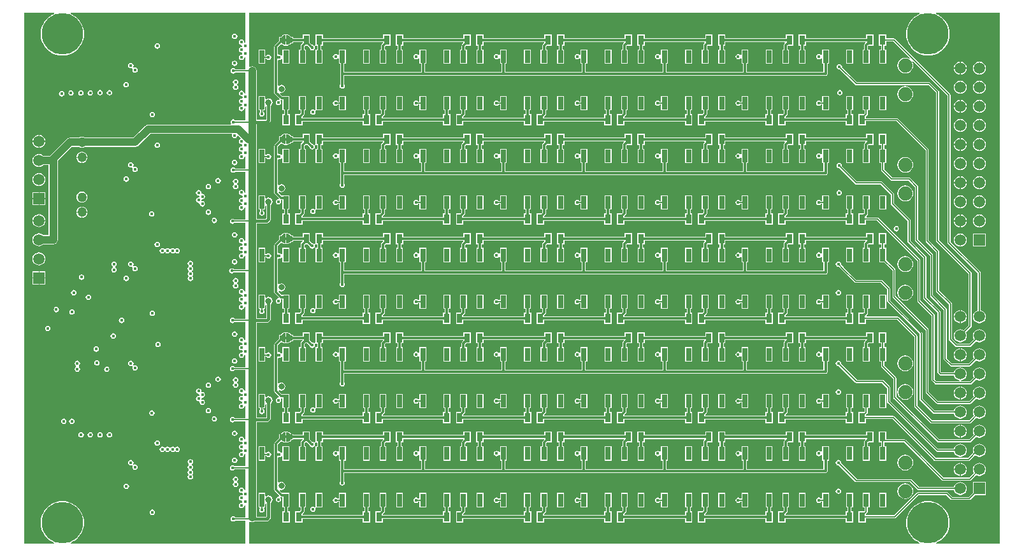
<source format=gbl>
G04*
G04 #@! TF.GenerationSoftware,Altium Limited,Altium Designer,20.0.9 (164)*
G04*
G04 Layer_Physical_Order=4*
G04 Layer_Color=16711680*
%FSLAX25Y25*%
%MOIN*%
G70*
G01*
G75*
%ADD10C,0.00787*%
%ADD18R,0.03150X0.05118*%
%ADD19R,0.02500X0.02500*%
%ADD20R,0.02756X0.06693*%
%ADD60C,0.01181*%
%ADD61C,0.01575*%
%ADD63C,0.05000*%
%ADD64R,0.05906X0.05906*%
%ADD65C,0.05906*%
%ADD66C,0.07400*%
%ADD67C,0.01772*%
%ADD68C,0.02598*%
%ADD69C,0.21654*%
%ADD70C,0.03150*%
%ADD71C,0.01968*%
%ADD72C,0.03937*%
G36*
X13979Y277937D02*
X14078Y277437D01*
X13149Y277053D01*
X11629Y276121D01*
X10273Y274963D01*
X9115Y273607D01*
X8184Y272087D01*
X7501Y270440D01*
X7085Y268706D01*
X6945Y266929D01*
X7085Y265152D01*
X7501Y263418D01*
X8184Y261771D01*
X9115Y260251D01*
X10273Y258895D01*
X11629Y257737D01*
X13149Y256806D01*
X14796Y256123D01*
X16530Y255707D01*
X18307Y255567D01*
X20085Y255707D01*
X21818Y256123D01*
X23465Y256806D01*
X24985Y257737D01*
X26341Y258895D01*
X27499Y260251D01*
X28431Y261771D01*
X29113Y263418D01*
X29529Y265152D01*
X29669Y266929D01*
X29529Y268706D01*
X29113Y270440D01*
X28431Y272087D01*
X27499Y273607D01*
X26341Y274963D01*
X24985Y276121D01*
X23465Y277053D01*
X22536Y277437D01*
X22636Y277937D01*
X113976D01*
Y262555D01*
X113906Y262526D01*
X113840Y262536D01*
X113372Y262846D01*
X113313Y263139D01*
X113007Y263597D01*
X112549Y263904D01*
X112008Y264011D01*
X111467Y263904D01*
X111009Y263597D01*
X110702Y263139D01*
X110595Y262598D01*
X110702Y262058D01*
X111009Y261599D01*
X111467Y261293D01*
X112008Y261185D01*
X112091Y261202D01*
X112472Y260864D01*
X112472Y260396D01*
X112091Y260058D01*
X112008Y260074D01*
X111467Y259967D01*
X111009Y259661D01*
X110702Y259202D01*
X110595Y258661D01*
X110702Y258121D01*
X111009Y257662D01*
X111467Y257356D01*
X112008Y257248D01*
X112091Y257265D01*
X112472Y256927D01*
X112472Y256459D01*
X112091Y256121D01*
X112008Y256137D01*
X111467Y256030D01*
X111009Y255724D01*
X110702Y255265D01*
X110595Y254724D01*
X110702Y254184D01*
X111009Y253725D01*
X111467Y253419D01*
X112008Y253311D01*
X112549Y253419D01*
X113007Y253725D01*
X113313Y254184D01*
X113372Y254477D01*
X113840Y254787D01*
X113906Y254797D01*
X113976Y254768D01*
Y248447D01*
X108803D01*
X108676Y248637D01*
X108218Y248943D01*
X107677Y249051D01*
X107136Y248943D01*
X106678Y248637D01*
X106372Y248179D01*
X106264Y247638D01*
X106372Y247097D01*
X106678Y246639D01*
X107136Y246332D01*
X107677Y246225D01*
X108218Y246332D01*
X108676Y246639D01*
X108803Y246829D01*
X113976D01*
Y235871D01*
X113932Y235853D01*
X113912Y235854D01*
X113398Y236173D01*
X113349Y236420D01*
X113042Y236878D01*
X112584Y237185D01*
X112043Y237292D01*
X111503Y237185D01*
X111044Y236878D01*
X110738Y236420D01*
X110630Y235879D01*
X110738Y235338D01*
X111044Y234880D01*
X111503Y234574D01*
X112043Y234466D01*
X112206Y234499D01*
X112631Y234073D01*
X112599Y233911D01*
X112663Y233586D01*
X112270Y233192D01*
X111945Y233257D01*
X111404Y233149D01*
X110946Y232843D01*
X110639Y232384D01*
X110532Y231844D01*
X110639Y231303D01*
X110946Y230844D01*
X111404Y230538D01*
X111945Y230431D01*
X112028Y230447D01*
X112409Y230109D01*
Y229641D01*
X112028Y229303D01*
X111945Y229320D01*
X111404Y229212D01*
X110946Y228906D01*
X110639Y228447D01*
X110532Y227907D01*
X110639Y227366D01*
X110946Y226907D01*
X111404Y226601D01*
X111945Y226494D01*
X112486Y226601D01*
X112944Y226907D01*
X113250Y227366D01*
X113325Y227742D01*
X113712Y228029D01*
X113835Y228072D01*
X113976Y228013D01*
Y221675D01*
X108803D01*
X108676Y221865D01*
X108218Y222171D01*
X107677Y222279D01*
X107136Y222171D01*
X106678Y221865D01*
X106372Y221407D01*
X106264Y220866D01*
X106372Y220325D01*
X106557Y220049D01*
X106323Y219549D01*
X63394D01*
X62470Y219365D01*
X61686Y218841D01*
X55496Y212651D01*
X30160D01*
X30006Y212769D01*
X29300Y213062D01*
X28543Y213161D01*
X27786Y213062D01*
X27081Y212769D01*
X26927Y212651D01*
X22244D01*
X21320Y212467D01*
X20537Y211944D01*
X11716Y203124D01*
X8463D01*
X7793Y203637D01*
X6978Y203975D01*
X6102Y204090D01*
X5227Y203975D01*
X4411Y203637D01*
X3711Y203100D01*
X3174Y202399D01*
X2836Y201584D01*
X2721Y200709D01*
X2836Y199833D01*
X3174Y199018D01*
X3711Y198317D01*
X4411Y197780D01*
X5227Y197442D01*
X6102Y197327D01*
X6978Y197442D01*
X7793Y197780D01*
X8463Y198294D01*
X11168D01*
Y161627D01*
X8463D01*
X7793Y162141D01*
X6978Y162479D01*
X6102Y162594D01*
X5227Y162479D01*
X4411Y162141D01*
X3711Y161604D01*
X3174Y160903D01*
X2836Y160088D01*
X2721Y159213D01*
X2836Y158337D01*
X3174Y157522D01*
X3711Y156821D01*
X4411Y156284D01*
X5227Y155946D01*
X6102Y155831D01*
X6978Y155946D01*
X7793Y156284D01*
X8463Y156798D01*
X13583D01*
X14507Y156982D01*
X15290Y157505D01*
X15814Y158288D01*
X15998Y159213D01*
Y200574D01*
X23244Y207821D01*
X24409D01*
X24409Y207821D01*
X24409Y207821D01*
X26927D01*
X27081Y207703D01*
X27786Y207411D01*
X28543Y207311D01*
X29300Y207411D01*
X30006Y207703D01*
X30160Y207821D01*
X56496D01*
X57420Y208005D01*
X58204Y208529D01*
X64394Y214719D01*
X106870D01*
X107139Y214219D01*
X107052Y213779D01*
X107159Y213239D01*
X107465Y212780D01*
X107924Y212474D01*
X108465Y212367D01*
X109005Y212474D01*
X109464Y212780D01*
X109770Y213239D01*
X109811Y213448D01*
X110354Y213612D01*
X111545Y212422D01*
X111381Y211878D01*
X111009Y211629D01*
X110703Y211171D01*
X110595Y210630D01*
X110703Y210089D01*
X111009Y209631D01*
X111467Y209325D01*
X112008Y209217D01*
X112091Y209233D01*
X112472Y208895D01*
X112472Y208428D01*
X112091Y208089D01*
X112008Y208106D01*
X111467Y207998D01*
X111009Y207692D01*
X110703Y207234D01*
X110595Y206693D01*
X110703Y206152D01*
X111009Y205694D01*
X111467Y205387D01*
X112008Y205280D01*
X112091Y205296D01*
X112472Y204958D01*
X112472Y204490D01*
X112091Y204152D01*
X112008Y204169D01*
X111467Y204061D01*
X111009Y203755D01*
X110703Y203297D01*
X110595Y202756D01*
X110703Y202215D01*
X111009Y201757D01*
X111467Y201450D01*
X112008Y201343D01*
X112549Y201450D01*
X113007Y201757D01*
X113313Y202215D01*
X113372Y202509D01*
X113840Y202818D01*
X113906Y202828D01*
X113976Y202799D01*
Y196478D01*
X108803D01*
X108676Y196668D01*
X108218Y196975D01*
X107677Y197082D01*
X107136Y196975D01*
X106678Y196668D01*
X106372Y196210D01*
X106264Y195669D01*
X106372Y195129D01*
X106678Y194670D01*
X107136Y194364D01*
X107677Y194256D01*
X108218Y194364D01*
X108676Y194670D01*
X108803Y194860D01*
X113976D01*
Y183903D01*
X113932Y183884D01*
X113912Y183886D01*
X113398Y184204D01*
X113349Y184451D01*
X113042Y184910D01*
X112584Y185216D01*
X112043Y185324D01*
X111503Y185216D01*
X111044Y184910D01*
X110738Y184451D01*
X110630Y183911D01*
X110738Y183370D01*
X111044Y182912D01*
X111503Y182605D01*
X112043Y182498D01*
X112206Y182530D01*
X112631Y182105D01*
X112599Y181942D01*
X112663Y181617D01*
X112270Y181223D01*
X111945Y181288D01*
X111404Y181181D01*
X110946Y180874D01*
X110639Y180416D01*
X110532Y179875D01*
X110639Y179334D01*
X110946Y178876D01*
X111404Y178570D01*
X111945Y178462D01*
X112028Y178479D01*
X112409Y178141D01*
Y177673D01*
X112028Y177335D01*
X111945Y177351D01*
X111404Y177244D01*
X110946Y176937D01*
X110639Y176479D01*
X110532Y175938D01*
X110639Y175397D01*
X110946Y174939D01*
X111404Y174633D01*
X111945Y174525D01*
X112486Y174633D01*
X112944Y174939D01*
X113250Y175397D01*
X113325Y175773D01*
X113712Y176061D01*
X113835Y176103D01*
X113976Y176045D01*
Y169707D01*
X108409D01*
X108283Y169897D01*
X107824Y170203D01*
X107283Y170311D01*
X106743Y170203D01*
X106284Y169897D01*
X105978Y169438D01*
X105870Y168898D01*
X105978Y168357D01*
X106284Y167898D01*
X106743Y167592D01*
X107283Y167485D01*
X107824Y167592D01*
X108283Y167898D01*
X108409Y168088D01*
X113976D01*
Y158618D01*
X113906Y158589D01*
X113840Y158599D01*
X113372Y158909D01*
X113313Y159202D01*
X113007Y159660D01*
X112549Y159967D01*
X112008Y160074D01*
X111467Y159967D01*
X111009Y159660D01*
X110702Y159202D01*
X110595Y158661D01*
X110702Y158121D01*
X111009Y157662D01*
X111467Y157356D01*
X112008Y157248D01*
X112171Y157281D01*
X112596Y156856D01*
X112563Y156693D01*
X112596Y156530D01*
X112171Y156105D01*
X112008Y156137D01*
X111467Y156030D01*
X111009Y155724D01*
X110702Y155265D01*
X110595Y154724D01*
X110702Y154184D01*
X111009Y153725D01*
X111467Y153419D01*
X112008Y153311D01*
X112171Y153344D01*
X112596Y152919D01*
X112563Y152756D01*
X112596Y152593D01*
X112171Y152168D01*
X112008Y152200D01*
X111467Y152093D01*
X111009Y151786D01*
X110702Y151328D01*
X110595Y150787D01*
X110702Y150247D01*
X111009Y149788D01*
X111467Y149482D01*
X112008Y149374D01*
X112549Y149482D01*
X113007Y149788D01*
X113313Y150247D01*
X113372Y150540D01*
X113840Y150850D01*
X113906Y150860D01*
X113976Y150831D01*
Y143723D01*
X108016D01*
X107889Y143912D01*
X107431Y144219D01*
X106890Y144326D01*
X106349Y144219D01*
X105891Y143912D01*
X105584Y143454D01*
X105477Y142913D01*
X105584Y142373D01*
X105891Y141914D01*
X106349Y141608D01*
X106890Y141500D01*
X107431Y141608D01*
X107889Y141914D01*
X108016Y142104D01*
X113976D01*
X113976Y131934D01*
X113932Y131916D01*
X113912Y131917D01*
X113398Y132236D01*
X113349Y132483D01*
X113042Y132941D01*
X112584Y133247D01*
X112043Y133355D01*
X111503Y133247D01*
X111044Y132941D01*
X110738Y132483D01*
X110630Y131942D01*
X110738Y131401D01*
X111044Y130943D01*
X111503Y130637D01*
X112043Y130529D01*
X112206Y130561D01*
X112631Y130136D01*
X112599Y129974D01*
X112663Y129649D01*
X112270Y129255D01*
X111945Y129320D01*
X111404Y129212D01*
X110946Y128906D01*
X110639Y128447D01*
X110532Y127907D01*
X110639Y127366D01*
X110946Y126908D01*
X111404Y126601D01*
X111945Y126494D01*
X112028Y126510D01*
X112409Y126172D01*
Y125704D01*
X112028Y125366D01*
X111945Y125383D01*
X111404Y125275D01*
X110946Y124969D01*
X110639Y124510D01*
X110532Y123970D01*
X110639Y123429D01*
X110946Y122970D01*
X111404Y122664D01*
X111945Y122557D01*
X112486Y122664D01*
X112944Y122970D01*
X113250Y123429D01*
X113325Y123805D01*
X113712Y124092D01*
X113835Y124135D01*
X113976Y124076D01*
Y117738D01*
X108409D01*
X108283Y117928D01*
X107824Y118235D01*
X107283Y118342D01*
X106743Y118235D01*
X106284Y117928D01*
X105978Y117470D01*
X105870Y116929D01*
X105978Y116388D01*
X106284Y115930D01*
X106743Y115624D01*
X107283Y115516D01*
X107824Y115624D01*
X108283Y115930D01*
X108409Y116120D01*
X113976D01*
Y106649D01*
X113906Y106620D01*
X113840Y106630D01*
X113372Y106940D01*
X113313Y107234D01*
X113007Y107692D01*
X112549Y107998D01*
X112008Y108106D01*
X111467Y107998D01*
X111009Y107692D01*
X110702Y107234D01*
X110595Y106693D01*
X110702Y106152D01*
X111009Y105694D01*
X111467Y105387D01*
X112008Y105280D01*
X112171Y105312D01*
X112596Y104887D01*
X112563Y104724D01*
X112596Y104562D01*
X112171Y104137D01*
X112008Y104169D01*
X111467Y104061D01*
X111009Y103755D01*
X110702Y103297D01*
X110595Y102756D01*
X110702Y102215D01*
X111009Y101757D01*
X111467Y101451D01*
X112008Y101343D01*
X112171Y101375D01*
X112596Y100950D01*
X112563Y100787D01*
X112596Y100625D01*
X112171Y100199D01*
X112008Y100232D01*
X111467Y100124D01*
X111009Y99818D01*
X110702Y99360D01*
X110595Y98819D01*
X110702Y98278D01*
X111009Y97820D01*
X111467Y97514D01*
X112008Y97406D01*
X112549Y97514D01*
X113007Y97820D01*
X113313Y98278D01*
X113372Y98572D01*
X113840Y98882D01*
X113906Y98891D01*
X113976Y98862D01*
Y92541D01*
X108409D01*
X108283Y92731D01*
X107824Y93038D01*
X107283Y93145D01*
X106743Y93038D01*
X106284Y92731D01*
X105978Y92273D01*
X105870Y91732D01*
X105978Y91192D01*
X106284Y90733D01*
X106743Y90427D01*
X107283Y90319D01*
X107824Y90427D01*
X108283Y90733D01*
X108409Y90923D01*
X113976D01*
Y79966D01*
X113932Y79947D01*
X113912Y79949D01*
X113398Y80267D01*
X113349Y80514D01*
X113042Y80973D01*
X112584Y81279D01*
X112043Y81387D01*
X111503Y81279D01*
X111044Y80973D01*
X110738Y80514D01*
X110630Y79974D01*
X110738Y79433D01*
X111044Y78974D01*
X111503Y78668D01*
X112043Y78561D01*
X112206Y78593D01*
X112631Y78168D01*
X112599Y78005D01*
X112663Y77680D01*
X112270Y77286D01*
X111945Y77351D01*
X111404Y77244D01*
X110946Y76937D01*
X110639Y76479D01*
X110532Y75938D01*
X110639Y75397D01*
X110946Y74939D01*
X111404Y74633D01*
X111945Y74525D01*
X112108Y74558D01*
X112533Y74132D01*
X112500Y73970D01*
X112533Y73807D01*
X112108Y73382D01*
X111945Y73414D01*
X111404Y73307D01*
X110946Y73000D01*
X110639Y72542D01*
X110532Y72001D01*
X110639Y71460D01*
X110946Y71002D01*
X111404Y70696D01*
X111945Y70588D01*
X112486Y70696D01*
X112944Y71002D01*
X113250Y71460D01*
X113325Y71836D01*
X113712Y72124D01*
X113835Y72166D01*
X113976Y72108D01*
Y65770D01*
X108409D01*
X108283Y65960D01*
X107824Y66266D01*
X107283Y66374D01*
X106743Y66266D01*
X106284Y65960D01*
X105978Y65501D01*
X105870Y64961D01*
X105978Y64420D01*
X106284Y63961D01*
X106743Y63655D01*
X107283Y63548D01*
X107824Y63655D01*
X108283Y63961D01*
X108409Y64151D01*
X113976D01*
Y54681D01*
X113906Y54652D01*
X113840Y54662D01*
X113372Y54972D01*
X113313Y55265D01*
X113007Y55724D01*
X112549Y56030D01*
X112008Y56137D01*
X111467Y56030D01*
X111009Y55724D01*
X110702Y55265D01*
X110595Y54724D01*
X110702Y54184D01*
X111009Y53725D01*
X111467Y53419D01*
X112008Y53311D01*
X112171Y53344D01*
X112596Y52919D01*
X112563Y52756D01*
X112596Y52593D01*
X112171Y52168D01*
X112008Y52200D01*
X111467Y52093D01*
X111009Y51787D01*
X110702Y51328D01*
X110595Y50787D01*
X110702Y50247D01*
X111009Y49788D01*
X111467Y49482D01*
X112008Y49374D01*
X112171Y49407D01*
X112596Y48982D01*
X112563Y48819D01*
X112596Y48656D01*
X112171Y48231D01*
X112008Y48263D01*
X111467Y48156D01*
X111009Y47850D01*
X110702Y47391D01*
X110595Y46850D01*
X110702Y46310D01*
X111009Y45851D01*
X111467Y45545D01*
X112008Y45437D01*
X112549Y45545D01*
X113007Y45851D01*
X113313Y46310D01*
X113372Y46603D01*
X113840Y46913D01*
X113906Y46923D01*
X113976Y46894D01*
Y40573D01*
X108409D01*
X108283Y40763D01*
X107824Y41069D01*
X107283Y41177D01*
X106743Y41069D01*
X106284Y40763D01*
X105978Y40304D01*
X105870Y39764D01*
X105978Y39223D01*
X106284Y38765D01*
X106743Y38458D01*
X107283Y38351D01*
X107824Y38458D01*
X108283Y38765D01*
X108409Y38954D01*
X113976D01*
Y27997D01*
X113932Y27979D01*
X113912Y27980D01*
X113398Y28299D01*
X113349Y28546D01*
X113042Y29004D01*
X112584Y29311D01*
X112043Y29418D01*
X111503Y29311D01*
X111044Y29004D01*
X110738Y28546D01*
X110630Y28005D01*
X110738Y27464D01*
X111044Y27006D01*
X111503Y26700D01*
X112043Y26592D01*
X112206Y26625D01*
X112631Y26199D01*
X112599Y26037D01*
X112663Y25712D01*
X112270Y25318D01*
X111945Y25383D01*
X111404Y25275D01*
X110946Y24969D01*
X110639Y24510D01*
X110532Y23970D01*
X110639Y23429D01*
X110946Y22971D01*
X111404Y22664D01*
X111945Y22557D01*
X112108Y22589D01*
X112533Y22164D01*
X112500Y22001D01*
X112533Y21838D01*
X112108Y21413D01*
X111945Y21446D01*
X111404Y21338D01*
X110946Y21032D01*
X110639Y20573D01*
X110532Y20033D01*
X110639Y19492D01*
X110946Y19034D01*
X111404Y18727D01*
X111945Y18620D01*
X112486Y18727D01*
X112944Y19034D01*
X113250Y19492D01*
X113325Y19868D01*
X113712Y20155D01*
X113835Y20198D01*
X113976Y20139D01*
Y13801D01*
X108803D01*
X108676Y13991D01*
X108218Y14298D01*
X107677Y14405D01*
X107136Y14298D01*
X106678Y13991D01*
X106372Y13533D01*
X106264Y12992D01*
X106372Y12451D01*
X106678Y11993D01*
X107136Y11687D01*
X107677Y11579D01*
X108218Y11687D01*
X108676Y11993D01*
X108803Y12183D01*
X113976D01*
Y15D01*
X22636D01*
X22536Y515D01*
X23465Y900D01*
X24985Y1832D01*
X26341Y2990D01*
X27499Y4345D01*
X28431Y5866D01*
X29113Y7513D01*
X29529Y9246D01*
X29669Y11024D01*
X29529Y12801D01*
X29113Y14535D01*
X28431Y16182D01*
X27499Y17702D01*
X26341Y19058D01*
X24985Y20215D01*
X23465Y21147D01*
X21818Y21829D01*
X20085Y22245D01*
X18307Y22385D01*
X16530Y22245D01*
X14796Y21829D01*
X13149Y21147D01*
X11629Y20215D01*
X10273Y19058D01*
X9115Y17702D01*
X8184Y16182D01*
X7501Y14535D01*
X7085Y12801D01*
X6945Y11024D01*
X7085Y9246D01*
X7501Y7513D01*
X8184Y5866D01*
X9115Y4345D01*
X10273Y2990D01*
X11629Y1832D01*
X13149Y900D01*
X14078Y515D01*
X13979Y15D01*
X-1559D01*
X-1559Y277937D01*
X13979D01*
D02*
G37*
G36*
X466734Y277937D02*
X466834Y277437D01*
X465905Y277053D01*
X464385Y276121D01*
X463029Y274963D01*
X461871Y273607D01*
X460940Y272087D01*
X460257Y270440D01*
X459841Y268706D01*
X459701Y266929D01*
X459841Y265152D01*
X460257Y263418D01*
X460940Y261771D01*
X461871Y260251D01*
X463029Y258895D01*
X464385Y257737D01*
X465905Y256806D01*
X467552Y256123D01*
X469286Y255707D01*
X471063Y255567D01*
X472840Y255707D01*
X474574Y256123D01*
X476221Y256806D01*
X477741Y257737D01*
X479097Y258895D01*
X480255Y260251D01*
X481186Y261771D01*
X481869Y263418D01*
X482285Y265152D01*
X482425Y266929D01*
X482285Y268706D01*
X481869Y270440D01*
X481186Y272087D01*
X480255Y273607D01*
X479097Y274963D01*
X477741Y276121D01*
X476221Y277053D01*
X475292Y277437D01*
X475392Y277937D01*
X508646D01*
X508646Y15D01*
X475392D01*
X475292Y515D01*
X476221Y900D01*
X477741Y1832D01*
X479097Y2990D01*
X480255Y4345D01*
X481186Y5866D01*
X481869Y7513D01*
X482285Y9246D01*
X482425Y11024D01*
X482285Y12801D01*
X481869Y14535D01*
X481186Y16182D01*
X480255Y17702D01*
X479097Y19058D01*
X477741Y20215D01*
X476221Y21147D01*
X474574Y21829D01*
X472840Y22245D01*
X471063Y22385D01*
X469286Y22245D01*
X467552Y21829D01*
X465905Y21147D01*
X464385Y20215D01*
X463029Y19058D01*
X461871Y17702D01*
X460940Y16182D01*
X460257Y14535D01*
X459841Y12801D01*
X459701Y11024D01*
X459841Y9246D01*
X460257Y7513D01*
X460940Y5866D01*
X461871Y4345D01*
X463029Y2990D01*
X464385Y1832D01*
X465905Y900D01*
X466834Y515D01*
X466734Y15D01*
X115945D01*
Y11453D01*
X116386Y11689D01*
X116595Y11548D01*
X117520Y11365D01*
X118444Y11548D01*
X118793Y11782D01*
X125259D01*
X125259Y11781D01*
X125722Y11874D01*
X126115Y12136D01*
X127037Y13058D01*
X127037Y13058D01*
X127300Y13451D01*
X127392Y13915D01*
Y21542D01*
X127677Y21733D01*
X128136Y22419D01*
X128296Y23228D01*
X128136Y24038D01*
X127677Y24724D01*
X126991Y25183D01*
X126181Y25344D01*
X125372Y25183D01*
X124916Y24878D01*
X124416Y25145D01*
Y26581D01*
X120860D01*
Y19088D01*
X121332D01*
X121392Y19015D01*
X121554Y18588D01*
X121332Y18257D01*
X121225Y17717D01*
X121332Y17176D01*
X121639Y16717D01*
X122097Y16411D01*
X122638Y16304D01*
X123179Y16411D01*
X123637Y16717D01*
X123943Y17176D01*
X124051Y17717D01*
X123943Y18257D01*
X123722Y18588D01*
X123883Y19015D01*
X123944Y19088D01*
X124416D01*
Y20790D01*
X124916Y21074D01*
X124970Y21041D01*
Y14416D01*
X124757Y14203D01*
X119935D01*
Y39764D01*
Y41339D01*
Y63750D01*
X125259D01*
X125259Y63750D01*
X125722Y63842D01*
X126115Y64105D01*
X127037Y65027D01*
X127037Y65027D01*
X127300Y65420D01*
X127392Y65883D01*
Y73510D01*
X127677Y73701D01*
X128136Y74387D01*
X128296Y75197D01*
X128136Y76006D01*
X127677Y76693D01*
X126991Y77151D01*
X126181Y77312D01*
X125372Y77151D01*
X124916Y76847D01*
X124416Y77114D01*
Y78550D01*
X120860D01*
Y71057D01*
X121828D01*
Y70417D01*
X121639Y70290D01*
X121332Y69832D01*
X121225Y69291D01*
X121332Y68751D01*
X121639Y68292D01*
X122097Y67986D01*
X122638Y67878D01*
X123179Y67986D01*
X123637Y68292D01*
X123943Y68751D01*
X124051Y69291D01*
X123943Y69832D01*
X123637Y70290D01*
X123447Y70417D01*
Y71057D01*
X124416D01*
Y72759D01*
X124916Y73042D01*
X124970Y73009D01*
Y66385D01*
X124757Y66171D01*
X119935D01*
Y91732D01*
Y115718D01*
X125259D01*
X125259Y115718D01*
X125722Y115811D01*
X126115Y116073D01*
X127037Y116996D01*
X127037Y116996D01*
X127300Y117388D01*
X127392Y117852D01*
Y125479D01*
X127677Y125670D01*
X128136Y126356D01*
X128296Y127165D01*
X128136Y127975D01*
X127677Y128661D01*
X126991Y129120D01*
X126181Y129281D01*
X125372Y129120D01*
X124916Y128815D01*
X124416Y129083D01*
Y130518D01*
X120860D01*
Y123025D01*
X121332D01*
X121392Y122952D01*
X121554Y122525D01*
X121332Y122194D01*
X121225Y121653D01*
X121332Y121113D01*
X121639Y120654D01*
X122097Y120348D01*
X122638Y120241D01*
X123179Y120348D01*
X123637Y120654D01*
X123943Y121113D01*
X124051Y121653D01*
X123943Y122194D01*
X123722Y122525D01*
X123883Y122952D01*
X123944Y123025D01*
X124416D01*
Y124727D01*
X124916Y125011D01*
X124970Y124978D01*
Y118353D01*
X124757Y118140D01*
X119935D01*
Y142913D01*
Y167687D01*
X125000D01*
X125000Y167687D01*
X125463Y167779D01*
X125856Y168042D01*
X127037Y169223D01*
X127037Y169223D01*
X127300Y169615D01*
X127392Y170079D01*
Y177447D01*
X127677Y177638D01*
X128136Y178324D01*
X128297Y179134D01*
X128136Y179943D01*
X127677Y180630D01*
X126991Y181088D01*
X126181Y181249D01*
X125372Y181088D01*
X124916Y180784D01*
X124416Y181051D01*
Y182487D01*
X120860D01*
Y174994D01*
X121828D01*
Y174354D01*
X121639Y174227D01*
X121332Y173769D01*
X121225Y173228D01*
X121332Y172688D01*
X121639Y172229D01*
X122097Y171923D01*
X122638Y171815D01*
X123179Y171923D01*
X123637Y172229D01*
X123943Y172688D01*
X124051Y173228D01*
X123943Y173769D01*
X123637Y174227D01*
X123447Y174354D01*
Y174994D01*
X124416D01*
Y176696D01*
X124916Y176979D01*
X124970Y176946D01*
Y170580D01*
X124498Y170108D01*
X119935D01*
Y195866D01*
Y211811D01*
Y219655D01*
X125259D01*
X125259Y219655D01*
X125722Y219748D01*
X126115Y220010D01*
X127037Y220933D01*
X127037Y220933D01*
X127300Y221325D01*
X127392Y221789D01*
Y229416D01*
X127677Y229607D01*
X128136Y230293D01*
X128296Y231102D01*
X128136Y231912D01*
X127677Y232598D01*
X126991Y233057D01*
X126181Y233218D01*
X125372Y233057D01*
X124916Y232752D01*
X124416Y233019D01*
Y234455D01*
X120860D01*
Y226962D01*
X121828D01*
Y226323D01*
X121639Y226196D01*
X121332Y225738D01*
X121225Y225197D01*
X121332Y224656D01*
X121639Y224198D01*
X122097Y223891D01*
X122638Y223784D01*
X123179Y223891D01*
X123637Y224198D01*
X123943Y224656D01*
X124051Y225197D01*
X123943Y225738D01*
X123637Y226196D01*
X123447Y226323D01*
Y226962D01*
X124416D01*
Y228664D01*
X124916Y228948D01*
X124970Y228915D01*
Y222290D01*
X124757Y222077D01*
X119935D01*
Y247638D01*
X119751Y248562D01*
X119227Y249345D01*
X118444Y249869D01*
X117520Y250053D01*
X116595Y249869D01*
X116386Y249729D01*
X115945Y249964D01*
Y277937D01*
X466734Y277937D01*
D02*
G37*
%LPC*%
G36*
X108465Y267161D02*
X107924Y267053D01*
X107465Y266747D01*
X107159Y266289D01*
X107052Y265748D01*
X107159Y265207D01*
X107465Y264749D01*
X107924Y264443D01*
X108465Y264335D01*
X109005Y264443D01*
X109464Y264749D01*
X109770Y265207D01*
X109878Y265748D01*
X109770Y266289D01*
X109464Y266747D01*
X109005Y267053D01*
X108465Y267161D01*
D02*
G37*
G36*
X67913Y262043D02*
X67373Y261935D01*
X66914Y261629D01*
X66608Y261171D01*
X66500Y260630D01*
X66608Y260089D01*
X66914Y259631D01*
X67373Y259325D01*
X67913Y259217D01*
X68454Y259325D01*
X68913Y259631D01*
X69219Y260089D01*
X69326Y260630D01*
X69219Y261171D01*
X68913Y261629D01*
X68454Y261935D01*
X67913Y262043D01*
D02*
G37*
G36*
X108465Y252988D02*
X107924Y252880D01*
X107465Y252574D01*
X107159Y252116D01*
X107052Y251575D01*
X107159Y251034D01*
X107465Y250576D01*
X107924Y250269D01*
X108465Y250162D01*
X109005Y250269D01*
X109464Y250576D01*
X109770Y251034D01*
X109878Y251575D01*
X109770Y252116D01*
X109464Y252574D01*
X109005Y252880D01*
X108465Y252988D01*
D02*
G37*
G36*
X54134Y251807D02*
X53593Y251699D01*
X53135Y251393D01*
X52828Y250934D01*
X52721Y250394D01*
X52828Y249853D01*
X53135Y249395D01*
X53593Y249088D01*
X54134Y248981D01*
X54675Y249088D01*
X54788Y249164D01*
X55148Y248803D01*
X54994Y248572D01*
X54886Y248031D01*
X54994Y247491D01*
X55300Y247032D01*
X55759Y246726D01*
X56299Y246619D01*
X56840Y246726D01*
X57298Y247032D01*
X57605Y247491D01*
X57712Y248031D01*
X57605Y248572D01*
X57298Y249031D01*
X56840Y249337D01*
X56299Y249445D01*
X55759Y249337D01*
X55645Y249261D01*
X55285Y249622D01*
X55439Y249853D01*
X55547Y250394D01*
X55439Y250934D01*
X55133Y251393D01*
X54675Y251699D01*
X54134Y251807D01*
D02*
G37*
G36*
X51575Y241767D02*
X51034Y241660D01*
X50576Y241353D01*
X50269Y240895D01*
X50162Y240354D01*
X50269Y239814D01*
X50576Y239355D01*
X51034Y239049D01*
X51575Y238941D01*
X52115Y239049D01*
X52574Y239355D01*
X52880Y239814D01*
X52988Y240354D01*
X52880Y240895D01*
X52574Y241353D01*
X52115Y241660D01*
X51575Y241767D01*
D02*
G37*
G36*
X108894Y243198D02*
X108353Y243090D01*
X107895Y242784D01*
X107588Y242325D01*
X107481Y241785D01*
X107588Y241244D01*
X107895Y240786D01*
X108011Y240707D01*
Y240106D01*
X107895Y240028D01*
X107588Y239569D01*
X107481Y239029D01*
X107588Y238488D01*
X107895Y238030D01*
X108353Y237723D01*
X108894Y237616D01*
X109434Y237723D01*
X109893Y238030D01*
X110199Y238488D01*
X110307Y239029D01*
X110199Y239569D01*
X109893Y240028D01*
X109776Y240106D01*
Y240707D01*
X109893Y240786D01*
X110199Y241244D01*
X110307Y241785D01*
X110199Y242325D01*
X109893Y242784D01*
X109434Y243090D01*
X108894Y243198D01*
D02*
G37*
G36*
X42913Y237633D02*
X42373Y237526D01*
X41914Y237220D01*
X41608Y236761D01*
X41500Y236221D01*
X41608Y235680D01*
X41914Y235221D01*
X42373Y234915D01*
X42913Y234807D01*
X43454Y234915D01*
X43913Y235221D01*
X44219Y235680D01*
X44326Y236221D01*
X44219Y236761D01*
X43913Y237220D01*
X43454Y237526D01*
X42913Y237633D01*
D02*
G37*
G36*
X37992D02*
X37451Y237526D01*
X36993Y237220D01*
X36687Y236761D01*
X36579Y236221D01*
X36687Y235680D01*
X36993Y235221D01*
X37451Y234915D01*
X37992Y234807D01*
X38533Y234915D01*
X38991Y235221D01*
X39298Y235680D01*
X39405Y236221D01*
X39298Y236761D01*
X38991Y237220D01*
X38533Y237526D01*
X37992Y237633D01*
D02*
G37*
G36*
X32874Y237437D02*
X32333Y237329D01*
X31875Y237023D01*
X31569Y236564D01*
X31461Y236024D01*
X31569Y235483D01*
X31875Y235024D01*
X32333Y234718D01*
X32874Y234611D01*
X33415Y234718D01*
X33873Y235024D01*
X34179Y235483D01*
X34287Y236024D01*
X34179Y236564D01*
X33873Y237023D01*
X33415Y237329D01*
X32874Y237437D01*
D02*
G37*
G36*
X27953D02*
X27412Y237329D01*
X26954Y237023D01*
X26647Y236564D01*
X26540Y236024D01*
X26647Y235483D01*
X26954Y235024D01*
X27412Y234718D01*
X27953Y234611D01*
X28493Y234718D01*
X28952Y235024D01*
X29258Y235483D01*
X29366Y236024D01*
X29258Y236564D01*
X28952Y237023D01*
X28493Y237329D01*
X27953Y237437D01*
D02*
G37*
G36*
X22835D02*
X22294Y237329D01*
X21836Y237023D01*
X21529Y236564D01*
X21422Y236024D01*
X21529Y235483D01*
X21836Y235024D01*
X22294Y234718D01*
X22835Y234611D01*
X23375Y234718D01*
X23834Y235024D01*
X24140Y235483D01*
X24248Y236024D01*
X24140Y236564D01*
X23834Y237023D01*
X23375Y237329D01*
X22835Y237437D01*
D02*
G37*
G36*
X17913Y237043D02*
X17373Y236935D01*
X16914Y236629D01*
X16608Y236171D01*
X16500Y235630D01*
X16608Y235089D01*
X16914Y234631D01*
X17373Y234325D01*
X17913Y234217D01*
X18454Y234325D01*
X18913Y234631D01*
X19219Y235089D01*
X19326Y235630D01*
X19219Y236171D01*
X18913Y236629D01*
X18454Y236935D01*
X17913Y237043D01*
D02*
G37*
G36*
X65354Y226216D02*
X64814Y226109D01*
X64355Y225802D01*
X64049Y225344D01*
X63941Y224803D01*
X64049Y224262D01*
X64355Y223804D01*
X64814Y223498D01*
X65354Y223390D01*
X65895Y223498D01*
X66353Y223804D01*
X66660Y224262D01*
X66767Y224803D01*
X66660Y225344D01*
X66353Y225802D01*
X65895Y226109D01*
X65354Y226216D01*
D02*
G37*
G36*
X6302Y214064D02*
Y210909D01*
X9458D01*
X9369Y211584D01*
X9031Y212400D01*
X8494Y213100D01*
X7793Y213637D01*
X6978Y213975D01*
X6302Y214064D01*
D02*
G37*
G36*
X5902D02*
X5227Y213975D01*
X4411Y213637D01*
X3711Y213100D01*
X3174Y212400D01*
X2836Y211584D01*
X2747Y210909D01*
X5902D01*
Y214064D01*
D02*
G37*
G36*
X9458Y210509D02*
X6302D01*
Y207353D01*
X6978Y207442D01*
X7793Y207780D01*
X8494Y208317D01*
X9031Y209018D01*
X9369Y209833D01*
X9458Y210509D01*
D02*
G37*
G36*
X5902D02*
X2747D01*
X2836Y209833D01*
X3174Y209018D01*
X3711Y208317D01*
X4411Y207780D01*
X5227Y207442D01*
X5902Y207353D01*
Y210509D01*
D02*
G37*
G36*
X67913Y210074D02*
X67373Y209967D01*
X66914Y209661D01*
X66608Y209202D01*
X66500Y208661D01*
X66608Y208121D01*
X66914Y207662D01*
X67373Y207356D01*
X67913Y207248D01*
X68454Y207356D01*
X68913Y207662D01*
X69219Y208121D01*
X69326Y208661D01*
X69219Y209202D01*
X68913Y209661D01*
X68454Y209967D01*
X67913Y210074D01*
D02*
G37*
G36*
X28743Y205261D02*
Y202562D01*
X31442D01*
X31369Y203119D01*
X31076Y203825D01*
X30612Y204431D01*
X30006Y204895D01*
X29300Y205188D01*
X28743Y205261D01*
D02*
G37*
G36*
X28343D02*
X27786Y205188D01*
X27081Y204895D01*
X26475Y204431D01*
X26010Y203825D01*
X25718Y203119D01*
X25645Y202562D01*
X28343D01*
Y205261D01*
D02*
G37*
G36*
Y202162D02*
X25645D01*
X25718Y201605D01*
X26010Y200900D01*
X26475Y200294D01*
X27081Y199829D01*
X27786Y199537D01*
X28343Y199463D01*
Y202162D01*
D02*
G37*
G36*
X31442D02*
X28743D01*
Y199463D01*
X29300Y199537D01*
X30006Y199829D01*
X30612Y200294D01*
X31076Y200900D01*
X31369Y201605D01*
X31442Y202162D01*
D02*
G37*
G36*
X108465Y201019D02*
X107924Y200912D01*
X107465Y200605D01*
X107159Y200147D01*
X107052Y199606D01*
X107159Y199066D01*
X107465Y198607D01*
X107924Y198301D01*
X108465Y198193D01*
X109005Y198301D01*
X109464Y198607D01*
X109770Y199066D01*
X109878Y199606D01*
X109770Y200147D01*
X109464Y200605D01*
X109005Y200912D01*
X108465Y201019D01*
D02*
G37*
G36*
X54134Y199838D02*
X53593Y199731D01*
X53135Y199424D01*
X52828Y198966D01*
X52721Y198425D01*
X52828Y197885D01*
X53135Y197426D01*
X53593Y197120D01*
X54134Y197012D01*
X54675Y197120D01*
X54788Y197195D01*
X55148Y196835D01*
X54994Y196604D01*
X54886Y196063D01*
X54994Y195522D01*
X55300Y195064D01*
X55759Y194758D01*
X56299Y194650D01*
X56840Y194758D01*
X57298Y195064D01*
X57605Y195522D01*
X57712Y196063D01*
X57605Y196604D01*
X57298Y197062D01*
X56840Y197368D01*
X56299Y197476D01*
X55759Y197368D01*
X55645Y197293D01*
X55285Y197653D01*
X55439Y197885D01*
X55547Y198425D01*
X55439Y198966D01*
X55133Y199424D01*
X54675Y199731D01*
X54134Y199838D01*
D02*
G37*
G36*
X51772Y192358D02*
X51231Y192250D01*
X50773Y191944D01*
X50466Y191486D01*
X50359Y190945D01*
X50466Y190404D01*
X50773Y189946D01*
X51231Y189639D01*
X51772Y189532D01*
X52312Y189639D01*
X52771Y189946D01*
X53077Y190404D01*
X53185Y190945D01*
X53077Y191486D01*
X52771Y191944D01*
X52312Y192250D01*
X51772Y192358D01*
D02*
G37*
G36*
X99803Y191570D02*
X99262Y191463D01*
X98804Y191157D01*
X98498Y190698D01*
X98390Y190157D01*
X98498Y189617D01*
X98804Y189158D01*
X99262Y188852D01*
X99803Y188744D01*
X100344Y188852D01*
X100802Y189158D01*
X101109Y189617D01*
X101216Y190157D01*
X101109Y190698D01*
X100802Y191157D01*
X100344Y191463D01*
X99803Y191570D01*
D02*
G37*
G36*
X6102Y194090D02*
X5227Y193975D01*
X4411Y193637D01*
X3711Y193100D01*
X3174Y192400D01*
X2836Y191584D01*
X2721Y190709D01*
X2836Y189833D01*
X3174Y189018D01*
X3711Y188317D01*
X4411Y187780D01*
X5227Y187442D01*
X6102Y187327D01*
X6978Y187442D01*
X7793Y187780D01*
X8494Y188317D01*
X9031Y189018D01*
X9369Y189833D01*
X9484Y190709D01*
X9369Y191584D01*
X9031Y192400D01*
X8494Y193100D01*
X7793Y193637D01*
X6978Y193975D01*
X6102Y194090D01*
D02*
G37*
G36*
X108894Y191229D02*
X108353Y191121D01*
X107895Y190815D01*
X107588Y190357D01*
X107481Y189816D01*
X107588Y189275D01*
X107895Y188817D01*
X108011Y188739D01*
Y188137D01*
X107895Y188059D01*
X107588Y187601D01*
X107481Y187060D01*
X107588Y186520D01*
X107895Y186061D01*
X108353Y185755D01*
X108894Y185647D01*
X109434Y185755D01*
X109893Y186061D01*
X110199Y186520D01*
X110307Y187060D01*
X110199Y187601D01*
X109893Y188059D01*
X109776Y188137D01*
Y188739D01*
X109893Y188817D01*
X110199Y189275D01*
X110307Y189816D01*
X110199Y190357D01*
X109893Y190815D01*
X109434Y191121D01*
X108894Y191229D01*
D02*
G37*
G36*
X94685Y188421D02*
X94144Y188313D01*
X93686Y188007D01*
X93380Y187549D01*
X93272Y187008D01*
X93380Y186467D01*
X93686Y186009D01*
X94144Y185702D01*
X94685Y185595D01*
X95226Y185702D01*
X95684Y186009D01*
X95990Y186467D01*
X96098Y187008D01*
X95990Y187549D01*
X95684Y188007D01*
X95226Y188313D01*
X94685Y188421D01*
D02*
G37*
G36*
X89567Y185271D02*
X89026Y185164D01*
X88568Y184857D01*
X88261Y184399D01*
X88154Y183858D01*
X88261Y183317D01*
X88568Y182859D01*
X89026Y182553D01*
X89567Y182445D01*
X89650Y182462D01*
X90031Y182124D01*
Y181656D01*
X89650Y181318D01*
X89567Y181334D01*
X89026Y181227D01*
X88568Y180920D01*
X88261Y180462D01*
X88154Y179921D01*
X88261Y179381D01*
X88568Y178922D01*
X89026Y178616D01*
X89567Y178508D01*
X89730Y178541D01*
X90155Y178115D01*
X90122Y177953D01*
X90230Y177412D01*
X90536Y176954D01*
X90995Y176647D01*
X91535Y176540D01*
X92076Y176647D01*
X92535Y176954D01*
X92841Y177412D01*
X92948Y177953D01*
X92841Y178493D01*
X92535Y178952D01*
X92076Y179258D01*
X91535Y179366D01*
X91453Y179349D01*
X91071Y179687D01*
Y180155D01*
X91453Y180493D01*
X91535Y180477D01*
X92076Y180584D01*
X92535Y180891D01*
X92841Y181349D01*
X92948Y181890D01*
X92841Y182431D01*
X92535Y182889D01*
X92076Y183195D01*
X91535Y183303D01*
X91373Y183270D01*
X90948Y183696D01*
X90980Y183858D01*
X90872Y184399D01*
X90566Y184857D01*
X90108Y185164D01*
X89567Y185271D01*
D02*
G37*
G36*
X9455Y184061D02*
X6302D01*
Y180909D01*
X9455D01*
Y184061D01*
D02*
G37*
G36*
X5902D02*
X2750D01*
Y180909D01*
X5902D01*
Y184061D01*
D02*
G37*
G36*
X28543Y184421D02*
X27786Y184321D01*
X27081Y184029D01*
X26475Y183564D01*
X26010Y182959D01*
X25718Y182253D01*
X25618Y181496D01*
X25718Y180739D01*
X26010Y180034D01*
X26475Y179428D01*
X27081Y178963D01*
X27786Y178671D01*
X28543Y178571D01*
X29300Y178671D01*
X30006Y178963D01*
X30612Y179428D01*
X31076Y180034D01*
X31369Y180739D01*
X31468Y181496D01*
X31369Y182253D01*
X31076Y182959D01*
X30612Y183564D01*
X30006Y184029D01*
X29300Y184321D01*
X28543Y184421D01*
D02*
G37*
G36*
X9455Y180509D02*
X6302D01*
Y177356D01*
X9455D01*
Y180509D01*
D02*
G37*
G36*
X5902D02*
X2750D01*
Y177356D01*
X5902D01*
Y180509D01*
D02*
G37*
G36*
X28743Y176521D02*
Y173822D01*
X31442D01*
X31369Y174379D01*
X31076Y175084D01*
X30612Y175690D01*
X30006Y176155D01*
X29300Y176447D01*
X28743Y176521D01*
D02*
G37*
G36*
X28343D02*
X27786Y176447D01*
X27081Y176155D01*
X26475Y175690D01*
X26010Y175084D01*
X25718Y174379D01*
X25645Y173822D01*
X28343D01*
Y176521D01*
D02*
G37*
G36*
X94685Y175035D02*
X94144Y174927D01*
X93686Y174621D01*
X93380Y174163D01*
X93272Y173622D01*
X93380Y173081D01*
X93686Y172623D01*
X94144Y172317D01*
X94685Y172209D01*
X95226Y172317D01*
X95684Y172623D01*
X95990Y173081D01*
X96098Y173622D01*
X95990Y174163D01*
X95684Y174621D01*
X95226Y174927D01*
X94685Y175035D01*
D02*
G37*
G36*
X65083Y174093D02*
X64542Y173985D01*
X64084Y173679D01*
X63777Y173220D01*
X63670Y172680D01*
X63777Y172139D01*
X64084Y171680D01*
X64542Y171374D01*
X65083Y171267D01*
X65623Y171374D01*
X66082Y171680D01*
X66388Y172139D01*
X66496Y172680D01*
X66388Y173220D01*
X66082Y173679D01*
X65623Y173985D01*
X65083Y174093D01*
D02*
G37*
G36*
X28343Y173422D02*
X25645D01*
X25718Y172865D01*
X26010Y172160D01*
X26475Y171554D01*
X27081Y171089D01*
X27786Y170797D01*
X28343Y170723D01*
Y173422D01*
D02*
G37*
G36*
X31442D02*
X28743D01*
Y170723D01*
X29300Y170797D01*
X30006Y171089D01*
X30612Y171554D01*
X31076Y172160D01*
X31369Y172865D01*
X31442Y173422D01*
D02*
G37*
G36*
X6302Y172568D02*
Y169413D01*
X9458D01*
X9369Y170088D01*
X9031Y170903D01*
X8494Y171604D01*
X7793Y172141D01*
X6978Y172479D01*
X6302Y172568D01*
D02*
G37*
G36*
X5902D02*
X5227Y172479D01*
X4411Y172141D01*
X3711Y171604D01*
X3174Y170903D01*
X2836Y170088D01*
X2747Y169413D01*
X5902D01*
Y172568D01*
D02*
G37*
G36*
X97835Y170704D02*
X97294Y170597D01*
X96836Y170291D01*
X96529Y169832D01*
X96422Y169291D01*
X96529Y168751D01*
X96836Y168292D01*
X97294Y167986D01*
X97835Y167878D01*
X98375Y167986D01*
X98834Y168292D01*
X99140Y168751D01*
X99248Y169291D01*
X99140Y169832D01*
X98834Y170291D01*
X98375Y170597D01*
X97835Y170704D01*
D02*
G37*
G36*
X9458Y169013D02*
X6302D01*
Y165857D01*
X6978Y165946D01*
X7793Y166284D01*
X8494Y166821D01*
X9031Y167522D01*
X9369Y168337D01*
X9458Y169013D01*
D02*
G37*
G36*
X5902D02*
X2747D01*
X2836Y168337D01*
X3174Y167522D01*
X3711Y166821D01*
X4411Y166284D01*
X5227Y165946D01*
X5902Y165857D01*
Y169013D01*
D02*
G37*
G36*
X108465Y163224D02*
X107924Y163116D01*
X107465Y162810D01*
X107159Y162352D01*
X107052Y161811D01*
X107159Y161270D01*
X107465Y160812D01*
X107924Y160506D01*
X108465Y160398D01*
X109005Y160506D01*
X109464Y160812D01*
X109770Y161270D01*
X109878Y161811D01*
X109770Y162352D01*
X109464Y162810D01*
X109005Y163116D01*
X108465Y163224D01*
D02*
G37*
G36*
X67913Y158106D02*
X67373Y157998D01*
X66914Y157692D01*
X66608Y157234D01*
X66500Y156693D01*
X66608Y156152D01*
X66914Y155694D01*
X67373Y155387D01*
X67913Y155280D01*
X68454Y155387D01*
X68913Y155694D01*
X69219Y156152D01*
X69326Y156693D01*
X69219Y157234D01*
X68913Y157692D01*
X68454Y157998D01*
X67913Y158106D01*
D02*
G37*
G36*
X78422Y154881D02*
X77881Y154773D01*
X77423Y154467D01*
X77059D01*
X76600Y154773D01*
X76060Y154881D01*
X75519Y154773D01*
X75060Y154467D01*
X74982Y154350D01*
X74381D01*
X74303Y154467D01*
X73844Y154773D01*
X73304Y154881D01*
X72763Y154773D01*
X72304Y154467D01*
X72226Y154350D01*
X71625D01*
X71547Y154467D01*
X71088Y154773D01*
X70548Y154881D01*
X70007Y154773D01*
X69549Y154467D01*
X69242Y154009D01*
X69135Y153468D01*
X69242Y152927D01*
X69549Y152469D01*
X70007Y152163D01*
X70548Y152055D01*
X71088Y152163D01*
X71547Y152469D01*
X71625Y152586D01*
X72226D01*
X72304Y152469D01*
X72763Y152163D01*
X73304Y152055D01*
X73844Y152163D01*
X74303Y152469D01*
X74381Y152586D01*
X74982D01*
X75060Y152469D01*
X75519Y152163D01*
X76060Y152055D01*
X76600Y152163D01*
X77059Y152469D01*
X77423D01*
X77881Y152163D01*
X78422Y152055D01*
X78962Y152163D01*
X79421Y152469D01*
X79727Y152927D01*
X79835Y153468D01*
X79727Y154009D01*
X79421Y154467D01*
X78962Y154773D01*
X78422Y154881D01*
D02*
G37*
G36*
X108465Y149051D02*
X107924Y148943D01*
X107465Y148637D01*
X107159Y148179D01*
X107052Y147638D01*
X107159Y147097D01*
X107465Y146639D01*
X107924Y146332D01*
X108465Y146225D01*
X109005Y146332D01*
X109464Y146639D01*
X109770Y147097D01*
X109878Y147638D01*
X109770Y148179D01*
X109464Y148637D01*
X109005Y148943D01*
X108465Y149051D01*
D02*
G37*
G36*
X6102Y152594D02*
X5227Y152479D01*
X4411Y152141D01*
X3711Y151604D01*
X3174Y150903D01*
X2836Y150088D01*
X2721Y149213D01*
X2836Y148337D01*
X3174Y147522D01*
X3711Y146821D01*
X4411Y146284D01*
X5227Y145946D01*
X6102Y145831D01*
X6978Y145946D01*
X7793Y146284D01*
X8494Y146821D01*
X9031Y147522D01*
X9369Y148337D01*
X9484Y149213D01*
X9369Y150088D01*
X9031Y150903D01*
X8494Y151604D01*
X7793Y152141D01*
X6978Y152479D01*
X6102Y152594D01*
D02*
G37*
G36*
X54134Y147870D02*
X53593Y147762D01*
X53135Y147456D01*
X52828Y146997D01*
X52721Y146457D01*
X52828Y145916D01*
X53135Y145458D01*
X53593Y145151D01*
X54134Y145044D01*
X54675Y145151D01*
X54788Y145227D01*
X55148Y144867D01*
X54994Y144635D01*
X54886Y144095D01*
X54994Y143554D01*
X55300Y143095D01*
X55759Y142789D01*
X56299Y142682D01*
X56840Y142789D01*
X57298Y143095D01*
X57605Y143554D01*
X57712Y144095D01*
X57605Y144635D01*
X57298Y145094D01*
X56840Y145400D01*
X56299Y145507D01*
X55759Y145400D01*
X55645Y145324D01*
X55285Y145685D01*
X55439Y145916D01*
X55547Y146457D01*
X55439Y146997D01*
X55133Y147456D01*
X54675Y147762D01*
X54134Y147870D01*
D02*
G37*
G36*
X45276D02*
X44735Y147762D01*
X44276Y147456D01*
X43970Y146997D01*
X43863Y146457D01*
X43970Y145916D01*
X44276Y145458D01*
X44575Y145258D01*
X44586Y145227D01*
Y144734D01*
X44575Y144702D01*
X44276Y144503D01*
X43970Y144045D01*
X43863Y143504D01*
X43970Y142963D01*
X44276Y142505D01*
X44735Y142199D01*
X45276Y142091D01*
X45816Y142199D01*
X46275Y142505D01*
X46581Y142963D01*
X46689Y143504D01*
X46581Y144045D01*
X46275Y144503D01*
X45976Y144702D01*
X45965Y144734D01*
Y145227D01*
X45976Y145258D01*
X46275Y145458D01*
X46581Y145916D01*
X46689Y146457D01*
X46581Y146997D01*
X46275Y147456D01*
X45816Y147762D01*
X45276Y147870D01*
D02*
G37*
G36*
X9455Y142565D02*
X6302D01*
Y139413D01*
X9455D01*
Y142565D01*
D02*
G37*
G36*
X5902D02*
X2750D01*
Y139413D01*
X5902D01*
Y142565D01*
D02*
G37*
G36*
X28346Y140980D02*
X27806Y140872D01*
X27347Y140566D01*
X27041Y140108D01*
X26934Y139567D01*
X27041Y139026D01*
X27347Y138568D01*
X27806Y138261D01*
X28346Y138154D01*
X28887Y138261D01*
X29346Y138568D01*
X29652Y139026D01*
X29759Y139567D01*
X29652Y140108D01*
X29346Y140566D01*
X28887Y140872D01*
X28346Y140980D01*
D02*
G37*
G36*
X85236Y148263D02*
X84696Y148156D01*
X84237Y147850D01*
X83931Y147391D01*
X83823Y146850D01*
X83931Y146310D01*
X84237Y145851D01*
X84354Y145773D01*
Y145172D01*
X84237Y145094D01*
X83931Y144635D01*
X83823Y144095D01*
X83931Y143554D01*
X84237Y143095D01*
X84354Y143017D01*
Y142416D01*
X84237Y142338D01*
X83931Y141879D01*
X83823Y141339D01*
X83931Y140798D01*
X84237Y140340D01*
Y139976D01*
X83931Y139517D01*
X83823Y138976D01*
X83931Y138436D01*
X84237Y137977D01*
X84696Y137671D01*
X85236Y137563D01*
X85777Y137671D01*
X86235Y137977D01*
X86542Y138436D01*
X86649Y138976D01*
X86542Y139517D01*
X86235Y139976D01*
Y140340D01*
X86542Y140798D01*
X86649Y141339D01*
X86542Y141879D01*
X86235Y142338D01*
X86118Y142416D01*
Y143017D01*
X86235Y143095D01*
X86542Y143554D01*
X86649Y144095D01*
X86542Y144635D01*
X86235Y145094D01*
X86118Y145172D01*
Y145773D01*
X86235Y145851D01*
X86542Y146310D01*
X86649Y146850D01*
X86542Y147391D01*
X86235Y147850D01*
X85777Y148156D01*
X85236Y148263D01*
D02*
G37*
G36*
X51772Y140389D02*
X51231Y140282D01*
X50773Y139976D01*
X50466Y139517D01*
X50359Y138976D01*
X50466Y138436D01*
X50773Y137977D01*
X51231Y137671D01*
X51772Y137563D01*
X52312Y137671D01*
X52771Y137977D01*
X53077Y138436D01*
X53185Y138976D01*
X53077Y139517D01*
X52771Y139976D01*
X52312Y140282D01*
X51772Y140389D01*
D02*
G37*
G36*
X9455Y139013D02*
X6302D01*
Y135860D01*
X9455D01*
Y139013D01*
D02*
G37*
G36*
X5902D02*
X2750D01*
Y135860D01*
X5902D01*
Y139013D01*
D02*
G37*
G36*
X108894Y139261D02*
X108353Y139153D01*
X107895Y138847D01*
X107588Y138388D01*
X107481Y137848D01*
X107588Y137307D01*
X107895Y136848D01*
X108011Y136770D01*
Y136169D01*
X107895Y136091D01*
X107588Y135632D01*
X107481Y135092D01*
X107588Y134551D01*
X107895Y134093D01*
X108353Y133786D01*
X108894Y133679D01*
X109434Y133786D01*
X109893Y134093D01*
X110199Y134551D01*
X110307Y135092D01*
X110199Y135632D01*
X109893Y136091D01*
X109776Y136169D01*
Y136770D01*
X109893Y136848D01*
X110199Y137307D01*
X110307Y137848D01*
X110199Y138388D01*
X109893Y138847D01*
X109434Y139153D01*
X108894Y139261D01*
D02*
G37*
G36*
X24213Y132909D02*
X23672Y132801D01*
X23213Y132495D01*
X22907Y132037D01*
X22800Y131496D01*
X22907Y130955D01*
X23213Y130497D01*
X23672Y130191D01*
X24213Y130083D01*
X24753Y130191D01*
X25212Y130497D01*
X25518Y130955D01*
X25626Y131496D01*
X25518Y132037D01*
X25212Y132495D01*
X24753Y132801D01*
X24213Y132909D01*
D02*
G37*
G36*
X31890Y130547D02*
X31349Y130439D01*
X30891Y130133D01*
X30584Y129675D01*
X30477Y129134D01*
X30584Y128593D01*
X30891Y128135D01*
X31349Y127828D01*
X31890Y127721D01*
X32430Y127828D01*
X32889Y128135D01*
X33195Y128593D01*
X33303Y129134D01*
X33195Y129675D01*
X32889Y130133D01*
X32430Y130439D01*
X31890Y130547D01*
D02*
G37*
G36*
X15157Y124051D02*
X14617Y123943D01*
X14158Y123637D01*
X13852Y123179D01*
X13745Y122638D01*
X13852Y122097D01*
X14158Y121639D01*
X14617Y121332D01*
X15157Y121225D01*
X15698Y121332D01*
X16157Y121639D01*
X16463Y122097D01*
X16570Y122638D01*
X16463Y123179D01*
X16157Y123637D01*
X15698Y123943D01*
X15157Y124051D01*
D02*
G37*
G36*
X23303Y122808D02*
X22763Y122700D01*
X22304Y122394D01*
X21998Y121936D01*
X21891Y121395D01*
X21998Y120854D01*
X22304Y120396D01*
X22763Y120089D01*
X23303Y119982D01*
X23844Y120089D01*
X24303Y120396D01*
X24609Y120854D01*
X24716Y121395D01*
X24609Y121936D01*
X24303Y122394D01*
X23844Y122700D01*
X23303Y122808D01*
D02*
G37*
G36*
X65354Y122082D02*
X64814Y121975D01*
X64355Y121668D01*
X64049Y121210D01*
X63941Y120669D01*
X64049Y120129D01*
X64355Y119670D01*
X64814Y119364D01*
X65354Y119256D01*
X65895Y119364D01*
X66353Y119670D01*
X66660Y120129D01*
X66767Y120669D01*
X66660Y121210D01*
X66353Y121668D01*
X65895Y121975D01*
X65354Y122082D01*
D02*
G37*
G36*
X49213Y118342D02*
X48672Y118235D01*
X48213Y117928D01*
X47907Y117470D01*
X47800Y116929D01*
X47907Y116388D01*
X48213Y115930D01*
X48672Y115624D01*
X49213Y115516D01*
X49753Y115624D01*
X50212Y115930D01*
X50518Y116388D01*
X50625Y116929D01*
X50518Y117470D01*
X50212Y117928D01*
X49753Y118235D01*
X49213Y118342D01*
D02*
G37*
G36*
X10630Y114208D02*
X10089Y114101D01*
X9631Y113794D01*
X9324Y113336D01*
X9217Y112795D01*
X9324Y112255D01*
X9631Y111796D01*
X10089Y111490D01*
X10630Y111382D01*
X11171Y111490D01*
X11629Y111796D01*
X11935Y112255D01*
X12043Y112795D01*
X11935Y113336D01*
X11629Y113794D01*
X11171Y114101D01*
X10630Y114208D01*
D02*
G37*
G36*
X108465Y111256D02*
X107924Y111148D01*
X107465Y110842D01*
X107159Y110383D01*
X107052Y109843D01*
X107159Y109302D01*
X107465Y108843D01*
X107924Y108537D01*
X108465Y108430D01*
X109005Y108537D01*
X109464Y108843D01*
X109770Y109302D01*
X109878Y109843D01*
X109770Y110383D01*
X109464Y110842D01*
X109005Y111148D01*
X108465Y111256D01*
D02*
G37*
G36*
X44882Y110271D02*
X44341Y110164D01*
X43883Y109857D01*
X43576Y109399D01*
X43469Y108858D01*
X43576Y108317D01*
X43883Y107859D01*
X44341Y107553D01*
X44882Y107445D01*
X45423Y107553D01*
X45881Y107859D01*
X46187Y108317D01*
X46295Y108858D01*
X46187Y109399D01*
X45881Y109857D01*
X45423Y110164D01*
X44882Y110271D01*
D02*
G37*
G36*
X68307Y105744D02*
X67766Y105636D01*
X67308Y105330D01*
X67002Y104871D01*
X66894Y104331D01*
X67002Y103790D01*
X67308Y103332D01*
X67766Y103025D01*
X68307Y102918D01*
X68848Y103025D01*
X69306Y103332D01*
X69612Y103790D01*
X69720Y104331D01*
X69612Y104871D01*
X69306Y105330D01*
X68848Y105636D01*
X68307Y105744D01*
D02*
G37*
G36*
X36024Y103382D02*
X35483Y103274D01*
X35024Y102968D01*
X34718Y102509D01*
X34611Y101969D01*
X34718Y101428D01*
X35024Y100969D01*
X35483Y100663D01*
X36024Y100556D01*
X36564Y100663D01*
X37023Y100969D01*
X37329Y101428D01*
X37437Y101969D01*
X37329Y102509D01*
X37023Y102968D01*
X36564Y103274D01*
X36024Y103382D01*
D02*
G37*
G36*
X108465Y97082D02*
X107924Y96975D01*
X107465Y96668D01*
X107159Y96210D01*
X107052Y95669D01*
X107159Y95129D01*
X107465Y94670D01*
X107924Y94364D01*
X108465Y94256D01*
X109005Y94364D01*
X109464Y94670D01*
X109770Y95129D01*
X109878Y95669D01*
X109770Y96210D01*
X109464Y96668D01*
X109005Y96975D01*
X108465Y97082D01*
D02*
G37*
G36*
X36417Y96098D02*
X35877Y95990D01*
X35418Y95684D01*
X35112Y95226D01*
X35004Y94685D01*
X35112Y94144D01*
X35418Y93686D01*
X35877Y93380D01*
X36417Y93272D01*
X36958Y93380D01*
X37416Y93686D01*
X37723Y94144D01*
X37830Y94685D01*
X37723Y95226D01*
X37416Y95684D01*
X36958Y95990D01*
X36417Y96098D01*
D02*
G37*
G36*
X54134Y95901D02*
X53593Y95794D01*
X53135Y95487D01*
X52828Y95029D01*
X52721Y94488D01*
X52828Y93947D01*
X53135Y93489D01*
X53593Y93183D01*
X54134Y93075D01*
X54675Y93183D01*
X54788Y93259D01*
X55148Y92898D01*
X54994Y92667D01*
X54886Y92126D01*
X54994Y91585D01*
X55300Y91127D01*
X55759Y90821D01*
X56299Y90713D01*
X56840Y90821D01*
X57298Y91127D01*
X57605Y91585D01*
X57712Y92126D01*
X57605Y92667D01*
X57298Y93125D01*
X56840Y93431D01*
X56299Y93539D01*
X55759Y93431D01*
X55645Y93356D01*
X55285Y93716D01*
X55439Y93947D01*
X55547Y94488D01*
X55439Y95029D01*
X55133Y95487D01*
X54675Y95794D01*
X54134Y95901D01*
D02*
G37*
G36*
X26181Y95901D02*
X25640Y95794D01*
X25182Y95487D01*
X24876Y95029D01*
X24768Y94488D01*
X24876Y93947D01*
X25182Y93489D01*
X25480Y93290D01*
X25491Y93259D01*
Y92765D01*
X25480Y92734D01*
X25182Y92535D01*
X24876Y92076D01*
X24768Y91535D01*
X24876Y90995D01*
X25182Y90536D01*
X25640Y90230D01*
X26181Y90122D01*
X26722Y90230D01*
X27180Y90536D01*
X27487Y90995D01*
X27594Y91535D01*
X27487Y92076D01*
X27180Y92535D01*
X26882Y92734D01*
X26871Y92765D01*
Y93259D01*
X26882Y93290D01*
X27180Y93489D01*
X27487Y93947D01*
X27594Y94488D01*
X27487Y95029D01*
X27180Y95487D01*
X26722Y95794D01*
X26181Y95901D01*
D02*
G37*
G36*
X41535Y92751D02*
X40995Y92644D01*
X40536Y92338D01*
X40230Y91879D01*
X40122Y91339D01*
X40230Y90798D01*
X40536Y90339D01*
X40995Y90033D01*
X41535Y89926D01*
X42076Y90033D01*
X42535Y90339D01*
X42841Y90798D01*
X42948Y91339D01*
X42841Y91879D01*
X42535Y92338D01*
X42076Y92644D01*
X41535Y92751D01*
D02*
G37*
G36*
X99803Y87633D02*
X99262Y87526D01*
X98804Y87220D01*
X98498Y86761D01*
X98390Y86221D01*
X98498Y85680D01*
X98804Y85221D01*
X99262Y84915D01*
X99803Y84807D01*
X100344Y84915D01*
X100802Y85221D01*
X101109Y85680D01*
X101216Y86221D01*
X101109Y86761D01*
X100802Y87220D01*
X100344Y87526D01*
X99803Y87633D01*
D02*
G37*
G36*
X108894Y87292D02*
X108353Y87185D01*
X107895Y86878D01*
X107588Y86420D01*
X107481Y85879D01*
X107588Y85338D01*
X107895Y84880D01*
X108011Y84802D01*
Y84201D01*
X107895Y84122D01*
X107588Y83664D01*
X107481Y83123D01*
X107588Y82582D01*
X107895Y82124D01*
X108353Y81818D01*
X108894Y81710D01*
X109434Y81818D01*
X109893Y82124D01*
X110199Y82582D01*
X110307Y83123D01*
X110199Y83664D01*
X109893Y84122D01*
X109776Y84201D01*
Y84802D01*
X109893Y84880D01*
X110199Y85338D01*
X110307Y85879D01*
X110199Y86420D01*
X109893Y86878D01*
X109434Y87185D01*
X108894Y87292D01*
D02*
G37*
G36*
X94685Y84484D02*
X94144Y84376D01*
X93686Y84070D01*
X93380Y83612D01*
X93272Y83071D01*
X93380Y82530D01*
X93686Y82072D01*
X94144Y81765D01*
X94685Y81658D01*
X95226Y81765D01*
X95684Y82072D01*
X95990Y82530D01*
X96098Y83071D01*
X95990Y83612D01*
X95684Y84070D01*
X95226Y84376D01*
X94685Y84484D01*
D02*
G37*
G36*
X89567Y81334D02*
X89026Y81227D01*
X88568Y80920D01*
X88261Y80462D01*
X88154Y79921D01*
X88261Y79381D01*
X88568Y78922D01*
X89026Y78616D01*
X89567Y78508D01*
X89650Y78525D01*
X90031Y78187D01*
Y77719D01*
X89650Y77381D01*
X89567Y77397D01*
X89026Y77290D01*
X88568Y76983D01*
X88261Y76525D01*
X88154Y75984D01*
X88261Y75444D01*
X88568Y74985D01*
X89026Y74679D01*
X89567Y74571D01*
X89730Y74604D01*
X90155Y74178D01*
X90122Y74016D01*
X90230Y73475D01*
X90536Y73017D01*
X90995Y72710D01*
X91535Y72603D01*
X92076Y72710D01*
X92535Y73017D01*
X92841Y73475D01*
X92948Y74016D01*
X92841Y74556D01*
X92535Y75015D01*
X92076Y75321D01*
X91535Y75429D01*
X91453Y75412D01*
X91071Y75750D01*
Y76218D01*
X91453Y76556D01*
X91535Y76540D01*
X92076Y76647D01*
X92535Y76954D01*
X92841Y77412D01*
X92948Y77953D01*
X92841Y78493D01*
X92535Y78952D01*
X92076Y79258D01*
X91535Y79366D01*
X91373Y79333D01*
X90948Y79759D01*
X90980Y79921D01*
X90872Y80462D01*
X90566Y80920D01*
X90108Y81227D01*
X89567Y81334D01*
D02*
G37*
G36*
X94685Y71098D02*
X94144Y70990D01*
X93686Y70684D01*
X93380Y70226D01*
X93272Y69685D01*
X93380Y69144D01*
X93686Y68686D01*
X94144Y68380D01*
X94685Y68272D01*
X95226Y68380D01*
X95684Y68686D01*
X95990Y69144D01*
X96098Y69685D01*
X95990Y70226D01*
X95684Y70684D01*
X95226Y70990D01*
X94685Y71098D01*
D02*
G37*
G36*
X65158Y69917D02*
X64617Y69809D01*
X64158Y69503D01*
X63852Y69045D01*
X63744Y68504D01*
X63852Y67963D01*
X64158Y67505D01*
X64617Y67198D01*
X65158Y67091D01*
X65698Y67198D01*
X66157Y67505D01*
X66463Y67963D01*
X66570Y68504D01*
X66463Y69045D01*
X66157Y69503D01*
X65698Y69809D01*
X65158Y69917D01*
D02*
G37*
G36*
X97835Y66767D02*
X97294Y66660D01*
X96836Y66353D01*
X96529Y65895D01*
X96422Y65354D01*
X96529Y64814D01*
X96836Y64355D01*
X97294Y64049D01*
X97835Y63941D01*
X98375Y64049D01*
X98834Y64355D01*
X99140Y64814D01*
X99248Y65354D01*
X99140Y65895D01*
X98834Y66353D01*
X98375Y66660D01*
X97835Y66767D01*
D02*
G37*
G36*
X23228Y65586D02*
X22688Y65479D01*
X22229Y65172D01*
X21923Y64714D01*
X21815Y64173D01*
X21923Y63633D01*
X22229Y63174D01*
X22688Y62868D01*
X23228Y62760D01*
X23769Y62868D01*
X24227Y63174D01*
X24534Y63633D01*
X24641Y64173D01*
X24534Y64714D01*
X24227Y65172D01*
X23769Y65479D01*
X23228Y65586D01*
D02*
G37*
G36*
X19094D02*
X18554Y65479D01*
X18095Y65172D01*
X17789Y64714D01*
X17682Y64173D01*
X17789Y63633D01*
X18095Y63174D01*
X18554Y62868D01*
X19094Y62760D01*
X19635Y62868D01*
X20094Y63174D01*
X20400Y63633D01*
X20507Y64173D01*
X20400Y64714D01*
X20094Y65172D01*
X19635Y65479D01*
X19094Y65586D01*
D02*
G37*
G36*
X108465Y59287D02*
X107924Y59179D01*
X107465Y58873D01*
X107159Y58415D01*
X107052Y57874D01*
X107159Y57333D01*
X107465Y56875D01*
X107924Y56569D01*
X108465Y56461D01*
X109005Y56569D01*
X109464Y56875D01*
X109770Y57333D01*
X109878Y57874D01*
X109770Y58415D01*
X109464Y58873D01*
X109005Y59179D01*
X108465Y59287D01*
D02*
G37*
G36*
X42913Y58500D02*
X42373Y58392D01*
X41914Y58086D01*
X41608Y57627D01*
X41500Y57087D01*
X41608Y56546D01*
X41914Y56087D01*
X42373Y55781D01*
X42913Y55674D01*
X43454Y55781D01*
X43913Y56087D01*
X44219Y56546D01*
X44326Y57087D01*
X44219Y57627D01*
X43913Y58086D01*
X43454Y58392D01*
X42913Y58500D01*
D02*
G37*
G36*
X37992D02*
X37451Y58392D01*
X36993Y58086D01*
X36687Y57627D01*
X36579Y57087D01*
X36687Y56546D01*
X36993Y56087D01*
X37451Y55781D01*
X37992Y55674D01*
X38533Y55781D01*
X38991Y56087D01*
X39298Y56546D01*
X39405Y57087D01*
X39298Y57627D01*
X38991Y58086D01*
X38533Y58392D01*
X37992Y58500D01*
D02*
G37*
G36*
X32874D02*
X32333Y58392D01*
X31875Y58086D01*
X31569Y57627D01*
X31461Y57087D01*
X31569Y56546D01*
X31875Y56087D01*
X32333Y55781D01*
X32874Y55674D01*
X33415Y55781D01*
X33873Y56087D01*
X34179Y56546D01*
X34287Y57087D01*
X34179Y57627D01*
X33873Y58086D01*
X33415Y58392D01*
X32874Y58500D01*
D02*
G37*
G36*
X28150D02*
X27609Y58392D01*
X27150Y58086D01*
X26844Y57627D01*
X26737Y57087D01*
X26844Y56546D01*
X27150Y56087D01*
X27609Y55781D01*
X28150Y55674D01*
X28690Y55781D01*
X29149Y56087D01*
X29455Y56546D01*
X29563Y57087D01*
X29455Y57627D01*
X29149Y58086D01*
X28690Y58392D01*
X28150Y58500D01*
D02*
G37*
G36*
X67913Y54169D02*
X67373Y54061D01*
X66914Y53755D01*
X66608Y53297D01*
X66500Y52756D01*
X66608Y52215D01*
X66914Y51757D01*
X67373Y51451D01*
X67913Y51343D01*
X68454Y51451D01*
X68913Y51757D01*
X69219Y52215D01*
X69326Y52756D01*
X69219Y53297D01*
X68913Y53755D01*
X68454Y54061D01*
X67913Y54169D01*
D02*
G37*
G36*
X78422Y50944D02*
X77881Y50836D01*
X77423Y50530D01*
X77059D01*
X76600Y50836D01*
X76060Y50944D01*
X75519Y50836D01*
X75060Y50530D01*
X74982Y50413D01*
X74381D01*
X74303Y50530D01*
X73844Y50836D01*
X73304Y50944D01*
X72763Y50836D01*
X72304Y50530D01*
X72226Y50413D01*
X71625D01*
X71547Y50530D01*
X71088Y50836D01*
X70548Y50944D01*
X70007Y50836D01*
X69549Y50530D01*
X69242Y50072D01*
X69135Y49531D01*
X69242Y48990D01*
X69549Y48532D01*
X70007Y48226D01*
X70548Y48118D01*
X71088Y48226D01*
X71547Y48532D01*
X71625Y48649D01*
X72226D01*
X72304Y48532D01*
X72763Y48226D01*
X73304Y48118D01*
X73844Y48226D01*
X74303Y48532D01*
X74381Y48649D01*
X74982D01*
X75060Y48532D01*
X75519Y48226D01*
X76060Y48118D01*
X76600Y48226D01*
X77059Y48532D01*
X77423D01*
X77881Y48226D01*
X78422Y48118D01*
X78962Y48226D01*
X79421Y48532D01*
X79727Y48990D01*
X79835Y49531D01*
X79727Y50072D01*
X79421Y50530D01*
X78962Y50836D01*
X78422Y50944D01*
D02*
G37*
G36*
X108465Y45114D02*
X107924Y45006D01*
X107465Y44700D01*
X107159Y44241D01*
X107052Y43701D01*
X107159Y43160D01*
X107465Y42702D01*
X107924Y42395D01*
X108465Y42288D01*
X109005Y42395D01*
X109464Y42702D01*
X109770Y43160D01*
X109878Y43701D01*
X109770Y44241D01*
X109464Y44700D01*
X109005Y45006D01*
X108465Y45114D01*
D02*
G37*
G36*
X54134Y43933D02*
X53593Y43825D01*
X53135Y43519D01*
X52828Y43060D01*
X52721Y42520D01*
X52828Y41979D01*
X53135Y41521D01*
X53593Y41214D01*
X54134Y41107D01*
X54675Y41214D01*
X54788Y41290D01*
X55148Y40929D01*
X54994Y40698D01*
X54886Y40157D01*
X54994Y39617D01*
X55300Y39158D01*
X55759Y38852D01*
X56299Y38745D01*
X56840Y38852D01*
X57298Y39158D01*
X57605Y39617D01*
X57712Y40157D01*
X57605Y40698D01*
X57298Y41157D01*
X56840Y41463D01*
X56299Y41570D01*
X55759Y41463D01*
X55645Y41387D01*
X55285Y41748D01*
X55439Y41979D01*
X55547Y42520D01*
X55439Y43060D01*
X55133Y43519D01*
X54675Y43825D01*
X54134Y43933D01*
D02*
G37*
G36*
X85236Y44326D02*
X84696Y44219D01*
X84237Y43913D01*
X83931Y43454D01*
X83823Y42913D01*
X83931Y42373D01*
X84237Y41914D01*
X84354Y41836D01*
Y41235D01*
X84237Y41157D01*
X83931Y40698D01*
X83823Y40157D01*
X83931Y39617D01*
X84237Y39158D01*
X84354Y39080D01*
Y38479D01*
X84237Y38401D01*
X83931Y37942D01*
X83823Y37402D01*
X83931Y36861D01*
X84237Y36402D01*
Y36039D01*
X83931Y35580D01*
X83823Y35039D01*
X83931Y34499D01*
X84237Y34040D01*
X84696Y33734D01*
X85236Y33626D01*
X85777Y33734D01*
X86235Y34040D01*
X86542Y34499D01*
X86649Y35039D01*
X86542Y35580D01*
X86235Y36039D01*
Y36402D01*
X86542Y36861D01*
X86649Y37402D01*
X86542Y37942D01*
X86235Y38401D01*
X86118Y38479D01*
Y39080D01*
X86235Y39158D01*
X86542Y39617D01*
X86649Y40157D01*
X86542Y40698D01*
X86235Y41157D01*
X86118Y41235D01*
Y41836D01*
X86235Y41914D01*
X86542Y42373D01*
X86649Y42913D01*
X86542Y43454D01*
X86235Y43913D01*
X85777Y44219D01*
X85236Y44326D01*
D02*
G37*
G36*
X108858Y35271D02*
X108317Y35164D01*
X107859Y34857D01*
X107553Y34399D01*
X107445Y33858D01*
X107553Y33318D01*
X107859Y32859D01*
X107955Y32795D01*
Y32194D01*
X107895Y32154D01*
X107588Y31695D01*
X107481Y31155D01*
X107588Y30614D01*
X107895Y30156D01*
X108353Y29849D01*
X108894Y29742D01*
X109434Y29849D01*
X109893Y30156D01*
X110199Y30614D01*
X110307Y31155D01*
X110199Y31695D01*
X109893Y32154D01*
X109797Y32218D01*
Y32819D01*
X109857Y32859D01*
X110164Y33318D01*
X110271Y33858D01*
X110164Y34399D01*
X109857Y34857D01*
X109399Y35164D01*
X108858Y35271D01*
D02*
G37*
G36*
X51772Y31531D02*
X51231Y31424D01*
X50773Y31117D01*
X50466Y30659D01*
X50359Y30118D01*
X50466Y29577D01*
X50773Y29119D01*
X51231Y28813D01*
X51772Y28705D01*
X52312Y28813D01*
X52771Y29119D01*
X53077Y29577D01*
X53185Y30118D01*
X53077Y30659D01*
X52771Y31117D01*
X52312Y31424D01*
X51772Y31531D01*
D02*
G37*
G36*
X65354Y17948D02*
X64814Y17841D01*
X64355Y17535D01*
X64049Y17076D01*
X63941Y16535D01*
X64049Y15995D01*
X64355Y15536D01*
X64814Y15230D01*
X65354Y15123D01*
X65895Y15230D01*
X66353Y15536D01*
X66660Y15995D01*
X66767Y16535D01*
X66660Y17076D01*
X66353Y17535D01*
X65895Y17841D01*
X65354Y17948D01*
D02*
G37*
G36*
X442723Y266739D02*
X438773D01*
Y264790D01*
X407290D01*
Y266739D01*
X403340D01*
Y260821D01*
X404305D01*
Y258864D01*
X403537D01*
Y251372D01*
X407093D01*
Y258864D01*
X406325D01*
Y260821D01*
X407290D01*
Y262770D01*
X438295D01*
X438502Y262270D01*
X438065Y261833D01*
X437846Y261506D01*
X437770Y261119D01*
Y258864D01*
X437002D01*
Y251372D01*
X440557D01*
Y258864D01*
X439789D01*
Y260701D01*
X439909Y260821D01*
X442723D01*
Y266739D01*
D02*
G37*
G36*
X400597D02*
X396647D01*
Y264790D01*
X365164D01*
Y266739D01*
X361214D01*
Y260821D01*
X362179D01*
Y258864D01*
X361411D01*
Y251372D01*
X364967D01*
Y258864D01*
X364199D01*
Y260821D01*
X365164D01*
Y262770D01*
X396169D01*
X396376Y262270D01*
X395939Y261833D01*
X395721Y261506D01*
X395644Y261119D01*
Y258864D01*
X394876D01*
Y251372D01*
X398431D01*
Y258864D01*
X397663D01*
Y260701D01*
X397783Y260821D01*
X400597D01*
Y266739D01*
D02*
G37*
G36*
X358471D02*
X354521D01*
Y264790D01*
X323038D01*
Y266739D01*
X319088D01*
Y260821D01*
X320053D01*
Y258864D01*
X319285D01*
Y251372D01*
X322841D01*
Y258864D01*
X322073D01*
Y260821D01*
X323038D01*
Y262770D01*
X354043D01*
X354250Y262270D01*
X353813Y261833D01*
X353594Y261506D01*
X353518Y261119D01*
Y258864D01*
X352750D01*
Y251372D01*
X356306D01*
Y258864D01*
X355538D01*
Y260701D01*
X355657Y260821D01*
X358471D01*
Y266739D01*
D02*
G37*
G36*
X316345D02*
X312395D01*
Y264790D01*
X280912D01*
Y266739D01*
X276962D01*
Y260821D01*
X277927D01*
Y258864D01*
X277159D01*
Y251372D01*
X280715D01*
Y258864D01*
X279947D01*
Y260821D01*
X280912D01*
Y262770D01*
X311917D01*
X312124Y262270D01*
X311687Y261833D01*
X311469Y261506D01*
X311392Y261119D01*
Y258864D01*
X310624D01*
Y251372D01*
X314179D01*
Y258864D01*
X313411D01*
Y260701D01*
X313531Y260821D01*
X316345D01*
Y266739D01*
D02*
G37*
G36*
X274219D02*
X270269D01*
Y264790D01*
X238786D01*
Y266739D01*
X234836D01*
Y260821D01*
X235801D01*
Y258864D01*
X235033D01*
Y251372D01*
X238589D01*
Y258864D01*
X237821D01*
Y260821D01*
X238786D01*
Y262770D01*
X270269D01*
Y262249D01*
X269561Y261541D01*
X269342Y261213D01*
X269266Y260827D01*
Y258864D01*
X268498D01*
Y251372D01*
X272054D01*
Y258864D01*
X271286D01*
Y260408D01*
X271698Y260821D01*
X274219D01*
Y266739D01*
D02*
G37*
G36*
X232093D02*
X228143D01*
Y264790D01*
X196660D01*
Y266739D01*
X192710D01*
Y260821D01*
X193675D01*
Y258865D01*
X192907D01*
Y251372D01*
X196463D01*
Y258865D01*
X195695D01*
Y260821D01*
X196660D01*
Y262770D01*
X228143D01*
Y262249D01*
X227435Y261541D01*
X227217Y261213D01*
X227140Y260827D01*
Y258864D01*
X226372D01*
Y251372D01*
X229928D01*
Y258864D01*
X229160D01*
Y260408D01*
X229572Y260821D01*
X232093D01*
Y266739D01*
D02*
G37*
G36*
X189967D02*
X186017D01*
Y264790D01*
X154534D01*
Y266739D01*
X150584D01*
Y261306D01*
X150584Y261205D01*
X150112Y260823D01*
X150015Y260842D01*
X150004Y260849D01*
X149983Y260863D01*
X149557Y261148D01*
X149016Y261256D01*
X148864Y261225D01*
X147841Y262249D01*
Y266739D01*
X143891D01*
Y264790D01*
X138886D01*
Y265429D01*
X137943D01*
X137913Y265502D01*
X137209Y266205D01*
X137130Y266238D01*
X137069Y266299D01*
X136150Y266680D01*
X136064D01*
X135985Y266712D01*
X135487D01*
X135236Y266609D01*
X134985Y266712D01*
X134488D01*
X134408Y266680D01*
X134322D01*
X133403Y266299D01*
X133343Y266238D01*
X133263Y266205D01*
X132560Y265502D01*
X132530Y265429D01*
X131586D01*
Y263241D01*
X129404Y261058D01*
X129185Y260731D01*
X129108Y260344D01*
Y254724D01*
Y236221D01*
X129185Y235834D01*
X129404Y235506D01*
X131900Y233010D01*
X131884Y232908D01*
X131319Y232511D01*
X131299Y232515D01*
X130759Y232408D01*
X130300Y232101D01*
X129994Y231643D01*
X129886Y231102D01*
X129994Y230562D01*
X130300Y230103D01*
X130759Y229797D01*
X131299Y229689D01*
X131840Y229797D01*
X132298Y230103D01*
X132605Y230562D01*
X132712Y231102D01*
X132605Y231643D01*
X132378Y231982D01*
X132477Y232161D01*
X132699Y232389D01*
X132999Y232329D01*
X133458D01*
Y226962D01*
X134226D01*
Y225006D01*
X133261D01*
Y219088D01*
X137211D01*
Y225006D01*
X136246D01*
Y226962D01*
X137014D01*
Y234455D01*
X133458D01*
X133062Y234705D01*
X132037Y235730D01*
X132283Y236191D01*
X132874Y236073D01*
X133684Y236234D01*
X134370Y236693D01*
X134828Y237379D01*
X134990Y238189D01*
X134828Y238999D01*
X134370Y239685D01*
X133684Y240143D01*
X132874Y240304D01*
X132064Y240143D01*
X131628Y239852D01*
X131128Y240119D01*
Y252914D01*
X131628Y253324D01*
X131693Y253311D01*
X132234Y253419D01*
X132692Y253725D01*
X133358Y253822D01*
X133458Y253740D01*
Y251372D01*
X137014D01*
Y258864D01*
X133458D01*
Y255709D01*
X133358Y255626D01*
X132692Y255724D01*
X132234Y256030D01*
X131693Y256137D01*
X131628Y256124D01*
X131128Y256535D01*
Y259926D01*
X132910Y261707D01*
X133263Y261354D01*
X133343Y261321D01*
X133403Y261260D01*
X134322Y260879D01*
X134408D01*
X134488Y260847D01*
X134985D01*
X135236Y260950D01*
X135487Y260847D01*
X135985D01*
X136064Y260879D01*
X136150D01*
X137069Y261260D01*
X137130Y261321D01*
X137209Y261354D01*
X137913Y262057D01*
X137943Y262129D01*
X138886D01*
Y262770D01*
X143891D01*
Y262249D01*
X143183Y261541D01*
X142964Y261213D01*
X142888Y260827D01*
Y258864D01*
X142120D01*
Y251372D01*
X145676D01*
Y258864D01*
X144907D01*
Y260408D01*
X145320Y260821D01*
X146413D01*
X147655Y259578D01*
X147710Y259302D01*
X148017Y258843D01*
X148475Y258537D01*
X149016Y258430D01*
X149557Y258537D01*
X150015Y258843D01*
X150321Y259302D01*
X150429Y259842D01*
X150321Y260383D01*
X150346Y260449D01*
X150321Y260383D01*
X150342Y260279D01*
X150374Y260510D01*
X150425Y260603D01*
X150601Y260789D01*
X150870Y260821D01*
X151049Y260821D01*
X151549Y260764D01*
Y258864D01*
X150781D01*
Y251372D01*
X154337D01*
Y258864D01*
X153569D01*
Y260821D01*
X154534D01*
Y262770D01*
X186017D01*
Y262249D01*
X185310Y261541D01*
X185090Y261213D01*
X185014Y260827D01*
Y258865D01*
X184246D01*
Y251372D01*
X187802D01*
Y258865D01*
X187034D01*
Y260408D01*
X187446Y260821D01*
X189967D01*
Y266739D01*
D02*
G37*
G36*
X166542Y258865D02*
X162986D01*
Y256102D01*
X162886Y256020D01*
X162220Y256117D01*
X161761Y256423D01*
X161221Y256531D01*
X160680Y256423D01*
X160221Y256117D01*
X159915Y255659D01*
X159808Y255118D01*
X159915Y254577D01*
X160221Y254119D01*
X160680Y253813D01*
X161221Y253705D01*
X161761Y253813D01*
X162220Y254119D01*
X162886Y254216D01*
X162986Y254134D01*
Y251372D01*
X163754D01*
Y240747D01*
X163458Y240304D01*
X163351Y239764D01*
X163458Y239223D01*
X163765Y238765D01*
X164223Y238458D01*
X164764Y238351D01*
X165305Y238458D01*
X165763Y238765D01*
X166069Y239223D01*
X166177Y239764D01*
X166069Y240304D01*
X165774Y240747D01*
Y245053D01*
X417520D01*
X417906Y245130D01*
X418234Y245349D01*
X418453Y245676D01*
X418530Y246063D01*
Y251372D01*
X419298D01*
Y258864D01*
X415742D01*
Y256102D01*
X415642Y256020D01*
X414976Y256117D01*
X414517Y256423D01*
X413976Y256531D01*
X413436Y256423D01*
X412977Y256117D01*
X412671Y255659D01*
X412563Y255118D01*
X412671Y254577D01*
X412977Y254119D01*
X413436Y253813D01*
X413976Y253705D01*
X414517Y253813D01*
X414976Y254119D01*
X415642Y254216D01*
X415742Y254134D01*
Y251372D01*
X416510D01*
Y247073D01*
X376404D01*
Y251372D01*
X377172D01*
Y258864D01*
X373616D01*
Y256102D01*
X373516Y256020D01*
X372849Y256117D01*
X372391Y256423D01*
X371850Y256531D01*
X371310Y256423D01*
X370851Y256117D01*
X370545Y255659D01*
X370437Y255118D01*
X370545Y254577D01*
X370851Y254119D01*
X371310Y253813D01*
X371850Y253705D01*
X372391Y253813D01*
X372849Y254119D01*
X373516Y254216D01*
X373616Y254134D01*
Y251372D01*
X374384D01*
Y247073D01*
X334278D01*
Y251372D01*
X335046D01*
Y258864D01*
X331490D01*
Y256102D01*
X331390Y256020D01*
X330724Y256117D01*
X330265Y256423D01*
X329724Y256531D01*
X329184Y256423D01*
X328725Y256117D01*
X328419Y255659D01*
X328311Y255118D01*
X328419Y254577D01*
X328725Y254119D01*
X329184Y253813D01*
X329724Y253705D01*
X330265Y253813D01*
X330724Y254119D01*
X331390Y254216D01*
X331490Y254134D01*
Y251372D01*
X332258D01*
Y247073D01*
X292152D01*
Y251372D01*
X292920D01*
Y258864D01*
X289364D01*
Y256102D01*
X289264Y256020D01*
X288597Y256117D01*
X288139Y256423D01*
X287598Y256531D01*
X287058Y256423D01*
X286599Y256117D01*
X286293Y255659D01*
X286185Y255118D01*
X286293Y254577D01*
X286599Y254119D01*
X287058Y253813D01*
X287598Y253705D01*
X288139Y253813D01*
X288597Y254119D01*
X289264Y254216D01*
X289364Y254134D01*
Y251372D01*
X290132D01*
Y247073D01*
X250026D01*
Y251372D01*
X250794D01*
Y258864D01*
X247238D01*
Y256102D01*
X247138Y256020D01*
X246472Y256117D01*
X246013Y256423D01*
X245472Y256531D01*
X244932Y256423D01*
X244473Y256117D01*
X244167Y255659D01*
X244059Y255118D01*
X244167Y254577D01*
X244473Y254119D01*
X244932Y253813D01*
X245472Y253705D01*
X246013Y253813D01*
X246472Y254119D01*
X247138Y254216D01*
X247238Y254134D01*
Y251372D01*
X248006D01*
Y247073D01*
X207900D01*
Y251372D01*
X208668D01*
Y258864D01*
X205112D01*
Y256102D01*
X205012Y256020D01*
X204346Y256117D01*
X203887Y256423D01*
X203346Y256531D01*
X202806Y256423D01*
X202347Y256117D01*
X202041Y255659D01*
X201934Y255118D01*
X202041Y254577D01*
X202347Y254119D01*
X202806Y253813D01*
X203346Y253705D01*
X203887Y253813D01*
X204346Y254119D01*
X205012Y254216D01*
X205112Y254134D01*
Y251372D01*
X205880D01*
Y247073D01*
X165774D01*
Y251372D01*
X166542D01*
Y258865D01*
D02*
G37*
G36*
X449416Y266739D02*
X445466D01*
Y260821D01*
X446632D01*
Y258864D01*
X445663D01*
Y251372D01*
X449219D01*
Y258864D01*
X448250D01*
Y260821D01*
X449416D01*
Y262970D01*
X453011D01*
X461605Y254377D01*
X461320Y253975D01*
X460322Y254388D01*
X459252Y254529D01*
X458182Y254388D01*
X457184Y253975D01*
X456328Y253318D01*
X455671Y252461D01*
X455258Y251464D01*
X455117Y250394D01*
X455258Y249323D01*
X455671Y248326D01*
X456328Y247469D01*
X457184Y246812D01*
X458182Y246399D01*
X459252Y246258D01*
X460322Y246399D01*
X461320Y246812D01*
X462176Y247469D01*
X462833Y248326D01*
X463246Y249323D01*
X463387Y250394D01*
X463246Y251464D01*
X462833Y252461D01*
X463235Y252746D01*
X481277Y234704D01*
Y157874D01*
X481277Y157874D01*
X481339Y157564D01*
X481514Y157302D01*
X497183Y141633D01*
Y122173D01*
X497117Y122164D01*
X496301Y121826D01*
X495601Y121289D01*
X495063Y120589D01*
X494726Y119773D01*
X494610Y118898D01*
X494726Y118022D01*
X495063Y117207D01*
X495601Y116506D01*
X496301Y115969D01*
X497117Y115631D01*
X497992Y115516D01*
X498867Y115631D01*
X499683Y115969D01*
X500383Y116506D01*
X500921Y117207D01*
X501259Y118022D01*
X501374Y118898D01*
X501259Y119773D01*
X500921Y120589D01*
X500383Y121289D01*
X499683Y121826D01*
X498867Y122164D01*
X498801Y122173D01*
Y141969D01*
X498801Y141969D01*
X498740Y142278D01*
X498564Y142541D01*
X498564Y142541D01*
X482896Y158209D01*
Y235039D01*
X482896Y235039D01*
X482834Y235349D01*
X482659Y235612D01*
X453919Y264352D01*
X453656Y264527D01*
X453346Y264589D01*
X453346Y264589D01*
X449416D01*
Y266739D01*
D02*
G37*
G36*
X124416Y258864D02*
X120860D01*
Y251372D01*
X124416D01*
Y253915D01*
X125055D01*
X125182Y253725D01*
X125640Y253419D01*
X126181Y253311D01*
X126722Y253419D01*
X127180Y253725D01*
X127487Y254184D01*
X127594Y254724D01*
X127487Y255265D01*
X127180Y255724D01*
X126722Y256030D01*
X126181Y256137D01*
X125640Y256030D01*
X125182Y255724D01*
X125055Y255534D01*
X124416D01*
Y258864D01*
D02*
G37*
G36*
X179140Y258865D02*
X175584D01*
Y251372D01*
X179140D01*
Y258865D01*
D02*
G37*
G36*
X431896Y258864D02*
X428340D01*
Y251372D01*
X431896D01*
Y258864D01*
D02*
G37*
G36*
X389770D02*
X386214D01*
Y251372D01*
X389770D01*
Y258864D01*
D02*
G37*
G36*
X347644D02*
X344088D01*
Y251372D01*
X347644D01*
Y258864D01*
D02*
G37*
G36*
X305518D02*
X301962D01*
Y251372D01*
X305518D01*
Y258864D01*
D02*
G37*
G36*
X263392D02*
X259836D01*
Y251372D01*
X263392D01*
Y258864D01*
D02*
G37*
G36*
X221266D02*
X217710D01*
Y251372D01*
X221266D01*
Y258864D01*
D02*
G37*
G36*
X488192Y252411D02*
Y249255D01*
X491348D01*
X491259Y249930D01*
X490921Y250746D01*
X490383Y251446D01*
X489683Y251984D01*
X488867Y252322D01*
X488192Y252411D01*
D02*
G37*
G36*
X487792D02*
X487117Y252322D01*
X486301Y251984D01*
X485601Y251446D01*
X485064Y250746D01*
X484726Y249930D01*
X484637Y249255D01*
X487792D01*
Y252411D01*
D02*
G37*
G36*
Y248855D02*
X484637D01*
X484726Y248180D01*
X485064Y247364D01*
X485601Y246664D01*
X486301Y246127D01*
X487117Y245789D01*
X487792Y245700D01*
Y248855D01*
D02*
G37*
G36*
X491348D02*
X488192D01*
Y245700D01*
X488867Y245789D01*
X489683Y246127D01*
X490383Y246664D01*
X490921Y247364D01*
X491259Y248180D01*
X491348Y248855D01*
D02*
G37*
G36*
X497992Y252437D02*
X497117Y252322D01*
X496301Y251984D01*
X495601Y251446D01*
X495063Y250746D01*
X494726Y249930D01*
X494610Y249055D01*
X494726Y248180D01*
X495063Y247364D01*
X495601Y246664D01*
X496301Y246127D01*
X497117Y245789D01*
X497992Y245673D01*
X498867Y245789D01*
X499683Y246127D01*
X500383Y246664D01*
X500921Y247364D01*
X501259Y248180D01*
X501374Y249055D01*
X501259Y249930D01*
X500921Y250746D01*
X500383Y251446D01*
X499683Y251984D01*
X498867Y252322D01*
X497992Y252437D01*
D02*
G37*
G36*
Y242437D02*
X497117Y242321D01*
X496301Y241984D01*
X495601Y241446D01*
X495063Y240746D01*
X494726Y239930D01*
X494610Y239055D01*
X494726Y238180D01*
X495063Y237364D01*
X495601Y236664D01*
X496301Y236126D01*
X497117Y235789D01*
X497992Y235673D01*
X498867Y235789D01*
X499683Y236126D01*
X500383Y236664D01*
X500921Y237364D01*
X501259Y238180D01*
X501374Y239055D01*
X501259Y239930D01*
X500921Y240746D01*
X500383Y241446D01*
X499683Y241984D01*
X498867Y242321D01*
X497992Y242437D01*
D02*
G37*
G36*
X487992D02*
X487117Y242321D01*
X486301Y241984D01*
X485601Y241446D01*
X485064Y240746D01*
X484726Y239930D01*
X484610Y239055D01*
X484726Y238180D01*
X485064Y237364D01*
X485601Y236664D01*
X486301Y236126D01*
X487117Y235789D01*
X487992Y235673D01*
X488867Y235789D01*
X489683Y236126D01*
X490383Y236664D01*
X490921Y237364D01*
X491259Y238180D01*
X491374Y239055D01*
X491259Y239930D01*
X490921Y240746D01*
X490383Y241446D01*
X489683Y241984D01*
X488867Y242321D01*
X487992Y242437D01*
D02*
G37*
G36*
X425000Y237633D02*
X424459Y237526D01*
X424001Y237220D01*
X423695Y236761D01*
X423587Y236221D01*
X423695Y235680D01*
X424001Y235221D01*
X424459Y234915D01*
X425000Y234807D01*
X425541Y234915D01*
X425999Y235221D01*
X426305Y235680D01*
X426413Y236221D01*
X426305Y236761D01*
X425999Y237220D01*
X425541Y237526D01*
X425000Y237633D01*
D02*
G37*
G36*
X419298Y234455D02*
X415742D01*
Y231518D01*
X415102D01*
X414976Y231708D01*
X414517Y232014D01*
X413976Y232122D01*
X413436Y232014D01*
X412977Y231708D01*
X412671Y231249D01*
X412563Y230709D01*
X412671Y230168D01*
X412977Y229710D01*
X413436Y229403D01*
X413976Y229296D01*
X414517Y229403D01*
X414976Y229710D01*
X415102Y229899D01*
X415742D01*
Y226962D01*
X419298D01*
Y234455D01*
D02*
G37*
G36*
X377172D02*
X373616D01*
Y231518D01*
X372976D01*
X372849Y231708D01*
X372391Y232014D01*
X371850Y232122D01*
X371310Y232014D01*
X370851Y231708D01*
X370545Y231249D01*
X370437Y230709D01*
X370545Y230168D01*
X370851Y229710D01*
X371310Y229403D01*
X371850Y229296D01*
X372391Y229403D01*
X372849Y229710D01*
X372976Y229899D01*
X373616D01*
Y226962D01*
X377172D01*
Y234455D01*
D02*
G37*
G36*
X335046D02*
X331490D01*
Y231518D01*
X330850D01*
X330724Y231708D01*
X330265Y232014D01*
X329724Y232122D01*
X329184Y232014D01*
X328725Y231708D01*
X328419Y231249D01*
X328311Y230709D01*
X328419Y230168D01*
X328725Y229710D01*
X329184Y229403D01*
X329724Y229296D01*
X330265Y229403D01*
X330724Y229710D01*
X330850Y229899D01*
X331490D01*
Y226962D01*
X335046D01*
Y234455D01*
D02*
G37*
G36*
X292920D02*
X289364D01*
Y231518D01*
X288724D01*
X288597Y231708D01*
X288139Y232014D01*
X287598Y232122D01*
X287058Y232014D01*
X286599Y231708D01*
X286293Y231249D01*
X286185Y230709D01*
X286293Y230168D01*
X286599Y229710D01*
X287058Y229403D01*
X287598Y229296D01*
X288139Y229403D01*
X288597Y229710D01*
X288724Y229899D01*
X289364D01*
Y226962D01*
X292920D01*
Y234455D01*
D02*
G37*
G36*
X250794D02*
X247238D01*
Y231518D01*
X246598D01*
X246472Y231708D01*
X246013Y232014D01*
X245472Y232122D01*
X244932Y232014D01*
X244473Y231708D01*
X244167Y231249D01*
X244059Y230709D01*
X244167Y230168D01*
X244473Y229710D01*
X244932Y229403D01*
X245472Y229296D01*
X246013Y229403D01*
X246472Y229710D01*
X246598Y229899D01*
X247238D01*
Y226962D01*
X250794D01*
Y234455D01*
D02*
G37*
G36*
X208668D02*
X205112D01*
Y231518D01*
X204472D01*
X204346Y231708D01*
X203887Y232014D01*
X203346Y232122D01*
X202806Y232014D01*
X202347Y231708D01*
X202041Y231249D01*
X201934Y230709D01*
X202041Y230168D01*
X202347Y229710D01*
X202806Y229403D01*
X203346Y229296D01*
X203887Y229403D01*
X204346Y229710D01*
X204472Y229899D01*
X205112D01*
Y226962D01*
X208668D01*
Y234455D01*
D02*
G37*
G36*
X166542Y234455D02*
X162986D01*
Y231518D01*
X162346D01*
X162220Y231708D01*
X161761Y232014D01*
X161221Y232122D01*
X160680Y232014D01*
X160221Y231708D01*
X159915Y231249D01*
X159808Y230709D01*
X159915Y230168D01*
X160221Y229710D01*
X160680Y229403D01*
X161221Y229296D01*
X161761Y229403D01*
X162220Y229710D01*
X162346Y229899D01*
X162986D01*
Y226962D01*
X166542D01*
Y234455D01*
D02*
G37*
G36*
X459252Y239568D02*
X458182Y239427D01*
X457184Y239014D01*
X456328Y238357D01*
X455671Y237501D01*
X455258Y236503D01*
X455117Y235433D01*
X455258Y234363D01*
X455671Y233365D01*
X456328Y232509D01*
X457184Y231852D01*
X458182Y231439D01*
X459252Y231298D01*
X460322Y231439D01*
X461320Y231852D01*
X462176Y232509D01*
X462833Y233365D01*
X463246Y234363D01*
X463387Y235433D01*
X463246Y236503D01*
X462833Y237501D01*
X462176Y238357D01*
X461320Y239014D01*
X460322Y239427D01*
X459252Y239568D01*
D02*
G37*
G36*
X488192Y232410D02*
Y229255D01*
X491348D01*
X491259Y229930D01*
X490921Y230746D01*
X490383Y231446D01*
X489683Y231984D01*
X488867Y232322D01*
X488192Y232410D01*
D02*
G37*
G36*
X487792D02*
X487117Y232322D01*
X486301Y231984D01*
X485601Y231446D01*
X485064Y230746D01*
X484726Y229930D01*
X484637Y229255D01*
X487792D01*
Y232410D01*
D02*
G37*
G36*
X154337Y234455D02*
X150781D01*
X150781Y227361D01*
Y227355D01*
Y227355D01*
X150781Y227290D01*
X150708Y227230D01*
X150562Y227175D01*
X150281Y227069D01*
X149950Y227290D01*
X149409Y227397D01*
X148869Y227290D01*
X148410Y226983D01*
X148104Y226525D01*
X147996Y225984D01*
X148104Y225444D01*
X148410Y224985D01*
X148869Y224679D01*
X149409Y224571D01*
X149950Y224679D01*
X150409Y224985D01*
X150715Y225444D01*
X150822Y225984D01*
X150723Y226486D01*
X150755Y226582D01*
X151024Y226962D01*
X151130Y226962D01*
Y226962D01*
X151145Y226962D01*
X154337D01*
Y234455D01*
D02*
G37*
G36*
X196463Y234455D02*
X192907D01*
Y226962D01*
X196463D01*
Y234455D01*
D02*
G37*
G36*
X449219Y234455D02*
X445663D01*
Y226962D01*
X449219D01*
Y234455D01*
D02*
G37*
G36*
X407093D02*
X403537D01*
Y226962D01*
X407093D01*
Y234455D01*
D02*
G37*
G36*
X364967D02*
X361411D01*
Y226962D01*
X364967D01*
Y234455D01*
D02*
G37*
G36*
X322841D02*
X319285D01*
Y226962D01*
X322841D01*
Y234455D01*
D02*
G37*
G36*
X280715D02*
X277159D01*
Y226962D01*
X280715D01*
Y234455D01*
D02*
G37*
G36*
X238589D02*
X235033D01*
Y226962D01*
X238589D01*
Y234455D01*
D02*
G37*
G36*
X491348Y228855D02*
X488192D01*
Y225700D01*
X488867Y225789D01*
X489683Y226127D01*
X490383Y226664D01*
X490921Y227364D01*
X491259Y228180D01*
X491348Y228855D01*
D02*
G37*
G36*
X487792D02*
X484637D01*
X484726Y228180D01*
X485064Y227364D01*
X485601Y226664D01*
X486301Y226127D01*
X487117Y225789D01*
X487792Y225700D01*
Y228855D01*
D02*
G37*
G36*
X497992Y232437D02*
X497117Y232322D01*
X496301Y231984D01*
X495601Y231446D01*
X495063Y230746D01*
X494726Y229930D01*
X494610Y229055D01*
X494726Y228180D01*
X495063Y227364D01*
X495601Y226664D01*
X496301Y226127D01*
X497117Y225789D01*
X497992Y225673D01*
X498867Y225789D01*
X499683Y226127D01*
X500383Y226664D01*
X500921Y227364D01*
X501259Y228180D01*
X501374Y229055D01*
X501259Y229930D01*
X500921Y230746D01*
X500383Y231446D01*
X499683Y231984D01*
X498867Y232322D01*
X497992Y232437D01*
D02*
G37*
G36*
X431896Y234455D02*
X428340D01*
Y226962D01*
X429108D01*
Y225006D01*
X428143D01*
Y223057D01*
X396660D01*
Y223578D01*
X397368Y224286D01*
X397587Y224614D01*
X397663Y225000D01*
Y226962D01*
X398431D01*
Y234455D01*
X394876D01*
Y226962D01*
X395644D01*
Y225418D01*
X395232Y225006D01*
X392710D01*
Y219088D01*
X396660D01*
Y221037D01*
X428143D01*
Y219088D01*
X432093D01*
Y225006D01*
X431128D01*
Y226962D01*
X431896D01*
Y234455D01*
D02*
G37*
G36*
X389770D02*
X386214D01*
Y226962D01*
X386982D01*
Y225006D01*
X386017D01*
Y223057D01*
X354534D01*
Y223578D01*
X355242Y224286D01*
X355461Y224613D01*
X355538Y225000D01*
Y226962D01*
X356306D01*
Y234455D01*
X352750D01*
Y226962D01*
X353518D01*
Y225418D01*
X353105Y225006D01*
X350584D01*
Y219088D01*
X354534D01*
Y221037D01*
X386017D01*
Y219088D01*
X389967D01*
Y225006D01*
X389002D01*
Y226962D01*
X389770D01*
Y234455D01*
D02*
G37*
G36*
X347644D02*
X344088D01*
Y226962D01*
X344856D01*
Y225006D01*
X343891D01*
Y223057D01*
X312408D01*
Y223578D01*
X313116Y224286D01*
X313335Y224613D01*
X313411Y225000D01*
Y226962D01*
X314179D01*
Y234455D01*
X310624D01*
Y226962D01*
X311392D01*
Y225418D01*
X310980Y225006D01*
X308458D01*
Y219088D01*
X312408D01*
Y221037D01*
X343891D01*
Y219088D01*
X347841D01*
Y225006D01*
X346876D01*
Y226962D01*
X347644D01*
Y234455D01*
D02*
G37*
G36*
X305518D02*
X301962D01*
Y226962D01*
X302730D01*
Y225006D01*
X301765D01*
Y223057D01*
X270282D01*
Y223578D01*
X270990Y224286D01*
X271209Y224613D01*
X271286Y225000D01*
Y226962D01*
X272054D01*
Y234455D01*
X268498D01*
Y226962D01*
X269266D01*
Y225418D01*
X268853Y225006D01*
X266332D01*
Y219088D01*
X270282D01*
Y221037D01*
X301765D01*
Y219088D01*
X305715D01*
Y225006D01*
X304750D01*
Y226962D01*
X305518D01*
Y234455D01*
D02*
G37*
G36*
X263392D02*
X259836D01*
Y226962D01*
X260604D01*
Y225006D01*
X259639D01*
Y223057D01*
X228156D01*
Y223578D01*
X228864Y224286D01*
X229083Y224614D01*
X229160Y225000D01*
Y226962D01*
X229928D01*
Y234455D01*
X226372D01*
Y226962D01*
X227140D01*
Y225418D01*
X226728Y225006D01*
X224206D01*
Y219088D01*
X228156D01*
Y221037D01*
X259639D01*
Y219088D01*
X263589D01*
Y225006D01*
X262624D01*
Y226962D01*
X263392D01*
Y234455D01*
D02*
G37*
G36*
X179140Y234455D02*
X175584D01*
Y226962D01*
X176352D01*
Y225006D01*
X175387D01*
Y223057D01*
X143904D01*
Y223578D01*
X144612Y224286D01*
X144831Y224613D01*
X144908Y225000D01*
Y226962D01*
X145676D01*
Y234455D01*
X142120D01*
Y226962D01*
X142888D01*
Y225418D01*
X142476Y225006D01*
X139954D01*
Y219088D01*
X143904D01*
Y221037D01*
X175387D01*
Y219088D01*
X179337D01*
Y225006D01*
X178372D01*
Y226962D01*
X179140D01*
Y234455D01*
D02*
G37*
G36*
X187802D02*
X184246D01*
Y226962D01*
X185014D01*
Y225418D01*
X184602Y225006D01*
X182080D01*
Y219088D01*
X186030D01*
Y221037D01*
X217513D01*
Y219088D01*
X221463D01*
Y225006D01*
X220498D01*
Y226962D01*
X221266D01*
Y234455D01*
X217710D01*
Y226962D01*
X218478D01*
Y225006D01*
X217513D01*
Y223057D01*
X186030D01*
Y223578D01*
X186738Y224286D01*
X186957Y224613D01*
X187034Y225000D01*
Y226962D01*
X187802D01*
Y234455D01*
D02*
G37*
G36*
X497992Y222437D02*
X497117Y222322D01*
X496301Y221984D01*
X495601Y221446D01*
X495063Y220746D01*
X494726Y219930D01*
X494610Y219055D01*
X494726Y218180D01*
X495063Y217364D01*
X495601Y216664D01*
X496301Y216126D01*
X497117Y215789D01*
X497992Y215673D01*
X498867Y215789D01*
X499683Y216126D01*
X500383Y216664D01*
X500921Y217364D01*
X501259Y218180D01*
X501374Y219055D01*
X501259Y219930D01*
X500921Y220746D01*
X500383Y221446D01*
X499683Y221984D01*
X498867Y222322D01*
X497992Y222437D01*
D02*
G37*
G36*
X487992Y222437D02*
X487117Y222322D01*
X486301Y221984D01*
X485601Y221446D01*
X485064Y220746D01*
X484726Y219930D01*
X484610Y219055D01*
X484726Y218180D01*
X485064Y217364D01*
X485601Y216664D01*
X486301Y216126D01*
X487117Y215789D01*
X487992Y215673D01*
X488867Y215789D01*
X489683Y216126D01*
X490383Y216664D01*
X490921Y217364D01*
X491259Y218180D01*
X491374Y219055D01*
X491259Y219930D01*
X490921Y220746D01*
X490383Y221446D01*
X489683Y221984D01*
X488867Y222322D01*
X487992Y222437D01*
D02*
G37*
G36*
X442723Y214770D02*
X438773D01*
Y212821D01*
X407290D01*
Y214770D01*
X403340D01*
Y208852D01*
X404305D01*
Y206896D01*
X403537D01*
Y199403D01*
X407093D01*
Y206896D01*
X406325D01*
Y208852D01*
X407290D01*
Y210801D01*
X438295D01*
X438502Y210301D01*
X438065Y209865D01*
X437846Y209537D01*
X437770Y209151D01*
Y206896D01*
X437002D01*
Y199403D01*
X440557D01*
Y206896D01*
X439789D01*
Y208732D01*
X439909Y208852D01*
X442723D01*
Y214770D01*
D02*
G37*
G36*
X400597D02*
X396647D01*
Y212821D01*
X365164D01*
Y214770D01*
X361214D01*
Y208852D01*
X362179D01*
Y206896D01*
X361411D01*
Y199403D01*
X364967D01*
Y206896D01*
X364199D01*
Y208852D01*
X365164D01*
Y210801D01*
X396169D01*
X396376Y210301D01*
X395939Y209865D01*
X395721Y209537D01*
X395644Y209151D01*
Y206896D01*
X394876D01*
Y199403D01*
X398431D01*
Y206896D01*
X397663D01*
Y208732D01*
X397783Y208852D01*
X400597D01*
Y214770D01*
D02*
G37*
G36*
X358471D02*
X354521D01*
Y212821D01*
X323038D01*
Y214770D01*
X319088D01*
Y208852D01*
X320053D01*
Y206896D01*
X319285D01*
Y199403D01*
X322841D01*
Y206896D01*
X322073D01*
Y208852D01*
X323038D01*
Y210801D01*
X354043D01*
X354250Y210301D01*
X353813Y209865D01*
X353594Y209537D01*
X353518Y209151D01*
Y206896D01*
X352750D01*
Y199403D01*
X356306D01*
Y206896D01*
X355538D01*
Y208732D01*
X355657Y208852D01*
X358471D01*
Y214770D01*
D02*
G37*
G36*
X316345D02*
X312395D01*
Y212821D01*
X280912D01*
Y214770D01*
X276962D01*
Y208852D01*
X277927D01*
Y206896D01*
X277159D01*
Y199403D01*
X280715D01*
Y206896D01*
X279947D01*
Y208852D01*
X280912D01*
Y210801D01*
X311917D01*
X312124Y210301D01*
X311687Y209865D01*
X311469Y209537D01*
X311392Y209151D01*
Y206896D01*
X310624D01*
Y199403D01*
X314179D01*
Y206896D01*
X313411D01*
Y208732D01*
X313531Y208852D01*
X316345D01*
Y214770D01*
D02*
G37*
G36*
X274219D02*
X270269D01*
Y212821D01*
X238786D01*
Y214770D01*
X234836D01*
Y208852D01*
X235801D01*
Y206896D01*
X235033D01*
Y199403D01*
X238589D01*
Y206896D01*
X237821D01*
Y208852D01*
X238786D01*
Y210801D01*
X270269D01*
Y210280D01*
X269561Y209572D01*
X269342Y209245D01*
X269266Y208858D01*
Y206896D01*
X268498D01*
Y199403D01*
X272054D01*
Y206896D01*
X271286D01*
Y208440D01*
X271698Y208852D01*
X274219D01*
Y214770D01*
D02*
G37*
G36*
X232093D02*
X228143D01*
Y212821D01*
X196660D01*
Y214770D01*
X192710D01*
Y208852D01*
X193675D01*
Y206896D01*
X192907D01*
Y199403D01*
X196463D01*
Y206896D01*
X195695D01*
Y208852D01*
X196660D01*
Y210801D01*
X228143D01*
Y210280D01*
X227435Y209572D01*
X227217Y209245D01*
X227140Y208858D01*
Y206896D01*
X226372D01*
Y199403D01*
X229928D01*
Y206896D01*
X229160D01*
Y208440D01*
X229572Y208852D01*
X232093D01*
Y214770D01*
D02*
G37*
G36*
X189967D02*
X186017D01*
Y212821D01*
X154534D01*
Y214770D01*
X150584D01*
Y209338D01*
X150584Y209237D01*
X150112Y208855D01*
X150015Y208873D01*
X150004Y208881D01*
X149983Y208894D01*
X149557Y209179D01*
X149016Y209287D01*
X148864Y209257D01*
X147841Y210280D01*
Y214770D01*
X143891D01*
Y212821D01*
X138886D01*
Y213461D01*
X137943D01*
X137913Y213533D01*
X137209Y214237D01*
X137130Y214269D01*
X137069Y214330D01*
X136150Y214711D01*
X136064D01*
X135985Y214744D01*
X135487D01*
X135236Y214640D01*
X134985Y214744D01*
X134488D01*
X134408Y214711D01*
X134322D01*
X133403Y214330D01*
X133343Y214269D01*
X133263Y214237D01*
X132560Y213533D01*
X132530Y213461D01*
X131586D01*
Y211272D01*
X129404Y209090D01*
X129185Y208762D01*
X129108Y208376D01*
Y202756D01*
Y183858D01*
X129185Y183472D01*
X129404Y183144D01*
X131539Y181009D01*
X131299Y180547D01*
X130759Y180439D01*
X130300Y180133D01*
X129994Y179675D01*
X129886Y179134D01*
X129994Y178593D01*
X130300Y178135D01*
X130759Y177828D01*
X131299Y177721D01*
X131840Y177828D01*
X132298Y178135D01*
X132605Y178593D01*
X132712Y179134D01*
X132605Y179675D01*
X132590Y179697D01*
X132719Y179980D01*
X132879Y180164D01*
X133458D01*
Y174994D01*
X134226D01*
Y173038D01*
X133261D01*
Y167120D01*
X137211D01*
Y173038D01*
X136246D01*
Y174994D01*
X137014D01*
Y182487D01*
X133458D01*
Y182487D01*
X132958Y182446D01*
X131489Y183916D01*
X131507Y184037D01*
X132048Y184277D01*
X132064Y184266D01*
X132874Y184105D01*
X133684Y184266D01*
X134370Y184725D01*
X134828Y185411D01*
X134990Y186221D01*
X134828Y187030D01*
X134370Y187716D01*
X133684Y188175D01*
X132874Y188336D01*
X132064Y188175D01*
X131628Y187883D01*
X131128Y188151D01*
Y200945D01*
X131628Y201356D01*
X131693Y201343D01*
X132234Y201450D01*
X132692Y201757D01*
X133358Y201854D01*
X133458Y201771D01*
Y199403D01*
X137014D01*
Y206896D01*
X133458D01*
Y203740D01*
X133358Y203658D01*
X132692Y203755D01*
X132234Y204061D01*
X131693Y204169D01*
X131628Y204156D01*
X131128Y204566D01*
Y207957D01*
X132910Y209739D01*
X133263Y209385D01*
X133343Y209352D01*
X133403Y209292D01*
X134322Y208911D01*
X134408D01*
X134488Y208878D01*
X134985D01*
X135236Y208982D01*
X135487Y208878D01*
X135985D01*
X136064Y208911D01*
X136150D01*
X137069Y209292D01*
X137130Y209352D01*
X137209Y209385D01*
X137913Y210089D01*
X137943Y210161D01*
X138886D01*
Y210801D01*
X143891D01*
Y210280D01*
X143183Y209572D01*
X142964Y209245D01*
X142888Y208858D01*
Y206896D01*
X142120D01*
Y199403D01*
X145676D01*
Y206896D01*
X144907D01*
Y208440D01*
X145320Y208852D01*
X146413D01*
X147655Y207609D01*
X147710Y207333D01*
X148017Y206875D01*
X148475Y206569D01*
X149016Y206461D01*
X149557Y206569D01*
X150015Y206875D01*
X150321Y207333D01*
X150429Y207874D01*
X150321Y208415D01*
X150346Y208481D01*
X150321Y208415D01*
X150342Y208311D01*
X150374Y208541D01*
X150425Y208634D01*
X150601Y208821D01*
X150870Y208852D01*
X151049Y208852D01*
X151549Y208795D01*
Y206896D01*
X150781D01*
Y199403D01*
X154337D01*
Y206896D01*
X153569D01*
Y208852D01*
X154534D01*
Y210801D01*
X186017D01*
Y210280D01*
X185310Y209572D01*
X185090Y209245D01*
X185014Y208858D01*
Y206896D01*
X184246D01*
Y199403D01*
X187802D01*
Y206896D01*
X187034D01*
Y208440D01*
X187446Y208852D01*
X189967D01*
Y214770D01*
D02*
G37*
G36*
X488192Y212410D02*
Y209255D01*
X491348D01*
X491259Y209930D01*
X490921Y210746D01*
X490383Y211446D01*
X489683Y211984D01*
X488867Y212321D01*
X488192Y212410D01*
D02*
G37*
G36*
X487792Y212410D02*
X487117Y212321D01*
X486301Y211984D01*
X485601Y211446D01*
X485064Y210746D01*
X484726Y209930D01*
X484637Y209255D01*
X487792D01*
Y212410D01*
D02*
G37*
G36*
Y208855D02*
X484637D01*
X484726Y208180D01*
X485064Y207364D01*
X485601Y206664D01*
X486301Y206126D01*
X487117Y205789D01*
X487792Y205700D01*
Y208855D01*
D02*
G37*
G36*
X491348D02*
X488192D01*
Y205700D01*
X488867Y205789D01*
X489683Y206126D01*
X490383Y206664D01*
X490921Y207364D01*
X491259Y208180D01*
X491348Y208855D01*
D02*
G37*
G36*
X497992Y212437D02*
X497117Y212322D01*
X496301Y211984D01*
X495601Y211446D01*
X495063Y210746D01*
X494726Y209930D01*
X494610Y209055D01*
X494726Y208180D01*
X495063Y207364D01*
X495601Y206664D01*
X496301Y206126D01*
X497117Y205789D01*
X497992Y205673D01*
X498867Y205789D01*
X499683Y206126D01*
X500383Y206664D01*
X500921Y207364D01*
X501259Y208180D01*
X501374Y209055D01*
X501259Y209930D01*
X500921Y210746D01*
X500383Y211446D01*
X499683Y211984D01*
X498867Y212322D01*
X497992Y212437D01*
D02*
G37*
G36*
X166542Y206896D02*
X162986D01*
Y204134D01*
X162886Y204051D01*
X162220Y204149D01*
X161761Y204455D01*
X161221Y204563D01*
X160680Y204455D01*
X160221Y204149D01*
X159915Y203690D01*
X159808Y203150D01*
X159915Y202609D01*
X160221Y202151D01*
X160680Y201844D01*
X161221Y201737D01*
X161761Y201844D01*
X162220Y202151D01*
X162886Y202248D01*
X162986Y202165D01*
Y199403D01*
X163754D01*
Y194095D01*
Y188778D01*
X163458Y188336D01*
X163351Y187795D01*
X163458Y187255D01*
X163765Y186796D01*
X164223Y186490D01*
X164764Y186382D01*
X165305Y186490D01*
X165763Y186796D01*
X166069Y187255D01*
X166177Y187795D01*
X166069Y188336D01*
X165774Y188778D01*
Y193085D01*
X417520D01*
X417906Y193161D01*
X418234Y193380D01*
X418453Y193708D01*
X418530Y194095D01*
Y199403D01*
X419298D01*
Y206896D01*
X415742D01*
Y204134D01*
X415642Y204052D01*
X414976Y204149D01*
X414517Y204455D01*
X413976Y204563D01*
X413436Y204455D01*
X412977Y204149D01*
X412671Y203690D01*
X412563Y203150D01*
X412671Y202609D01*
X412977Y202151D01*
X413436Y201844D01*
X413976Y201737D01*
X414517Y201844D01*
X414976Y202151D01*
X415642Y202248D01*
X415742Y202165D01*
Y199403D01*
X416510D01*
Y195104D01*
X376404D01*
Y199403D01*
X377172D01*
Y206896D01*
X373616D01*
Y204134D01*
X373516Y204051D01*
X372849Y204149D01*
X372391Y204455D01*
X371850Y204563D01*
X371310Y204455D01*
X370851Y204149D01*
X370545Y203690D01*
X370437Y203150D01*
X370545Y202609D01*
X370851Y202151D01*
X371310Y201844D01*
X371850Y201737D01*
X372391Y201844D01*
X372849Y202151D01*
X373516Y202248D01*
X373616Y202165D01*
Y199403D01*
X374384D01*
Y195104D01*
X334278D01*
Y199403D01*
X335046D01*
Y206896D01*
X331490D01*
Y204134D01*
X331390Y204051D01*
X330724Y204149D01*
X330265Y204455D01*
X329724Y204563D01*
X329184Y204455D01*
X328725Y204149D01*
X328419Y203690D01*
X328311Y203150D01*
X328419Y202609D01*
X328725Y202151D01*
X329184Y201844D01*
X329724Y201737D01*
X330265Y201844D01*
X330724Y202151D01*
X331390Y202248D01*
X331490Y202165D01*
Y199403D01*
X332258D01*
Y195104D01*
X292152D01*
Y199403D01*
X292920D01*
Y206896D01*
X289364D01*
Y204134D01*
X289264Y204052D01*
X288597Y204149D01*
X288139Y204455D01*
X287598Y204563D01*
X287058Y204455D01*
X286599Y204149D01*
X286293Y203690D01*
X286185Y203150D01*
X286293Y202609D01*
X286599Y202151D01*
X287058Y201844D01*
X287598Y201737D01*
X288139Y201844D01*
X288597Y202151D01*
X289264Y202248D01*
X289364Y202165D01*
Y199403D01*
X290132D01*
Y195104D01*
X250026D01*
Y199403D01*
X250794D01*
Y206896D01*
X247238D01*
Y204134D01*
X247138Y204052D01*
X246472Y204149D01*
X246013Y204455D01*
X245472Y204563D01*
X244932Y204455D01*
X244473Y204149D01*
X244167Y203690D01*
X244059Y203150D01*
X244167Y202609D01*
X244473Y202151D01*
X244932Y201844D01*
X245472Y201737D01*
X246013Y201844D01*
X246472Y202151D01*
X247138Y202248D01*
X247238Y202165D01*
Y199403D01*
X248006D01*
Y195104D01*
X207900D01*
Y199403D01*
X208668D01*
Y206896D01*
X205112D01*
Y204134D01*
X205012Y204051D01*
X204346Y204149D01*
X203887Y204455D01*
X203346Y204563D01*
X202806Y204455D01*
X202347Y204149D01*
X202041Y203690D01*
X201934Y203150D01*
X202041Y202609D01*
X202347Y202151D01*
X202806Y201844D01*
X203346Y201737D01*
X203887Y201844D01*
X204346Y202151D01*
X205012Y202248D01*
X205112Y202165D01*
Y199403D01*
X205880D01*
Y195104D01*
X165774D01*
Y199403D01*
X166542D01*
Y206896D01*
D02*
G37*
G36*
X124416Y206896D02*
X120860D01*
Y199403D01*
X124416D01*
Y201947D01*
X125055D01*
X125182Y201757D01*
X125640Y201450D01*
X126181Y201343D01*
X126722Y201450D01*
X127180Y201757D01*
X127487Y202215D01*
X127594Y202756D01*
X127487Y203297D01*
X127180Y203755D01*
X126722Y204061D01*
X126181Y204169D01*
X125640Y204061D01*
X125182Y203755D01*
X125055Y203565D01*
X124416D01*
Y206896D01*
D02*
G37*
G36*
X179140Y206896D02*
X175584D01*
Y199403D01*
X179140D01*
Y206896D01*
D02*
G37*
G36*
X431896Y206896D02*
X428340D01*
Y199403D01*
X431896D01*
Y206896D01*
D02*
G37*
G36*
X389770D02*
X386214D01*
Y199403D01*
X389770D01*
Y206896D01*
D02*
G37*
G36*
X347644D02*
X344088D01*
Y199403D01*
X347644D01*
Y206896D01*
D02*
G37*
G36*
X305518D02*
X301962D01*
Y199403D01*
X305518D01*
Y206896D01*
D02*
G37*
G36*
X263392D02*
X259836D01*
Y199403D01*
X263392D01*
Y206896D01*
D02*
G37*
G36*
X221266D02*
X217710D01*
Y199403D01*
X221266D01*
Y206896D01*
D02*
G37*
G36*
X487992Y202437D02*
X487117Y202322D01*
X486301Y201984D01*
X485601Y201446D01*
X485064Y200746D01*
X484726Y199930D01*
X484610Y199055D01*
X484726Y198180D01*
X485064Y197364D01*
X485601Y196664D01*
X486301Y196126D01*
X487117Y195789D01*
X487992Y195673D01*
X488867Y195789D01*
X489683Y196126D01*
X490383Y196664D01*
X490921Y197364D01*
X491259Y198180D01*
X491374Y199055D01*
X491259Y199930D01*
X490921Y200746D01*
X490383Y201446D01*
X489683Y201984D01*
X488867Y202322D01*
X487992Y202437D01*
D02*
G37*
G36*
X497992Y202437D02*
X497117Y202322D01*
X496301Y201984D01*
X495601Y201446D01*
X495063Y200746D01*
X494726Y199930D01*
X494610Y199055D01*
X494726Y198180D01*
X495063Y197364D01*
X495601Y196664D01*
X496301Y196126D01*
X497117Y195789D01*
X497992Y195673D01*
X498867Y195789D01*
X499683Y196126D01*
X500383Y196664D01*
X500921Y197364D01*
X501259Y198180D01*
X501374Y199055D01*
X501259Y199930D01*
X500921Y200746D01*
X500383Y201446D01*
X499683Y201984D01*
X498867Y202322D01*
X497992Y202437D01*
D02*
G37*
G36*
X459252Y202561D02*
X458182Y202420D01*
X457184Y202007D01*
X456328Y201349D01*
X455671Y200493D01*
X455258Y199495D01*
X455117Y198425D01*
X455258Y197355D01*
X455671Y196358D01*
X456328Y195501D01*
X457184Y194844D01*
X458182Y194431D01*
X459252Y194290D01*
X460322Y194431D01*
X461320Y194844D01*
X462176Y195501D01*
X462833Y196358D01*
X463246Y197355D01*
X463387Y198425D01*
X463246Y199495D01*
X462833Y200493D01*
X462176Y201349D01*
X461320Y202007D01*
X460322Y202420D01*
X459252Y202561D01*
D02*
G37*
G36*
X488192Y192411D02*
Y189255D01*
X491348D01*
X491259Y189930D01*
X490921Y190746D01*
X490383Y191446D01*
X489683Y191984D01*
X488867Y192322D01*
X488192Y192411D01*
D02*
G37*
G36*
X487792D02*
X487117Y192322D01*
X486301Y191984D01*
X485601Y191446D01*
X485064Y190746D01*
X484726Y189930D01*
X484637Y189255D01*
X487792D01*
Y192411D01*
D02*
G37*
G36*
Y188855D02*
X484637D01*
X484726Y188180D01*
X485064Y187364D01*
X485601Y186664D01*
X486301Y186126D01*
X487117Y185789D01*
X487792Y185700D01*
Y188855D01*
D02*
G37*
G36*
X491348D02*
X488192D01*
Y185700D01*
X488867Y185789D01*
X489683Y186126D01*
X490383Y186664D01*
X490921Y187364D01*
X491259Y188180D01*
X491348Y188855D01*
D02*
G37*
G36*
X497992Y192437D02*
X497117Y192322D01*
X496301Y191984D01*
X495601Y191446D01*
X495063Y190746D01*
X494726Y189930D01*
X494610Y189055D01*
X494726Y188180D01*
X495063Y187364D01*
X495601Y186664D01*
X496301Y186126D01*
X497117Y185789D01*
X497992Y185673D01*
X498867Y185789D01*
X499683Y186126D01*
X500383Y186664D01*
X500921Y187364D01*
X501259Y188180D01*
X501374Y189055D01*
X501259Y189930D01*
X500921Y190746D01*
X500383Y191446D01*
X499683Y191984D01*
X498867Y192322D01*
X497992Y192437D01*
D02*
G37*
G36*
X424606Y185271D02*
X424066Y185164D01*
X423607Y184857D01*
X423301Y184399D01*
X423193Y183858D01*
X423301Y183317D01*
X423607Y182859D01*
X424066Y182553D01*
X424606Y182445D01*
X425147Y182553D01*
X425605Y182859D01*
X425912Y183317D01*
X426019Y183858D01*
X425912Y184399D01*
X425605Y184857D01*
X425147Y185164D01*
X424606Y185271D01*
D02*
G37*
G36*
X419298Y182487D02*
X415742D01*
Y179549D01*
X415102D01*
X414976Y179739D01*
X414517Y180046D01*
X413976Y180153D01*
X413436Y180046D01*
X412977Y179739D01*
X412671Y179281D01*
X412563Y178740D01*
X412671Y178199D01*
X412977Y177741D01*
X413436Y177435D01*
X413976Y177327D01*
X414517Y177435D01*
X414976Y177741D01*
X415102Y177931D01*
X415742D01*
Y174994D01*
X419298D01*
Y182487D01*
D02*
G37*
G36*
X377172D02*
X373616D01*
Y179549D01*
X372976D01*
X372849Y179739D01*
X372391Y180046D01*
X371850Y180153D01*
X371310Y180046D01*
X370851Y179739D01*
X370545Y179281D01*
X370437Y178740D01*
X370545Y178199D01*
X370851Y177741D01*
X371310Y177435D01*
X371850Y177327D01*
X372391Y177435D01*
X372849Y177741D01*
X372976Y177931D01*
X373616D01*
Y174994D01*
X377172D01*
Y182487D01*
D02*
G37*
G36*
X335046D02*
X331490D01*
Y179549D01*
X330850D01*
X330724Y179739D01*
X330265Y180046D01*
X329724Y180153D01*
X329184Y180046D01*
X328725Y179739D01*
X328419Y179281D01*
X328311Y178740D01*
X328419Y178199D01*
X328725Y177741D01*
X329184Y177435D01*
X329724Y177327D01*
X330265Y177435D01*
X330724Y177741D01*
X330850Y177931D01*
X331490D01*
Y174994D01*
X335046D01*
Y182487D01*
D02*
G37*
G36*
X292920D02*
X289364D01*
Y179549D01*
X288724D01*
X288597Y179739D01*
X288139Y180046D01*
X287598Y180153D01*
X287058Y180046D01*
X286599Y179739D01*
X286293Y179281D01*
X286185Y178740D01*
X286293Y178199D01*
X286599Y177741D01*
X287058Y177435D01*
X287598Y177327D01*
X288139Y177435D01*
X288597Y177741D01*
X288724Y177931D01*
X289364D01*
Y174994D01*
X292920D01*
Y182487D01*
D02*
G37*
G36*
X250794D02*
X247238D01*
Y179549D01*
X246598D01*
X246472Y179739D01*
X246013Y180046D01*
X245472Y180153D01*
X244932Y180046D01*
X244473Y179739D01*
X244167Y179281D01*
X244059Y178740D01*
X244167Y178199D01*
X244473Y177741D01*
X244932Y177435D01*
X245472Y177327D01*
X246013Y177435D01*
X246472Y177741D01*
X246598Y177931D01*
X247238D01*
Y174994D01*
X250794D01*
Y182487D01*
D02*
G37*
G36*
X208668D02*
X205112D01*
Y179549D01*
X204472D01*
X204346Y179739D01*
X203887Y180046D01*
X203346Y180153D01*
X202806Y180046D01*
X202347Y179739D01*
X202041Y179281D01*
X201934Y178740D01*
X202041Y178199D01*
X202347Y177741D01*
X202806Y177435D01*
X203346Y177327D01*
X203887Y177435D01*
X204346Y177741D01*
X204472Y177931D01*
X205112D01*
Y174994D01*
X208668D01*
Y182487D01*
D02*
G37*
G36*
X166542Y182487D02*
X162986D01*
Y179549D01*
X162346D01*
X162220Y179739D01*
X161761Y180046D01*
X161221Y180153D01*
X160680Y180046D01*
X160221Y179739D01*
X159915Y179281D01*
X159808Y178740D01*
X159915Y178199D01*
X160221Y177741D01*
X160680Y177435D01*
X161221Y177327D01*
X161761Y177435D01*
X162220Y177741D01*
X162346Y177931D01*
X162986D01*
Y174994D01*
X166542D01*
Y182487D01*
D02*
G37*
G36*
X459252Y187600D02*
X458182Y187459D01*
X457184Y187046D01*
X456328Y186389D01*
X455671Y185532D01*
X455258Y184535D01*
X455117Y183465D01*
X455258Y182394D01*
X455671Y181397D01*
X456328Y180540D01*
X457184Y179883D01*
X458182Y179470D01*
X459252Y179329D01*
X460322Y179470D01*
X461320Y179883D01*
X462176Y180540D01*
X462833Y181397D01*
X463246Y182394D01*
X463387Y183465D01*
X463246Y184535D01*
X462833Y185532D01*
X462176Y186389D01*
X461320Y187046D01*
X460322Y187459D01*
X459252Y187600D01*
D02*
G37*
G36*
X487992Y182437D02*
X487117Y182322D01*
X486301Y181984D01*
X485601Y181446D01*
X485064Y180746D01*
X484726Y179930D01*
X484610Y179055D01*
X484726Y178180D01*
X485064Y177364D01*
X485601Y176664D01*
X486301Y176127D01*
X487117Y175789D01*
X487992Y175673D01*
X488867Y175789D01*
X489683Y176127D01*
X490383Y176664D01*
X490921Y177364D01*
X491259Y178180D01*
X491374Y179055D01*
X491259Y179930D01*
X490921Y180746D01*
X490383Y181446D01*
X489683Y181984D01*
X488867Y182322D01*
X487992Y182437D01*
D02*
G37*
G36*
X497992Y182437D02*
X497117Y182322D01*
X496301Y181984D01*
X495601Y181446D01*
X495063Y180746D01*
X494726Y179930D01*
X494610Y179055D01*
X494726Y178180D01*
X495063Y177364D01*
X495601Y176664D01*
X496301Y176127D01*
X497117Y175789D01*
X497992Y175673D01*
X498867Y175789D01*
X499683Y176127D01*
X500383Y176664D01*
X500921Y177364D01*
X501259Y178180D01*
X501374Y179055D01*
X501259Y179930D01*
X500921Y180746D01*
X500383Y181446D01*
X499683Y181984D01*
X498867Y182322D01*
X497992Y182437D01*
D02*
G37*
G36*
X154337Y182487D02*
X150781D01*
X150781Y175393D01*
Y175387D01*
Y175387D01*
X150781Y175322D01*
X150708Y175261D01*
X150562Y175206D01*
X150281Y175100D01*
X149950Y175321D01*
X149409Y175429D01*
X148869Y175321D01*
X148410Y175015D01*
X148104Y174557D01*
X147996Y174016D01*
X148104Y173475D01*
X148410Y173017D01*
X148869Y172710D01*
X149409Y172603D01*
X149950Y172710D01*
X150409Y173017D01*
X150715Y173475D01*
X150822Y174016D01*
X150723Y174518D01*
X150755Y174613D01*
X151024Y174994D01*
X151130Y174994D01*
X151130Y174994D01*
X151145Y174994D01*
X154337D01*
Y182487D01*
D02*
G37*
G36*
X196463Y182487D02*
X192907D01*
Y174994D01*
X196463D01*
Y182487D01*
D02*
G37*
G36*
X449219Y182487D02*
X445663D01*
Y174994D01*
X449219D01*
Y182487D01*
D02*
G37*
G36*
X407093D02*
X403537D01*
Y174994D01*
X407093D01*
Y182487D01*
D02*
G37*
G36*
X364967D02*
X361411D01*
Y174994D01*
X364967D01*
Y182487D01*
D02*
G37*
G36*
X322841D02*
X319285D01*
Y174994D01*
X322841D01*
Y182487D01*
D02*
G37*
G36*
X280715D02*
X277159D01*
Y174994D01*
X280715D01*
Y182487D01*
D02*
G37*
G36*
X238589D02*
X235033D01*
Y174994D01*
X238589D01*
Y182487D01*
D02*
G37*
G36*
X431896D02*
X428340D01*
Y174994D01*
X429108D01*
Y173038D01*
X428143D01*
Y171089D01*
X396660D01*
Y171609D01*
X397368Y172317D01*
X397587Y172645D01*
X397663Y173031D01*
Y174994D01*
X398431D01*
Y182487D01*
X394876D01*
Y174994D01*
X395644D01*
Y173450D01*
X395232Y173038D01*
X392710D01*
Y167120D01*
X396660D01*
Y169069D01*
X428143D01*
Y167120D01*
X432093D01*
Y173038D01*
X431128D01*
Y174994D01*
X431896D01*
Y182487D01*
D02*
G37*
G36*
X389770D02*
X386214D01*
Y174994D01*
X386982D01*
Y173038D01*
X386017D01*
Y171089D01*
X354534D01*
Y171609D01*
X355242Y172317D01*
X355461Y172645D01*
X355538Y173031D01*
Y174994D01*
X356306D01*
Y182487D01*
X352750D01*
Y174994D01*
X353518D01*
Y173450D01*
X353105Y173038D01*
X350584D01*
Y167120D01*
X354534D01*
Y169069D01*
X386017D01*
Y167120D01*
X389967D01*
Y173038D01*
X389002D01*
Y174994D01*
X389770D01*
Y182487D01*
D02*
G37*
G36*
X347644D02*
X344088D01*
Y174994D01*
X344856D01*
Y173038D01*
X343891D01*
Y171089D01*
X312408D01*
Y171609D01*
X313116Y172317D01*
X313335Y172645D01*
X313411Y173031D01*
Y174994D01*
X314179D01*
Y182487D01*
X310624D01*
Y174994D01*
X311392D01*
Y173450D01*
X310980Y173038D01*
X308458D01*
Y167120D01*
X312408D01*
Y169069D01*
X343891D01*
Y167120D01*
X347841D01*
Y173038D01*
X346876D01*
Y174994D01*
X347644D01*
Y182487D01*
D02*
G37*
G36*
X305518D02*
X301962D01*
Y174994D01*
X302730D01*
Y173038D01*
X301765D01*
Y171089D01*
X270282D01*
Y171609D01*
X270990Y172317D01*
X271209Y172645D01*
X271286Y173031D01*
Y174994D01*
X272054D01*
Y182487D01*
X268498D01*
Y174994D01*
X269266D01*
Y173450D01*
X268853Y173038D01*
X266332D01*
Y167120D01*
X270282D01*
Y169069D01*
X301765D01*
Y167120D01*
X305715D01*
Y173038D01*
X304750D01*
Y174994D01*
X305518D01*
Y182487D01*
D02*
G37*
G36*
X263392D02*
X259836D01*
Y174994D01*
X260604D01*
Y173038D01*
X259639D01*
Y171089D01*
X228156D01*
Y171609D01*
X228864Y172317D01*
X229083Y172645D01*
X229160Y173031D01*
Y174994D01*
X229928D01*
Y182487D01*
X226372D01*
Y174994D01*
X227140D01*
Y173450D01*
X226728Y173038D01*
X224206D01*
Y167120D01*
X228156D01*
Y169069D01*
X259639D01*
Y167120D01*
X263589D01*
Y173038D01*
X262624D01*
Y174994D01*
X263392D01*
Y182487D01*
D02*
G37*
G36*
X179140Y182487D02*
X175584D01*
Y174994D01*
X176352D01*
Y173038D01*
X175387D01*
Y171089D01*
X143904D01*
Y171609D01*
X144612Y172317D01*
X144831Y172645D01*
X144908Y173031D01*
Y174994D01*
X145676D01*
Y182487D01*
X142120D01*
Y174994D01*
X142888D01*
Y173450D01*
X142476Y173038D01*
X139954D01*
Y167120D01*
X143904D01*
Y169069D01*
X175387D01*
Y167120D01*
X179337D01*
Y173038D01*
X178372D01*
Y174994D01*
X179140D01*
Y182487D01*
D02*
G37*
G36*
X488192Y172411D02*
Y169255D01*
X491348D01*
X491259Y169930D01*
X490921Y170746D01*
X490383Y171446D01*
X489683Y171984D01*
X488867Y172322D01*
X488192Y172411D01*
D02*
G37*
G36*
X487792D02*
X487117Y172322D01*
X486301Y171984D01*
X485601Y171446D01*
X485064Y170746D01*
X484726Y169930D01*
X484637Y169255D01*
X487792D01*
Y172411D01*
D02*
G37*
G36*
X187802Y182487D02*
X184246D01*
Y174994D01*
X185014D01*
Y173450D01*
X184602Y173038D01*
X182080D01*
Y167120D01*
X186030D01*
Y169069D01*
X217513D01*
Y167120D01*
X221463D01*
Y173038D01*
X220498D01*
Y174994D01*
X221266D01*
Y182487D01*
X217710D01*
Y174994D01*
X218478D01*
Y173038D01*
X217513D01*
Y171089D01*
X186030D01*
Y171609D01*
X186738Y172317D01*
X186957Y172645D01*
X187034Y173031D01*
Y174994D01*
X187802D01*
Y182487D01*
D02*
G37*
G36*
X487792Y168855D02*
X484637D01*
X484726Y168180D01*
X485064Y167364D01*
X485601Y166664D01*
X486301Y166127D01*
X487117Y165789D01*
X487792Y165700D01*
Y168855D01*
D02*
G37*
G36*
X491348D02*
X488192D01*
Y165700D01*
X488867Y165789D01*
X489683Y166127D01*
X490383Y166664D01*
X490921Y167364D01*
X491259Y168180D01*
X491348Y168855D01*
D02*
G37*
G36*
X497992Y172437D02*
X497117Y172321D01*
X496301Y171984D01*
X495601Y171446D01*
X495063Y170746D01*
X494726Y169930D01*
X494610Y169055D01*
X494726Y168180D01*
X495063Y167364D01*
X495601Y166664D01*
X496301Y166127D01*
X497117Y165789D01*
X497992Y165673D01*
X498867Y165789D01*
X499683Y166127D01*
X500383Y166664D01*
X500921Y167364D01*
X501259Y168180D01*
X501374Y169055D01*
X501259Y169930D01*
X500921Y170746D01*
X500383Y171446D01*
X499683Y171984D01*
X498867Y172321D01*
X497992Y172437D01*
D02*
G37*
G36*
X454528Y166374D02*
X453987Y166266D01*
X453528Y165960D01*
X453222Y165501D01*
X453115Y164961D01*
X453222Y164420D01*
X453528Y163962D01*
X453987Y163655D01*
X454528Y163548D01*
X455068Y163655D01*
X455527Y163962D01*
X455833Y164420D01*
X455940Y164961D01*
X455833Y165501D01*
X455527Y165960D01*
X455068Y166266D01*
X454528Y166374D01*
D02*
G37*
G36*
X442723Y162802D02*
X438773D01*
Y160853D01*
X407290D01*
Y162802D01*
X403340D01*
Y156884D01*
X404305D01*
Y154928D01*
X403537D01*
Y147435D01*
X407093D01*
Y154928D01*
X406325D01*
Y156884D01*
X407290D01*
Y158833D01*
X438295D01*
X438502Y158333D01*
X438065Y157896D01*
X437846Y157569D01*
X437770Y157182D01*
Y154928D01*
X437002D01*
Y147435D01*
X440557D01*
Y154928D01*
X439789D01*
Y156764D01*
X439909Y156884D01*
X442723D01*
Y162802D01*
D02*
G37*
G36*
X400597D02*
X396647D01*
Y160853D01*
X365164D01*
Y162802D01*
X361214D01*
Y156884D01*
X362179D01*
Y154928D01*
X361411D01*
Y147435D01*
X364967D01*
Y154928D01*
X364199D01*
Y156884D01*
X365164D01*
Y158833D01*
X396169D01*
X396376Y158333D01*
X395939Y157896D01*
X395721Y157569D01*
X395644Y157182D01*
Y154928D01*
X394876D01*
Y147435D01*
X398431D01*
Y154928D01*
X397663D01*
Y156764D01*
X397783Y156884D01*
X400597D01*
Y162802D01*
D02*
G37*
G36*
X358471D02*
X354521D01*
Y160853D01*
X323038D01*
Y162802D01*
X319088D01*
Y156884D01*
X320053D01*
Y154928D01*
X319285D01*
Y147435D01*
X322841D01*
Y154928D01*
X322073D01*
Y156884D01*
X323038D01*
Y158833D01*
X354043D01*
X354250Y158333D01*
X353813Y157896D01*
X353594Y157569D01*
X353518Y157182D01*
Y154928D01*
X352750D01*
Y147435D01*
X356306D01*
Y154928D01*
X355538D01*
Y156764D01*
X355657Y156884D01*
X358471D01*
Y162802D01*
D02*
G37*
G36*
X316345D02*
X312395D01*
Y160853D01*
X280912D01*
Y162802D01*
X276962D01*
Y156884D01*
X277927D01*
Y154928D01*
X277159D01*
Y147435D01*
X280715D01*
Y154928D01*
X279947D01*
Y156884D01*
X280912D01*
Y158833D01*
X311917D01*
X312124Y158333D01*
X311687Y157896D01*
X311469Y157569D01*
X311392Y157182D01*
Y154928D01*
X310624D01*
Y147435D01*
X314179D01*
Y154928D01*
X313411D01*
Y156764D01*
X313531Y156884D01*
X316345D01*
Y162802D01*
D02*
G37*
G36*
X274219D02*
X270269D01*
Y160853D01*
X238786D01*
Y162802D01*
X234836D01*
Y156884D01*
X235801D01*
Y154928D01*
X235033D01*
Y147435D01*
X238589D01*
Y154928D01*
X237821D01*
Y156884D01*
X238786D01*
Y158833D01*
X270269D01*
Y158312D01*
X269561Y157604D01*
X269342Y157276D01*
X269266Y156890D01*
Y154928D01*
X268498D01*
Y147435D01*
X272054D01*
Y154928D01*
X271286D01*
Y156471D01*
X271698Y156884D01*
X274219D01*
Y162802D01*
D02*
G37*
G36*
X232093D02*
X228143D01*
Y160853D01*
X196660D01*
Y162802D01*
X192710D01*
Y156884D01*
X193675D01*
Y154928D01*
X192907D01*
Y147435D01*
X196463D01*
Y154928D01*
X195695D01*
Y156884D01*
X196660D01*
Y158833D01*
X228143D01*
Y158312D01*
X227435Y157604D01*
X227217Y157276D01*
X227140Y156890D01*
Y154928D01*
X226372D01*
Y147435D01*
X229928D01*
Y154928D01*
X229160D01*
Y156472D01*
X229572Y156884D01*
X232093D01*
Y162802D01*
D02*
G37*
G36*
X189967D02*
X186017D01*
Y160853D01*
X154534D01*
Y162802D01*
X150584D01*
Y157369D01*
X150584Y157268D01*
X150112Y156886D01*
X150015Y156905D01*
X150004Y156912D01*
X149983Y156926D01*
X149557Y157211D01*
X149016Y157318D01*
X148864Y157288D01*
X147841Y158312D01*
Y162802D01*
X143891D01*
Y160853D01*
X138886D01*
Y161493D01*
X137943D01*
X137913Y161565D01*
X137209Y162268D01*
X137130Y162301D01*
X137069Y162362D01*
X136150Y162742D01*
X136064D01*
X135985Y162776D01*
X135487D01*
X135236Y162671D01*
X134985Y162776D01*
X134488D01*
X134408Y162742D01*
X134322D01*
X133403Y162362D01*
X133343Y162301D01*
X133263Y162268D01*
X132560Y161565D01*
X132530Y161493D01*
X131586D01*
Y159303D01*
X129404Y157121D01*
X129185Y156794D01*
X129108Y156407D01*
Y150787D01*
Y131890D01*
X129185Y131503D01*
X129404Y131176D01*
X131539Y129040D01*
X131299Y128578D01*
X130759Y128471D01*
X130300Y128165D01*
X129994Y127706D01*
X129886Y127165D01*
X129994Y126625D01*
X130300Y126166D01*
X130759Y125860D01*
X131299Y125752D01*
X131840Y125860D01*
X132298Y126166D01*
X132605Y126625D01*
X132712Y127165D01*
X132605Y127706D01*
X132590Y127728D01*
X132719Y128012D01*
X132879Y128196D01*
X133458D01*
Y123025D01*
X134226D01*
Y121069D01*
X133261D01*
Y115151D01*
X137211D01*
Y121069D01*
X136246D01*
Y123025D01*
X137014D01*
Y130518D01*
X133458D01*
Y130518D01*
X132958Y130478D01*
X131489Y131948D01*
X131507Y132069D01*
X132048Y132309D01*
X132064Y132298D01*
X132874Y132136D01*
X133684Y132298D01*
X134370Y132756D01*
X134828Y133442D01*
X134990Y134252D01*
X134828Y135062D01*
X134370Y135748D01*
X133684Y136206D01*
X132874Y136367D01*
X132064Y136206D01*
X131628Y135915D01*
X131128Y136182D01*
Y148977D01*
X131628Y149387D01*
X131693Y149374D01*
X132234Y149482D01*
X132692Y149788D01*
X133358Y149885D01*
X133458Y149803D01*
Y147435D01*
X137014D01*
Y154928D01*
X133458D01*
Y151772D01*
X133358Y151689D01*
X132692Y151786D01*
X132234Y152093D01*
X131693Y152200D01*
X131628Y152188D01*
X131128Y152598D01*
Y155989D01*
X132910Y157770D01*
X133263Y157417D01*
X133343Y157384D01*
X133403Y157323D01*
X134322Y156942D01*
X134408D01*
X134488Y156910D01*
X134985D01*
X135236Y157013D01*
X135487Y156910D01*
X135985D01*
X136064Y156942D01*
X136150D01*
X137069Y157323D01*
X137130Y157384D01*
X137209Y157417D01*
X137913Y158120D01*
X137943Y158193D01*
X138886D01*
Y158833D01*
X143891D01*
Y158312D01*
X143183Y157604D01*
X142964Y157276D01*
X142888Y156890D01*
Y154928D01*
X142120D01*
Y147435D01*
X145676D01*
Y154928D01*
X144907D01*
Y156471D01*
X145320Y156884D01*
X146413D01*
X147655Y155641D01*
X147710Y155365D01*
X148017Y154906D01*
X148475Y154600D01*
X149016Y154492D01*
X149557Y154600D01*
X150015Y154906D01*
X150321Y155365D01*
X150429Y155905D01*
X150321Y156446D01*
X150346Y156512D01*
X150321Y156446D01*
X150342Y156342D01*
X150374Y156573D01*
X150425Y156666D01*
X150601Y156852D01*
X150870Y156884D01*
X151049Y156884D01*
X151549Y156827D01*
Y154928D01*
X150781D01*
Y147435D01*
X154337D01*
Y154928D01*
X153569D01*
Y156884D01*
X154534D01*
Y158833D01*
X186017D01*
Y158312D01*
X185310Y157604D01*
X185090Y157276D01*
X185014Y156890D01*
Y154928D01*
X184246D01*
Y147435D01*
X187802D01*
Y154928D01*
X187034D01*
Y156472D01*
X187446Y156884D01*
X189967D01*
Y162802D01*
D02*
G37*
G36*
X501345Y162408D02*
X494639D01*
Y155702D01*
X501345D01*
Y162408D01*
D02*
G37*
G36*
X487992Y162437D02*
X487117Y162322D01*
X486301Y161984D01*
X485601Y161446D01*
X485064Y160746D01*
X484726Y159930D01*
X484610Y159055D01*
X484726Y158180D01*
X485064Y157364D01*
X485601Y156664D01*
X486301Y156126D01*
X487117Y155789D01*
X487992Y155673D01*
X488867Y155789D01*
X489683Y156126D01*
X490383Y156664D01*
X490921Y157364D01*
X491259Y158180D01*
X491374Y159055D01*
X491259Y159930D01*
X490921Y160746D01*
X490383Y161446D01*
X489683Y161984D01*
X488867Y162322D01*
X487992Y162437D01*
D02*
G37*
G36*
X166542Y154928D02*
X162986D01*
Y152165D01*
X162886Y152083D01*
X162220Y152180D01*
X161761Y152487D01*
X161221Y152594D01*
X160680Y152487D01*
X160221Y152180D01*
X159915Y151722D01*
X159808Y151181D01*
X159915Y150640D01*
X160221Y150182D01*
X160680Y149876D01*
X161221Y149768D01*
X161761Y149876D01*
X162220Y150182D01*
X162886Y150279D01*
X162986Y150197D01*
Y147435D01*
X163754D01*
Y136810D01*
X163458Y136367D01*
X163351Y135827D01*
X163458Y135286D01*
X163765Y134828D01*
X164223Y134521D01*
X164764Y134414D01*
X165305Y134521D01*
X165763Y134828D01*
X166069Y135286D01*
X166177Y135827D01*
X166069Y136367D01*
X165774Y136810D01*
Y141116D01*
X417520D01*
X417906Y141193D01*
X418234Y141412D01*
X418453Y141739D01*
X418530Y142126D01*
Y147435D01*
X419298D01*
Y154928D01*
X415742D01*
Y152165D01*
X415642Y152083D01*
X414976Y152180D01*
X414517Y152487D01*
X413976Y152594D01*
X413436Y152487D01*
X412977Y152180D01*
X412671Y151722D01*
X412563Y151181D01*
X412671Y150640D01*
X412977Y150182D01*
X413436Y149876D01*
X413976Y149768D01*
X414517Y149876D01*
X414976Y150182D01*
X415642Y150279D01*
X415742Y150197D01*
Y147435D01*
X416510D01*
Y143136D01*
X376404D01*
Y147435D01*
X377172D01*
Y154928D01*
X373616D01*
Y152165D01*
X373516Y152083D01*
X372849Y152180D01*
X372391Y152487D01*
X371850Y152594D01*
X371310Y152487D01*
X370851Y152180D01*
X370545Y151722D01*
X370437Y151181D01*
X370545Y150640D01*
X370851Y150182D01*
X371310Y149876D01*
X371850Y149768D01*
X372391Y149876D01*
X372849Y150182D01*
X373516Y150279D01*
X373616Y150197D01*
Y147435D01*
X374384D01*
Y143136D01*
X334278D01*
Y147435D01*
X335046D01*
Y154928D01*
X331490D01*
Y152165D01*
X331390Y152083D01*
X330724Y152180D01*
X330265Y152487D01*
X329724Y152594D01*
X329184Y152487D01*
X328725Y152180D01*
X328419Y151722D01*
X328311Y151181D01*
X328419Y150640D01*
X328725Y150182D01*
X329184Y149876D01*
X329724Y149768D01*
X330265Y149876D01*
X330724Y150182D01*
X331390Y150279D01*
X331490Y150197D01*
Y147435D01*
X332258D01*
Y143136D01*
X292152D01*
Y147435D01*
X292920D01*
Y154928D01*
X289364D01*
Y152165D01*
X289264Y152083D01*
X288597Y152180D01*
X288139Y152487D01*
X287598Y152594D01*
X287058Y152487D01*
X286599Y152180D01*
X286293Y151722D01*
X286185Y151181D01*
X286293Y150640D01*
X286599Y150182D01*
X287058Y149876D01*
X287598Y149768D01*
X288139Y149876D01*
X288597Y150182D01*
X289264Y150279D01*
X289364Y150197D01*
Y147435D01*
X290132D01*
Y143136D01*
X250026D01*
Y147435D01*
X250794D01*
Y154928D01*
X247238D01*
Y152165D01*
X247138Y152083D01*
X246472Y152180D01*
X246013Y152487D01*
X245472Y152594D01*
X244932Y152487D01*
X244473Y152180D01*
X244167Y151722D01*
X244059Y151181D01*
X244167Y150640D01*
X244473Y150182D01*
X244932Y149876D01*
X245472Y149768D01*
X246013Y149876D01*
X246472Y150182D01*
X247138Y150279D01*
X247238Y150197D01*
Y147435D01*
X248006D01*
Y143136D01*
X207900D01*
Y147435D01*
X208668D01*
Y154928D01*
X205112D01*
Y152165D01*
X205012Y152083D01*
X204346Y152180D01*
X203887Y152487D01*
X203346Y152594D01*
X202806Y152487D01*
X202347Y152180D01*
X202041Y151722D01*
X201934Y151181D01*
X202041Y150640D01*
X202347Y150182D01*
X202806Y149876D01*
X203346Y149768D01*
X203887Y149876D01*
X204346Y150182D01*
X205012Y150279D01*
X205112Y150197D01*
Y147435D01*
X205880D01*
Y143136D01*
X165774D01*
Y147435D01*
X166542D01*
Y154928D01*
D02*
G37*
G36*
X124416Y154928D02*
X120860D01*
Y147435D01*
X124416D01*
Y149978D01*
X125055D01*
X125182Y149788D01*
X125640Y149482D01*
X126181Y149374D01*
X126722Y149482D01*
X127180Y149788D01*
X127487Y150247D01*
X127594Y150787D01*
X127487Y151328D01*
X127180Y151786D01*
X126722Y152093D01*
X126181Y152200D01*
X125640Y152093D01*
X125182Y151786D01*
X125055Y151597D01*
X124416D01*
Y154928D01*
D02*
G37*
G36*
X179140Y154928D02*
X175584D01*
Y147435D01*
X179140D01*
Y154928D01*
D02*
G37*
G36*
X431896Y154928D02*
X428340D01*
Y147435D01*
X431896D01*
Y154928D01*
D02*
G37*
G36*
X389770D02*
X386214D01*
Y147435D01*
X389770D01*
Y154928D01*
D02*
G37*
G36*
X347644D02*
X344088D01*
Y147435D01*
X347644D01*
Y154928D01*
D02*
G37*
G36*
X305518D02*
X301962D01*
Y147435D01*
X305518D01*
Y154928D01*
D02*
G37*
G36*
X263392D02*
X259836D01*
Y147435D01*
X263392D01*
Y154928D01*
D02*
G37*
G36*
X221266D02*
X217710D01*
Y147435D01*
X221266D01*
Y154928D01*
D02*
G37*
G36*
X459252Y150592D02*
X458182Y150451D01*
X457184Y150038D01*
X456328Y149381D01*
X455671Y148524D01*
X455258Y147527D01*
X455117Y146457D01*
X455258Y145386D01*
X455671Y144389D01*
X456328Y143533D01*
X457184Y142875D01*
X458182Y142462D01*
X459252Y142321D01*
X460322Y142462D01*
X461320Y142875D01*
X462176Y143533D01*
X462833Y144389D01*
X463246Y145386D01*
X463387Y146457D01*
X463246Y147527D01*
X462833Y148524D01*
X462176Y149381D01*
X461320Y150038D01*
X460322Y150451D01*
X459252Y150592D01*
D02*
G37*
G36*
X424213Y132909D02*
X423672Y132801D01*
X423213Y132495D01*
X422907Y132037D01*
X422800Y131496D01*
X422907Y130955D01*
X423213Y130497D01*
X423672Y130191D01*
X424213Y130083D01*
X424753Y130191D01*
X425212Y130497D01*
X425518Y130955D01*
X425626Y131496D01*
X425518Y132037D01*
X425212Y132495D01*
X424753Y132801D01*
X424213Y132909D01*
D02*
G37*
G36*
X419298Y130518D02*
X415742D01*
Y127581D01*
X415102D01*
X414976Y127771D01*
X414517Y128077D01*
X413976Y128185D01*
X413436Y128077D01*
X412977Y127771D01*
X412671Y127312D01*
X412563Y126772D01*
X412671Y126231D01*
X412977Y125773D01*
X413436Y125466D01*
X413976Y125359D01*
X414517Y125466D01*
X414976Y125773D01*
X415102Y125962D01*
X415742D01*
Y123025D01*
X419298D01*
Y130518D01*
D02*
G37*
G36*
X377172D02*
X373616D01*
Y127581D01*
X372976D01*
X372849Y127771D01*
X372391Y128077D01*
X371850Y128185D01*
X371310Y128077D01*
X370851Y127771D01*
X370545Y127312D01*
X370437Y126772D01*
X370545Y126231D01*
X370851Y125773D01*
X371310Y125466D01*
X371850Y125359D01*
X372391Y125466D01*
X372849Y125773D01*
X372976Y125962D01*
X373616D01*
Y123025D01*
X377172D01*
Y130518D01*
D02*
G37*
G36*
X335046D02*
X331490D01*
Y127581D01*
X330850D01*
X330724Y127771D01*
X330265Y128077D01*
X329724Y128185D01*
X329184Y128077D01*
X328725Y127771D01*
X328419Y127312D01*
X328311Y126772D01*
X328419Y126231D01*
X328725Y125773D01*
X329184Y125466D01*
X329724Y125359D01*
X330265Y125466D01*
X330724Y125773D01*
X330850Y125962D01*
X331490D01*
Y123025D01*
X335046D01*
Y130518D01*
D02*
G37*
G36*
X292920D02*
X289364D01*
Y127581D01*
X288724D01*
X288597Y127771D01*
X288139Y128077D01*
X287598Y128185D01*
X287058Y128077D01*
X286599Y127771D01*
X286293Y127312D01*
X286185Y126772D01*
X286293Y126231D01*
X286599Y125773D01*
X287058Y125466D01*
X287598Y125359D01*
X288139Y125466D01*
X288597Y125773D01*
X288724Y125962D01*
X289364D01*
Y123025D01*
X292920D01*
Y130518D01*
D02*
G37*
G36*
X250794D02*
X247238D01*
Y127581D01*
X246598D01*
X246472Y127771D01*
X246013Y128077D01*
X245472Y128185D01*
X244932Y128077D01*
X244473Y127771D01*
X244167Y127312D01*
X244059Y126772D01*
X244167Y126231D01*
X244473Y125773D01*
X244932Y125466D01*
X245472Y125359D01*
X246013Y125466D01*
X246472Y125773D01*
X246598Y125962D01*
X247238D01*
Y123025D01*
X250794D01*
Y130518D01*
D02*
G37*
G36*
X208668D02*
X205112D01*
Y127581D01*
X204472D01*
X204346Y127771D01*
X203887Y128077D01*
X203346Y128185D01*
X202806Y128077D01*
X202347Y127771D01*
X202041Y127312D01*
X201934Y126772D01*
X202041Y126231D01*
X202347Y125773D01*
X202806Y125466D01*
X203346Y125359D01*
X203887Y125466D01*
X204346Y125773D01*
X204472Y125962D01*
X205112D01*
Y123025D01*
X208668D01*
Y130518D01*
D02*
G37*
G36*
X166542Y130518D02*
X162986D01*
Y127581D01*
X162346D01*
X162220Y127771D01*
X161761Y128077D01*
X161221Y128185D01*
X160680Y128077D01*
X160221Y127771D01*
X159915Y127312D01*
X159808Y126772D01*
X159915Y126231D01*
X160221Y125773D01*
X160680Y125466D01*
X161221Y125359D01*
X161761Y125466D01*
X162220Y125773D01*
X162346Y125962D01*
X162986D01*
Y123025D01*
X166542D01*
Y130518D01*
D02*
G37*
G36*
X459252Y135631D02*
X458182Y135491D01*
X457184Y135077D01*
X456328Y134420D01*
X455671Y133564D01*
X455258Y132566D01*
X455117Y131496D01*
X455258Y130426D01*
X455671Y129428D01*
X456328Y128572D01*
X457184Y127915D01*
X458182Y127502D01*
X459252Y127361D01*
X460322Y127502D01*
X461320Y127915D01*
X462176Y128572D01*
X462833Y129428D01*
X463246Y130426D01*
X463387Y131496D01*
X463246Y132566D01*
X462833Y133564D01*
X462176Y134420D01*
X461320Y135077D01*
X460322Y135491D01*
X459252Y135631D01*
D02*
G37*
G36*
X154337Y130518D02*
X150781D01*
X150781Y123424D01*
Y123418D01*
Y123418D01*
X150781Y123353D01*
X150708Y123293D01*
X150562Y123238D01*
X150281Y123132D01*
X149950Y123353D01*
X149409Y123460D01*
X148869Y123353D01*
X148410Y123046D01*
X148104Y122588D01*
X147996Y122047D01*
X148104Y121507D01*
X148410Y121048D01*
X148869Y120742D01*
X149409Y120634D01*
X149950Y120742D01*
X150409Y121048D01*
X150715Y121507D01*
X150822Y122047D01*
X150723Y122549D01*
X150755Y122645D01*
X151024Y123025D01*
X151130Y123025D01*
Y123025D01*
X151145Y123025D01*
X154337D01*
Y130518D01*
D02*
G37*
G36*
X196463Y130518D02*
X192907D01*
Y123025D01*
X196463D01*
Y130518D01*
D02*
G37*
G36*
X449219Y130518D02*
X445663D01*
Y123025D01*
X449219D01*
Y130518D01*
D02*
G37*
G36*
X407093D02*
X403537D01*
Y123025D01*
X407093D01*
Y130518D01*
D02*
G37*
G36*
X364967D02*
X361411D01*
Y123025D01*
X364967D01*
Y130518D01*
D02*
G37*
G36*
X322841D02*
X319285D01*
Y123025D01*
X322841D01*
Y130518D01*
D02*
G37*
G36*
X280715D02*
X277159D01*
Y123025D01*
X280715D01*
Y130518D01*
D02*
G37*
G36*
X238589D02*
X235033D01*
Y123025D01*
X238589D01*
Y130518D01*
D02*
G37*
G36*
X431896D02*
X428340D01*
Y123025D01*
X429108D01*
Y121069D01*
X428143D01*
Y119120D01*
X396660D01*
Y119641D01*
X397368Y120349D01*
X397587Y120677D01*
X397663Y121063D01*
Y123025D01*
X398431D01*
Y130518D01*
X394876D01*
Y123025D01*
X395644D01*
Y121481D01*
X395232Y121069D01*
X392710D01*
Y115151D01*
X396660D01*
Y117100D01*
X428143D01*
Y115151D01*
X432093D01*
Y121069D01*
X431128D01*
Y123025D01*
X431896D01*
Y130518D01*
D02*
G37*
G36*
X389770D02*
X386214D01*
Y123025D01*
X386982D01*
Y121069D01*
X386017D01*
Y119120D01*
X354534D01*
Y119641D01*
X355242Y120349D01*
X355461Y120677D01*
X355538Y121063D01*
Y123025D01*
X356306D01*
Y130518D01*
X352750D01*
Y123025D01*
X353518D01*
Y121481D01*
X353105Y121069D01*
X350584D01*
Y115151D01*
X354534D01*
Y117100D01*
X386017D01*
Y115151D01*
X389967D01*
Y121069D01*
X389002D01*
Y123025D01*
X389770D01*
Y130518D01*
D02*
G37*
G36*
X347644D02*
X344088D01*
Y123025D01*
X344856D01*
Y121069D01*
X343891D01*
Y119120D01*
X312408D01*
Y119641D01*
X313116Y120349D01*
X313335Y120677D01*
X313411Y121063D01*
Y123025D01*
X314179D01*
Y130518D01*
X310624D01*
Y123025D01*
X311392D01*
Y121481D01*
X310980Y121069D01*
X308458D01*
Y115151D01*
X312408D01*
Y117100D01*
X343891D01*
Y115151D01*
X347841D01*
Y121069D01*
X346876D01*
Y123025D01*
X347644D01*
Y130518D01*
D02*
G37*
G36*
X305518D02*
X301962D01*
Y123025D01*
X302730D01*
Y121069D01*
X301765D01*
Y119120D01*
X270282D01*
Y119641D01*
X270990Y120349D01*
X271209Y120677D01*
X271286Y121063D01*
Y123025D01*
X272054D01*
Y130518D01*
X268498D01*
Y123025D01*
X269266D01*
Y121481D01*
X268853Y121069D01*
X266332D01*
Y115151D01*
X270282D01*
Y117100D01*
X301765D01*
Y115151D01*
X305715D01*
Y121069D01*
X304750D01*
Y123025D01*
X305518D01*
Y130518D01*
D02*
G37*
G36*
X263392D02*
X259836D01*
Y123025D01*
X260604D01*
Y121069D01*
X259639D01*
Y119120D01*
X228156D01*
Y119641D01*
X228864Y120349D01*
X229083Y120677D01*
X229160Y121063D01*
Y123025D01*
X229928D01*
Y130518D01*
X226372D01*
Y123025D01*
X227140D01*
Y121481D01*
X226728Y121069D01*
X224206D01*
Y115151D01*
X228156D01*
Y117100D01*
X259639D01*
Y115151D01*
X263589D01*
Y121069D01*
X262624D01*
Y123025D01*
X263392D01*
Y130518D01*
D02*
G37*
G36*
X179140Y130518D02*
X175584D01*
Y123025D01*
X176352D01*
Y121069D01*
X175387D01*
Y119120D01*
X143904D01*
Y119641D01*
X144612Y120349D01*
X144831Y120677D01*
X144908Y121063D01*
Y123025D01*
X145676D01*
Y130518D01*
X142120D01*
Y123025D01*
X142888D01*
Y121481D01*
X142476Y121069D01*
X139954D01*
Y115151D01*
X143904D01*
Y117100D01*
X175387D01*
Y115151D01*
X179337D01*
Y121069D01*
X178372D01*
Y123025D01*
X179140D01*
Y130518D01*
D02*
G37*
G36*
X488192Y122253D02*
Y119098D01*
X491348D01*
X491259Y119773D01*
X490921Y120589D01*
X490383Y121289D01*
X489683Y121826D01*
X488867Y122164D01*
X488192Y122253D01*
D02*
G37*
G36*
X487792D02*
X487117Y122164D01*
X486301Y121826D01*
X485601Y121289D01*
X485064Y120589D01*
X484726Y119773D01*
X484637Y119098D01*
X487792D01*
Y122253D01*
D02*
G37*
G36*
X491348Y118698D02*
X488192D01*
Y115542D01*
X488867Y115631D01*
X489683Y115969D01*
X490383Y116506D01*
X490921Y117207D01*
X491259Y118022D01*
X491348Y118698D01*
D02*
G37*
G36*
X487792D02*
X484637D01*
X484726Y118022D01*
X485064Y117207D01*
X485601Y116506D01*
X486301Y115969D01*
X487117Y115631D01*
X487792Y115542D01*
Y118698D01*
D02*
G37*
G36*
X187802Y130518D02*
X184246D01*
Y123025D01*
X185014D01*
Y121481D01*
X184602Y121069D01*
X182080D01*
Y115151D01*
X186030D01*
Y117100D01*
X217513D01*
Y115151D01*
X221463D01*
Y121069D01*
X220498D01*
Y123025D01*
X221266D01*
Y130518D01*
X217710D01*
Y123025D01*
X218478D01*
Y121069D01*
X217513D01*
Y119120D01*
X186030D01*
Y119641D01*
X186738Y120349D01*
X186957Y120677D01*
X187034Y121063D01*
Y123025D01*
X187802D01*
Y130518D01*
D02*
G37*
G36*
X424803Y251216D02*
X424262Y251109D01*
X423804Y250802D01*
X423498Y250344D01*
X423390Y249803D01*
X423498Y249262D01*
X423804Y248804D01*
X424262Y248498D01*
X424803Y248390D01*
X425027Y248435D01*
X433089Y240373D01*
X433352Y240197D01*
X433661Y240136D01*
X471515D01*
X475372Y236279D01*
Y158661D01*
X475372Y158661D01*
X475433Y158352D01*
X475609Y158089D01*
X492301Y141397D01*
Y114351D01*
X489736Y111786D01*
X489683Y111826D01*
X488867Y112164D01*
X487992Y112279D01*
X487117Y112164D01*
X486301Y111826D01*
X485601Y111289D01*
X485064Y110588D01*
X484726Y109773D01*
X484610Y108898D01*
X484726Y108022D01*
X485064Y107207D01*
X485601Y106506D01*
X486301Y105969D01*
X487117Y105631D01*
X487992Y105516D01*
X488867Y105631D01*
X489683Y105969D01*
X490383Y106506D01*
X490921Y107207D01*
X491259Y108022D01*
X491374Y108898D01*
X491259Y109773D01*
X490921Y110588D01*
X490880Y110641D01*
X493682Y113444D01*
X493682Y113444D01*
X493858Y113706D01*
X493920Y114016D01*
Y141732D01*
X493920Y141732D01*
X493858Y142042D01*
X493682Y142305D01*
X493682Y142305D01*
X476990Y158997D01*
Y236614D01*
X476990Y236614D01*
X476929Y236924D01*
X476753Y237186D01*
X472423Y241517D01*
X472160Y241692D01*
X471850Y241754D01*
X471850Y241754D01*
X433997D01*
X426172Y249579D01*
X426216Y249803D01*
X426109Y250344D01*
X425802Y250802D01*
X425344Y251109D01*
X424803Y251216D01*
D02*
G37*
G36*
X442723Y110833D02*
X438773D01*
Y108884D01*
X407290D01*
Y110833D01*
X403340D01*
Y104915D01*
X404305D01*
Y102959D01*
X403537D01*
Y95466D01*
X407093D01*
Y102959D01*
X406325D01*
Y104915D01*
X407290D01*
Y106864D01*
X438295D01*
X438502Y106364D01*
X438065Y105928D01*
X437846Y105600D01*
X437770Y105214D01*
Y102959D01*
X437002D01*
Y95466D01*
X440557D01*
Y102959D01*
X439789D01*
Y104795D01*
X439909Y104915D01*
X442723D01*
Y110833D01*
D02*
G37*
G36*
X400597D02*
X396647D01*
Y108884D01*
X365164D01*
Y110833D01*
X361214D01*
Y104915D01*
X362179D01*
Y102959D01*
X361411D01*
Y95466D01*
X364967D01*
Y102959D01*
X364199D01*
Y104915D01*
X365164D01*
Y106864D01*
X396169D01*
X396376Y106364D01*
X395939Y105928D01*
X395721Y105600D01*
X395644Y105214D01*
Y102959D01*
X394876D01*
Y95466D01*
X398431D01*
Y102959D01*
X397663D01*
Y104795D01*
X397783Y104915D01*
X400597D01*
Y110833D01*
D02*
G37*
G36*
X358471D02*
X354521D01*
Y108884D01*
X323038D01*
Y110833D01*
X319088D01*
Y104915D01*
X320053D01*
Y102959D01*
X319285D01*
Y95466D01*
X322841D01*
Y102959D01*
X322073D01*
Y104915D01*
X323038D01*
Y106864D01*
X354043D01*
X354250Y106364D01*
X353813Y105928D01*
X353594Y105600D01*
X353518Y105214D01*
Y102959D01*
X352750D01*
Y95466D01*
X356306D01*
Y102959D01*
X355538D01*
Y104795D01*
X355657Y104915D01*
X358471D01*
Y110833D01*
D02*
G37*
G36*
X316345D02*
X312395D01*
Y108884D01*
X280912D01*
Y110833D01*
X276962D01*
Y104915D01*
X277927D01*
Y102959D01*
X277159D01*
Y95466D01*
X280715D01*
Y102959D01*
X279947D01*
Y104915D01*
X280912D01*
Y106864D01*
X311917D01*
X312124Y106364D01*
X311687Y105928D01*
X311469Y105600D01*
X311392Y105214D01*
Y102959D01*
X310624D01*
Y95466D01*
X314179D01*
Y102959D01*
X313411D01*
Y104795D01*
X313531Y104915D01*
X316345D01*
Y110833D01*
D02*
G37*
G36*
X274219D02*
X270269D01*
Y108884D01*
X238786D01*
Y110833D01*
X234836D01*
Y104915D01*
X235801D01*
Y102959D01*
X235033D01*
Y95466D01*
X238589D01*
Y102959D01*
X237821D01*
Y104915D01*
X238786D01*
Y106864D01*
X270269D01*
Y106343D01*
X269561Y105635D01*
X269342Y105308D01*
X269266Y104921D01*
Y102959D01*
X268498D01*
Y95466D01*
X272054D01*
Y102959D01*
X271286D01*
Y104503D01*
X271698Y104915D01*
X274219D01*
Y110833D01*
D02*
G37*
G36*
X232093D02*
X228143D01*
Y108884D01*
X196660D01*
Y110833D01*
X192710D01*
Y104915D01*
X193675D01*
Y102959D01*
X192907D01*
Y95466D01*
X196463D01*
Y102959D01*
X195695D01*
Y104915D01*
X196660D01*
Y106864D01*
X228143D01*
Y106343D01*
X227435Y105635D01*
X227217Y105308D01*
X227140Y104921D01*
Y102959D01*
X226372D01*
Y95466D01*
X229928D01*
Y102959D01*
X229160D01*
Y104503D01*
X229572Y104915D01*
X232093D01*
Y110833D01*
D02*
G37*
G36*
X189967D02*
X186017D01*
Y108884D01*
X154534D01*
Y110833D01*
X150584D01*
Y105401D01*
X150584Y105300D01*
X150112Y104918D01*
X150015Y104936D01*
X150004Y104944D01*
X149983Y104957D01*
X149557Y105242D01*
X149016Y105350D01*
X148864Y105320D01*
X147841Y106343D01*
Y110833D01*
X143891D01*
Y108884D01*
X138886D01*
Y109524D01*
X137943D01*
X137913Y109596D01*
X137209Y110300D01*
X137130Y110333D01*
X137069Y110393D01*
X136150Y110774D01*
X136064D01*
X135985Y110807D01*
X135487D01*
X135236Y110703D01*
X134985Y110807D01*
X134488D01*
X134408Y110774D01*
X134322D01*
X133403Y110393D01*
X133343Y110333D01*
X133263Y110300D01*
X132560Y109596D01*
X132530Y109524D01*
X131586D01*
Y107335D01*
X129404Y105153D01*
X129185Y104825D01*
X129108Y104439D01*
Y98819D01*
Y79921D01*
X129185Y79535D01*
X129404Y79207D01*
X131539Y77072D01*
X131299Y76610D01*
X130759Y76502D01*
X130300Y76196D01*
X129994Y75738D01*
X129886Y75197D01*
X129994Y74656D01*
X130300Y74198D01*
X130759Y73891D01*
X131299Y73784D01*
X131840Y73891D01*
X132298Y74198D01*
X132605Y74656D01*
X132712Y75197D01*
X132605Y75738D01*
X132590Y75760D01*
X132719Y76043D01*
X132879Y76227D01*
X133458D01*
Y71057D01*
X134226D01*
Y69101D01*
X133261D01*
Y63183D01*
X137211D01*
Y69101D01*
X136246D01*
Y71057D01*
X137014D01*
Y78550D01*
X133458D01*
Y78550D01*
X132958Y78509D01*
X131489Y79979D01*
X131507Y80101D01*
X132048Y80340D01*
X132064Y80329D01*
X132874Y80168D01*
X133684Y80329D01*
X134370Y80788D01*
X134828Y81474D01*
X134990Y82284D01*
X134828Y83093D01*
X134370Y83779D01*
X133684Y84238D01*
X132874Y84399D01*
X132064Y84238D01*
X131628Y83946D01*
X131128Y84214D01*
Y97009D01*
X131628Y97419D01*
X131693Y97406D01*
X132234Y97514D01*
X132692Y97820D01*
X133358Y97917D01*
X133458Y97834D01*
Y95466D01*
X137014D01*
Y102959D01*
X133458D01*
Y99803D01*
X133358Y99721D01*
X132692Y99818D01*
X132234Y100124D01*
X131693Y100232D01*
X131628Y100219D01*
X131128Y100629D01*
Y104020D01*
X132910Y105802D01*
X133263Y105448D01*
X133343Y105415D01*
X133403Y105355D01*
X134322Y104974D01*
X134408D01*
X134488Y104941D01*
X134985D01*
X135236Y105045D01*
X135487Y104941D01*
X135985D01*
X136064Y104974D01*
X136150D01*
X137069Y105355D01*
X137130Y105415D01*
X137209Y105448D01*
X137913Y106152D01*
X137943Y106224D01*
X138886D01*
Y106864D01*
X143891D01*
Y106343D01*
X143183Y105635D01*
X142964Y105308D01*
X142888Y104921D01*
Y102959D01*
X142120D01*
Y95466D01*
X145676D01*
Y102959D01*
X144907D01*
Y104503D01*
X145320Y104915D01*
X146413D01*
X147655Y103672D01*
X147710Y103396D01*
X148017Y102938D01*
X148475Y102632D01*
X149016Y102524D01*
X149557Y102632D01*
X150015Y102938D01*
X150321Y103396D01*
X150429Y103937D01*
X150321Y104478D01*
X150346Y104543D01*
X150321Y104478D01*
X150342Y104374D01*
X150374Y104604D01*
X150425Y104698D01*
X150601Y104884D01*
X150870Y104915D01*
X151049Y104915D01*
X151549Y104858D01*
Y102959D01*
X150781D01*
Y95466D01*
X154337D01*
Y102959D01*
X153569D01*
Y104915D01*
X154534D01*
Y106864D01*
X186017D01*
Y106343D01*
X185310Y105635D01*
X185090Y105308D01*
X185014Y104921D01*
Y102959D01*
X184246D01*
Y95466D01*
X187802D01*
Y102959D01*
X187034D01*
Y104503D01*
X187446Y104915D01*
X189967D01*
Y110833D01*
D02*
G37*
G36*
X440557Y234455D02*
X437002D01*
Y226962D01*
X437970D01*
Y225335D01*
X437641Y225006D01*
X434836D01*
Y219088D01*
X438786D01*
Y221238D01*
X454586D01*
X469860Y205964D01*
Y158661D01*
X469860Y158661D01*
X469922Y158352D01*
X470097Y158089D01*
X475372Y152814D01*
Y132283D01*
X475372Y132283D01*
X475433Y131974D01*
X475609Y131711D01*
X482065Y125255D01*
Y107087D01*
X482065Y107087D01*
X482126Y106777D01*
X482302Y106514D01*
X485451Y103365D01*
X485714Y103189D01*
X486024Y103128D01*
X493031D01*
X493032Y103128D01*
X493341Y103189D01*
X493604Y103365D01*
X496248Y106009D01*
X496301Y105969D01*
X497117Y105631D01*
X497992Y105516D01*
X498867Y105631D01*
X499683Y105969D01*
X500383Y106506D01*
X500921Y107207D01*
X501259Y108022D01*
X501374Y108898D01*
X501259Y109773D01*
X500921Y110589D01*
X500383Y111289D01*
X499683Y111826D01*
X498867Y112164D01*
X497992Y112279D01*
X497117Y112164D01*
X496301Y111826D01*
X495601Y111289D01*
X495063Y110589D01*
X494726Y109773D01*
X494610Y108898D01*
X494726Y108022D01*
X495063Y107207D01*
X495104Y107154D01*
X492696Y104746D01*
X486359D01*
X483683Y107422D01*
Y125591D01*
X483622Y125900D01*
X483446Y126163D01*
X483446Y126163D01*
X476990Y132619D01*
Y153150D01*
X476990Y153150D01*
X476929Y153459D01*
X476753Y153722D01*
X476753Y153722D01*
X471479Y158997D01*
Y206299D01*
X471479Y206299D01*
X471417Y206609D01*
X471242Y206871D01*
X471242Y206872D01*
X455493Y222620D01*
X455231Y222795D01*
X454921Y222856D01*
X454921Y222856D01*
X438786D01*
Y223862D01*
X439352Y224428D01*
X439352Y224428D01*
X439527Y224690D01*
X439589Y225000D01*
Y226962D01*
X440557D01*
Y234455D01*
D02*
G37*
G36*
X166542Y102959D02*
X162986D01*
Y100197D01*
X162886Y100114D01*
X162220Y100212D01*
X161761Y100518D01*
X161221Y100626D01*
X160680Y100518D01*
X160221Y100212D01*
X159915Y99753D01*
X159808Y99213D01*
X159915Y98672D01*
X160221Y98213D01*
X160680Y97907D01*
X161221Y97800D01*
X161761Y97907D01*
X162220Y98213D01*
X162886Y98311D01*
X162986Y98228D01*
Y95466D01*
X163754D01*
Y84841D01*
X163458Y84399D01*
X163351Y83858D01*
X163458Y83318D01*
X163765Y82859D01*
X164223Y82553D01*
X164764Y82445D01*
X165305Y82553D01*
X165763Y82859D01*
X166069Y83318D01*
X166177Y83858D01*
X166069Y84399D01*
X165774Y84841D01*
Y89148D01*
X417520D01*
X417906Y89224D01*
X418234Y89443D01*
X418453Y89771D01*
X418530Y90158D01*
Y95466D01*
X419298D01*
Y102959D01*
X415742D01*
Y100197D01*
X415642Y100115D01*
X414976Y100212D01*
X414517Y100518D01*
X413976Y100626D01*
X413436Y100518D01*
X412977Y100212D01*
X412671Y99753D01*
X412563Y99213D01*
X412671Y98672D01*
X412977Y98213D01*
X413436Y97907D01*
X413976Y97800D01*
X414517Y97907D01*
X414976Y98213D01*
X415642Y98311D01*
X415742Y98228D01*
Y95466D01*
X416510D01*
Y91167D01*
X376404D01*
Y95466D01*
X377172D01*
Y102959D01*
X373616D01*
Y100197D01*
X373516Y100115D01*
X372849Y100212D01*
X372391Y100518D01*
X371850Y100626D01*
X371310Y100518D01*
X370851Y100212D01*
X370545Y99753D01*
X370437Y99213D01*
X370545Y98672D01*
X370851Y98213D01*
X371310Y97907D01*
X371850Y97800D01*
X372391Y97907D01*
X372849Y98213D01*
X373516Y98311D01*
X373616Y98228D01*
Y95466D01*
X374384D01*
Y91167D01*
X334278D01*
Y95466D01*
X335046D01*
Y102959D01*
X331490D01*
Y100197D01*
X331390Y100115D01*
X330724Y100212D01*
X330265Y100518D01*
X329724Y100626D01*
X329184Y100518D01*
X328725Y100212D01*
X328419Y99753D01*
X328311Y99213D01*
X328419Y98672D01*
X328725Y98213D01*
X329184Y97907D01*
X329724Y97800D01*
X330265Y97907D01*
X330724Y98213D01*
X331390Y98311D01*
X331490Y98228D01*
Y95466D01*
X332258D01*
Y91167D01*
X292152D01*
Y95466D01*
X292920D01*
Y102959D01*
X289364D01*
Y100197D01*
X289264Y100115D01*
X288597Y100212D01*
X288139Y100518D01*
X287598Y100626D01*
X287058Y100518D01*
X286599Y100212D01*
X286293Y99753D01*
X286185Y99213D01*
X286293Y98672D01*
X286599Y98213D01*
X287058Y97907D01*
X287598Y97800D01*
X288139Y97907D01*
X288597Y98213D01*
X289264Y98311D01*
X289364Y98228D01*
Y95466D01*
X290132D01*
Y91167D01*
X250026D01*
Y95466D01*
X250794D01*
Y102959D01*
X247238D01*
Y100197D01*
X247138Y100115D01*
X246472Y100212D01*
X246013Y100518D01*
X245472Y100626D01*
X244932Y100518D01*
X244473Y100212D01*
X244167Y99753D01*
X244059Y99213D01*
X244167Y98672D01*
X244473Y98213D01*
X244932Y97907D01*
X245472Y97800D01*
X246013Y97907D01*
X246472Y98213D01*
X247138Y98311D01*
X247238Y98228D01*
Y95466D01*
X248006D01*
Y91167D01*
X207900D01*
Y95466D01*
X208668D01*
Y102959D01*
X205112D01*
Y100197D01*
X205012Y100114D01*
X204346Y100212D01*
X203887Y100518D01*
X203346Y100626D01*
X202806Y100518D01*
X202347Y100212D01*
X202041Y99753D01*
X201934Y99213D01*
X202041Y98672D01*
X202347Y98213D01*
X202806Y97907D01*
X203346Y97800D01*
X203887Y97907D01*
X204346Y98213D01*
X205012Y98311D01*
X205112Y98229D01*
Y95466D01*
X205880D01*
Y91167D01*
X165774D01*
Y95466D01*
X166542D01*
Y102959D01*
D02*
G37*
G36*
X488192Y102253D02*
Y99098D01*
X491348D01*
X491259Y99773D01*
X490921Y100589D01*
X490383Y101289D01*
X489683Y101826D01*
X488867Y102164D01*
X488192Y102253D01*
D02*
G37*
G36*
X487792D02*
X487117Y102164D01*
X486301Y101826D01*
X485601Y101289D01*
X485064Y100589D01*
X484726Y99773D01*
X484637Y99098D01*
X487792D01*
Y102253D01*
D02*
G37*
G36*
X124416Y102959D02*
X120860D01*
Y95466D01*
X124416D01*
Y98010D01*
X125055D01*
X125182Y97820D01*
X125640Y97514D01*
X126181Y97406D01*
X126722Y97514D01*
X127180Y97820D01*
X127487Y98278D01*
X127594Y98819D01*
X127487Y99360D01*
X127180Y99818D01*
X126722Y100124D01*
X126181Y100232D01*
X125640Y100124D01*
X125182Y99818D01*
X125055Y99628D01*
X124416D01*
Y102959D01*
D02*
G37*
G36*
X491348Y98698D02*
X488192D01*
Y95542D01*
X488867Y95631D01*
X489683Y95969D01*
X490383Y96506D01*
X490921Y97207D01*
X491259Y98022D01*
X491348Y98698D01*
D02*
G37*
G36*
X487792D02*
X484637D01*
X484726Y98022D01*
X485064Y97207D01*
X485601Y96506D01*
X486301Y95969D01*
X487117Y95631D01*
X487792Y95542D01*
Y98698D01*
D02*
G37*
G36*
X449416Y214770D02*
X445466D01*
Y208852D01*
X446632D01*
Y206896D01*
X445663D01*
Y199403D01*
X446632D01*
Y195669D01*
X446632Y195669D01*
X446693Y195360D01*
X446869Y195097D01*
X451593Y190373D01*
X451856Y190197D01*
X452165Y190136D01*
X452165Y190136D01*
X460885D01*
X464348Y186673D01*
Y159055D01*
X464348Y159055D01*
X464410Y158745D01*
X464585Y158483D01*
X472222Y150846D01*
Y129921D01*
X472222Y129921D01*
X472284Y129612D01*
X472459Y129349D01*
X479309Y122499D01*
Y96850D01*
X479309Y96850D01*
X479370Y96541D01*
X479546Y96278D01*
X482695Y93129D01*
X482958Y92953D01*
X483268Y92892D01*
X492795D01*
X492795Y92892D01*
X493105Y92953D01*
X493367Y93129D01*
X496248Y96009D01*
X496301Y95969D01*
X497117Y95631D01*
X497992Y95516D01*
X498867Y95631D01*
X499683Y95969D01*
X500383Y96506D01*
X500921Y97207D01*
X501259Y98022D01*
X501374Y98898D01*
X501259Y99773D01*
X500921Y100589D01*
X500383Y101289D01*
X499683Y101826D01*
X498867Y102164D01*
X497992Y102279D01*
X497117Y102164D01*
X496301Y101826D01*
X495601Y101289D01*
X495063Y100589D01*
X494726Y99773D01*
X494610Y98898D01*
X494726Y98022D01*
X495063Y97207D01*
X495104Y97154D01*
X492460Y94510D01*
X483603D01*
X480927Y97186D01*
Y122835D01*
X480866Y123144D01*
X480690Y123407D01*
X480690Y123407D01*
X473841Y130256D01*
Y151181D01*
X473779Y151491D01*
X473604Y151753D01*
X473604Y151753D01*
X465967Y159390D01*
Y187008D01*
X465905Y187318D01*
X465730Y187580D01*
X465730Y187580D01*
X461793Y191517D01*
X461530Y191692D01*
X461221Y191754D01*
X461220Y191754D01*
X452501D01*
X448250Y196004D01*
Y199403D01*
X449219D01*
Y206896D01*
X448250D01*
Y208852D01*
X449416D01*
Y214770D01*
D02*
G37*
G36*
X179140Y102959D02*
X175584D01*
Y95466D01*
X179140D01*
Y102959D01*
D02*
G37*
G36*
X431896Y102959D02*
X428340D01*
Y95466D01*
X431896D01*
Y102959D01*
D02*
G37*
G36*
X389770D02*
X386214D01*
Y95466D01*
X389770D01*
Y102959D01*
D02*
G37*
G36*
X347644D02*
X344088D01*
Y95466D01*
X347644D01*
Y102959D01*
D02*
G37*
G36*
X305518D02*
X301962D01*
Y95466D01*
X305518D01*
Y102959D01*
D02*
G37*
G36*
X263392D02*
X259836D01*
Y95466D01*
X263392D01*
Y102959D01*
D02*
G37*
G36*
X221266D02*
X217710D01*
Y95466D01*
X221266D01*
Y102959D01*
D02*
G37*
G36*
X459252Y98624D02*
X458182Y98483D01*
X457184Y98070D01*
X456328Y97412D01*
X455671Y96556D01*
X455258Y95559D01*
X455117Y94488D01*
X455258Y93418D01*
X455671Y92421D01*
X456328Y91564D01*
X457184Y90907D01*
X458182Y90494D01*
X459252Y90353D01*
X460322Y90494D01*
X461320Y90907D01*
X462176Y91564D01*
X462833Y92421D01*
X463246Y93418D01*
X463387Y94488D01*
X463246Y95559D01*
X462833Y96556D01*
X462176Y97412D01*
X461320Y98070D01*
X460322Y98483D01*
X459252Y98624D01*
D02*
G37*
G36*
X424606Y199444D02*
X424066Y199337D01*
X423607Y199031D01*
X423301Y198572D01*
X423193Y198031D01*
X423301Y197491D01*
X423607Y197032D01*
X424066Y196726D01*
X424606Y196618D01*
X424830Y196663D01*
X433089Y188404D01*
X433089Y188404D01*
X433352Y188229D01*
X433661Y188167D01*
X446318D01*
X451750Y182736D01*
Y177953D01*
X451750Y177953D01*
X451811Y177643D01*
X451987Y177381D01*
X460411Y168956D01*
Y158268D01*
X460411Y158268D01*
X460473Y157958D01*
X460648Y157695D01*
X468679Y149665D01*
Y128740D01*
X468679Y128740D01*
X468741Y128430D01*
X468916Y128168D01*
X476159Y120925D01*
Y89764D01*
X476159Y89764D01*
X476221Y89454D01*
X476396Y89192D01*
X477262Y88325D01*
X477262Y88325D01*
X477525Y88150D01*
X477835Y88088D01*
X477835Y88088D01*
X484717D01*
X484726Y88022D01*
X485064Y87207D01*
X485601Y86506D01*
X486301Y85969D01*
X487117Y85631D01*
X487648Y85561D01*
X487615Y85061D01*
X475729D01*
X474628Y86162D01*
Y119685D01*
X474628Y119685D01*
X474567Y119995D01*
X474391Y120257D01*
X467148Y127501D01*
Y148425D01*
X467086Y148735D01*
X466911Y148997D01*
X466911Y148997D01*
X445257Y170651D01*
X444995Y170826D01*
X444685Y170888D01*
X444685Y170888D01*
X438970D01*
X438910Y171047D01*
X438857Y171388D01*
X439494Y172025D01*
X439713Y172353D01*
X439789Y172739D01*
Y174994D01*
X440557D01*
Y182487D01*
X437002D01*
Y174994D01*
X437770D01*
Y173158D01*
X437650Y173038D01*
X434836D01*
Y167120D01*
X438786D01*
Y169270D01*
X444350D01*
X465529Y148090D01*
Y127165D01*
X465529Y127165D01*
X465591Y126856D01*
X465766Y126593D01*
X473010Y119350D01*
Y85827D01*
X473010Y85827D01*
X473071Y85517D01*
X473247Y85255D01*
X474821Y83680D01*
X474822Y83680D01*
X475084Y83504D01*
X475394Y83443D01*
X493346D01*
X493347Y83443D01*
X493656Y83504D01*
X493919Y83680D01*
X496248Y86010D01*
X496301Y85969D01*
X497117Y85631D01*
X497992Y85516D01*
X498867Y85631D01*
X499683Y85969D01*
X500383Y86506D01*
X500921Y87207D01*
X501259Y88022D01*
X501374Y88898D01*
X501259Y89773D01*
X500921Y90588D01*
X500383Y91289D01*
X499683Y91826D01*
X498867Y92164D01*
X497992Y92279D01*
X497117Y92164D01*
X496301Y91826D01*
X495601Y91289D01*
X495063Y90588D01*
X494726Y89773D01*
X494610Y88898D01*
X494726Y88022D01*
X495063Y87207D01*
X495104Y87154D01*
X493011Y85061D01*
X488369D01*
X488336Y85561D01*
X488867Y85631D01*
X489683Y85969D01*
X490383Y86506D01*
X490921Y87207D01*
X491259Y88022D01*
X491374Y88898D01*
X491259Y89773D01*
X490921Y90588D01*
X490383Y91289D01*
X489683Y91826D01*
X488867Y92164D01*
X487992Y92279D01*
X487117Y92164D01*
X486301Y91826D01*
X485601Y91289D01*
X485064Y90588D01*
X484726Y89773D01*
X484717Y89707D01*
X478170D01*
X477778Y90099D01*
Y121260D01*
X477778Y121260D01*
X477716Y121570D01*
X477541Y121832D01*
X477541Y121832D01*
X470297Y129075D01*
Y150000D01*
X470236Y150310D01*
X470060Y150572D01*
X470060Y150572D01*
X462030Y158603D01*
Y169291D01*
X462030Y169291D01*
X461968Y169601D01*
X461793Y169864D01*
X461793Y169864D01*
X453368Y178288D01*
Y183071D01*
X453368Y183071D01*
X453307Y183381D01*
X453131Y183643D01*
X453131Y183643D01*
X447226Y189549D01*
X446963Y189724D01*
X446654Y189786D01*
X446654Y189786D01*
X433997D01*
X425975Y197808D01*
X426019Y198031D01*
X425912Y198572D01*
X425605Y199031D01*
X425147Y199337D01*
X424606Y199444D01*
D02*
G37*
G36*
X488192Y82253D02*
Y79098D01*
X491348D01*
X491259Y79773D01*
X490921Y80589D01*
X490383Y81289D01*
X489683Y81826D01*
X488867Y82164D01*
X488192Y82253D01*
D02*
G37*
G36*
X487792D02*
X487117Y82164D01*
X486301Y81826D01*
X485601Y81289D01*
X485064Y80589D01*
X484726Y79773D01*
X484637Y79098D01*
X487792D01*
Y82253D01*
D02*
G37*
G36*
X424213Y80941D02*
X423672Y80833D01*
X423213Y80527D01*
X422907Y80068D01*
X422800Y79528D01*
X422907Y78987D01*
X423213Y78528D01*
X423672Y78222D01*
X424213Y78115D01*
X424753Y78222D01*
X425212Y78528D01*
X425518Y78987D01*
X425626Y79528D01*
X425518Y80068D01*
X425212Y80527D01*
X424753Y80833D01*
X424213Y80941D01*
D02*
G37*
G36*
X419298Y78550D02*
X415742D01*
Y75612D01*
X415102D01*
X414976Y75802D01*
X414517Y76109D01*
X413976Y76216D01*
X413436Y76109D01*
X412977Y75802D01*
X412671Y75344D01*
X412563Y74803D01*
X412671Y74262D01*
X412977Y73804D01*
X413436Y73498D01*
X413976Y73390D01*
X414517Y73498D01*
X414976Y73804D01*
X415102Y73994D01*
X415742D01*
Y71057D01*
X419298D01*
Y78550D01*
D02*
G37*
G36*
X377172D02*
X373616D01*
Y75612D01*
X372976D01*
X372849Y75802D01*
X372391Y76109D01*
X371850Y76216D01*
X371310Y76109D01*
X370851Y75802D01*
X370545Y75344D01*
X370437Y74803D01*
X370545Y74262D01*
X370851Y73804D01*
X371310Y73498D01*
X371850Y73390D01*
X372391Y73498D01*
X372849Y73804D01*
X372976Y73994D01*
X373616D01*
Y71057D01*
X377172D01*
Y78550D01*
D02*
G37*
G36*
X335046D02*
X331490D01*
Y75612D01*
X330850D01*
X330724Y75802D01*
X330265Y76109D01*
X329724Y76216D01*
X329184Y76109D01*
X328725Y75802D01*
X328419Y75344D01*
X328311Y74803D01*
X328419Y74262D01*
X328725Y73804D01*
X329184Y73498D01*
X329724Y73390D01*
X330265Y73498D01*
X330724Y73804D01*
X330850Y73994D01*
X331490D01*
Y71057D01*
X335046D01*
Y78550D01*
D02*
G37*
G36*
X292920D02*
X289364D01*
Y75612D01*
X288724D01*
X288597Y75802D01*
X288139Y76109D01*
X287598Y76216D01*
X287058Y76109D01*
X286599Y75802D01*
X286293Y75344D01*
X286185Y74803D01*
X286293Y74262D01*
X286599Y73804D01*
X287058Y73498D01*
X287598Y73390D01*
X288139Y73498D01*
X288597Y73804D01*
X288724Y73994D01*
X289364D01*
Y71057D01*
X292920D01*
Y78550D01*
D02*
G37*
G36*
X250794D02*
X247238D01*
Y75612D01*
X246598D01*
X246472Y75802D01*
X246013Y76109D01*
X245472Y76216D01*
X244932Y76109D01*
X244473Y75802D01*
X244167Y75344D01*
X244059Y74803D01*
X244167Y74262D01*
X244473Y73804D01*
X244932Y73498D01*
X245472Y73390D01*
X246013Y73498D01*
X246472Y73804D01*
X246598Y73994D01*
X247238D01*
Y71057D01*
X250794D01*
Y78550D01*
D02*
G37*
G36*
X208668D02*
X205112D01*
Y75612D01*
X204472D01*
X204346Y75802D01*
X203887Y76109D01*
X203346Y76216D01*
X202806Y76109D01*
X202347Y75802D01*
X202041Y75344D01*
X201934Y74803D01*
X202041Y74262D01*
X202347Y73804D01*
X202806Y73498D01*
X203346Y73390D01*
X203887Y73498D01*
X204346Y73804D01*
X204472Y73994D01*
X205112D01*
Y71057D01*
X208668D01*
Y78550D01*
D02*
G37*
G36*
X166542Y78550D02*
X162986D01*
Y75612D01*
X162346D01*
X162220Y75802D01*
X161761Y76109D01*
X161221Y76216D01*
X160680Y76109D01*
X160221Y75802D01*
X159915Y75344D01*
X159808Y74803D01*
X159915Y74262D01*
X160221Y73804D01*
X160680Y73498D01*
X161221Y73390D01*
X161761Y73498D01*
X162220Y73804D01*
X162346Y73994D01*
X162986D01*
Y71057D01*
X166542D01*
Y78550D01*
D02*
G37*
G36*
X487792Y78698D02*
X484637D01*
X484726Y78022D01*
X485064Y77207D01*
X485601Y76506D01*
X486301Y75969D01*
X487117Y75631D01*
X487792Y75542D01*
Y78698D01*
D02*
G37*
G36*
X491348D02*
X488192D01*
Y75542D01*
X488867Y75631D01*
X489683Y75969D01*
X490383Y76506D01*
X490921Y77207D01*
X491259Y78022D01*
X491348Y78698D01*
D02*
G37*
G36*
X449416Y162802D02*
X445466D01*
Y156884D01*
X446632D01*
Y154928D01*
X445663D01*
Y147435D01*
X448074D01*
X452537Y142972D01*
Y129528D01*
X452537Y129528D01*
X452599Y129218D01*
X452774Y128955D01*
X469860Y111870D01*
Y79528D01*
X469860Y79528D01*
X469922Y79218D01*
X470097Y78955D01*
X475609Y73444D01*
X475609Y73444D01*
X475871Y73268D01*
X476181Y73207D01*
X493110D01*
X493110Y73207D01*
X493420Y73268D01*
X493682Y73444D01*
X496248Y76010D01*
X496301Y75969D01*
X497117Y75631D01*
X497992Y75516D01*
X498867Y75631D01*
X499683Y75969D01*
X500383Y76506D01*
X500921Y77207D01*
X501259Y78022D01*
X501374Y78898D01*
X501259Y79773D01*
X500921Y80589D01*
X500383Y81289D01*
X499683Y81826D01*
X498867Y82164D01*
X497992Y82279D01*
X497117Y82164D01*
X496301Y81826D01*
X495601Y81289D01*
X495063Y80589D01*
X494726Y79773D01*
X494610Y78898D01*
X494726Y78022D01*
X495063Y77207D01*
X495104Y77154D01*
X492775Y74825D01*
X476516D01*
X471479Y79863D01*
Y112205D01*
X471479Y112205D01*
X471417Y112514D01*
X471242Y112777D01*
X471242Y112777D01*
X454156Y129863D01*
Y143307D01*
X454156Y143307D01*
X454094Y143617D01*
X453919Y143879D01*
X453919Y143879D01*
X449219Y148579D01*
Y154928D01*
X448250D01*
Y156884D01*
X449416D01*
Y162802D01*
D02*
G37*
G36*
X459252Y83663D02*
X458182Y83522D01*
X457184Y83109D01*
X456328Y82452D01*
X455671Y81595D01*
X455258Y80598D01*
X455117Y79528D01*
X455258Y78457D01*
X455671Y77460D01*
X456328Y76603D01*
X457184Y75946D01*
X458182Y75533D01*
X459252Y75392D01*
X460322Y75533D01*
X461320Y75946D01*
X462176Y76603D01*
X462833Y77460D01*
X463246Y78457D01*
X463387Y79528D01*
X463246Y80598D01*
X462833Y81595D01*
X462176Y82452D01*
X461320Y83109D01*
X460322Y83522D01*
X459252Y83663D01*
D02*
G37*
G36*
X154337Y78550D02*
X150781D01*
X150781Y71456D01*
Y71450D01*
Y71450D01*
X150781Y71385D01*
X150708Y71324D01*
X150562Y71269D01*
X150281Y71163D01*
X149950Y71384D01*
X149409Y71492D01*
X148869Y71384D01*
X148410Y71078D01*
X148104Y70619D01*
X147996Y70079D01*
X148104Y69538D01*
X148410Y69080D01*
X148869Y68773D01*
X149409Y68666D01*
X149950Y68773D01*
X150409Y69080D01*
X150715Y69538D01*
X150822Y70079D01*
X150723Y70581D01*
X150755Y70676D01*
X151024Y71057D01*
X151130Y71057D01*
X151130Y71057D01*
X151145Y71057D01*
X154337D01*
Y78550D01*
D02*
G37*
G36*
X196463Y78550D02*
X192907D01*
Y71057D01*
X196463D01*
Y78550D01*
D02*
G37*
G36*
X449219Y78550D02*
X445663D01*
Y71057D01*
X449219D01*
Y78550D01*
D02*
G37*
G36*
X407093D02*
X403537D01*
Y71057D01*
X407093D01*
Y78550D01*
D02*
G37*
G36*
X364967D02*
X361411D01*
Y71057D01*
X364967D01*
Y78550D01*
D02*
G37*
G36*
X322841D02*
X319285D01*
Y71057D01*
X322841D01*
Y78550D01*
D02*
G37*
G36*
X280715D02*
X277159D01*
Y71057D01*
X280715D01*
Y78550D01*
D02*
G37*
G36*
X238589D02*
X235033D01*
Y71057D01*
X238589D01*
Y78550D01*
D02*
G37*
G36*
X431896D02*
X428340D01*
Y71057D01*
X429108D01*
Y69101D01*
X428143D01*
Y67152D01*
X396660D01*
Y67672D01*
X397368Y68380D01*
X397587Y68708D01*
X397663Y69095D01*
Y71057D01*
X398431D01*
Y78550D01*
X394876D01*
Y71057D01*
X395644D01*
Y69513D01*
X395232Y69101D01*
X392710D01*
Y63183D01*
X396660D01*
Y65132D01*
X428143D01*
Y63183D01*
X432093D01*
Y69101D01*
X431128D01*
Y71057D01*
X431896D01*
Y78550D01*
D02*
G37*
G36*
X389770D02*
X386214D01*
Y71057D01*
X386982D01*
Y69101D01*
X386017D01*
Y67152D01*
X354534D01*
Y67672D01*
X355242Y68380D01*
X355461Y68708D01*
X355538Y69095D01*
Y71057D01*
X356306D01*
Y78550D01*
X352750D01*
Y71057D01*
X353518D01*
Y69513D01*
X353105Y69101D01*
X350584D01*
Y63183D01*
X354534D01*
Y65132D01*
X386017D01*
Y63183D01*
X389967D01*
Y69101D01*
X389002D01*
Y71057D01*
X389770D01*
Y78550D01*
D02*
G37*
G36*
X347644D02*
X344088D01*
Y71057D01*
X344856D01*
Y69101D01*
X343891D01*
Y67152D01*
X312408D01*
Y67672D01*
X313116Y68380D01*
X313335Y68708D01*
X313411Y69095D01*
Y71057D01*
X314179D01*
Y78550D01*
X310624D01*
Y71057D01*
X311392D01*
Y69513D01*
X310980Y69101D01*
X308458D01*
Y63183D01*
X312408D01*
Y65132D01*
X343891D01*
Y63183D01*
X347841D01*
Y69101D01*
X346876D01*
Y71057D01*
X347644D01*
Y78550D01*
D02*
G37*
G36*
X305518D02*
X301962D01*
Y71057D01*
X302730D01*
Y69101D01*
X301765D01*
Y67152D01*
X270282D01*
Y67672D01*
X270990Y68380D01*
X271209Y68708D01*
X271286Y69095D01*
Y71057D01*
X272054D01*
Y78550D01*
X268498D01*
Y71057D01*
X269266D01*
Y69513D01*
X268853Y69101D01*
X266332D01*
Y63183D01*
X270282D01*
Y65132D01*
X301765D01*
Y63183D01*
X305715D01*
Y69101D01*
X304750D01*
Y71057D01*
X305518D01*
Y78550D01*
D02*
G37*
G36*
X263392D02*
X259836D01*
Y71057D01*
X260604D01*
Y69101D01*
X259639D01*
Y67152D01*
X228156D01*
Y67672D01*
X228864Y68380D01*
X229083Y68708D01*
X229160Y69095D01*
Y71057D01*
X229928D01*
Y78550D01*
X226372D01*
Y71057D01*
X227140D01*
Y69513D01*
X226728Y69101D01*
X224206D01*
Y63183D01*
X228156D01*
Y65132D01*
X259639D01*
Y63183D01*
X263589D01*
Y69101D01*
X262624D01*
Y71057D01*
X263392D01*
Y78550D01*
D02*
G37*
G36*
X179140Y78550D02*
X175584D01*
Y71057D01*
X176352D01*
Y69101D01*
X175387D01*
Y67152D01*
X143904D01*
Y67672D01*
X144612Y68380D01*
X144831Y68708D01*
X144908Y69095D01*
Y71057D01*
X145676D01*
Y78550D01*
X142120D01*
Y71057D01*
X142888D01*
Y69513D01*
X142476Y69101D01*
X139954D01*
Y63183D01*
X143904D01*
Y65132D01*
X175387D01*
Y63183D01*
X179337D01*
Y69101D01*
X178372D01*
Y71057D01*
X179140D01*
Y78550D01*
D02*
G37*
G36*
X440557Y130518D02*
X437002D01*
Y123025D01*
X437770D01*
Y121189D01*
X437650Y121069D01*
X434836D01*
Y115151D01*
X438786D01*
Y117301D01*
X454980D01*
X463954Y108326D01*
Y72047D01*
X463954Y72047D01*
X464016Y71738D01*
X464191Y71475D01*
X472459Y63207D01*
X472459Y63207D01*
X472722Y63032D01*
X473032Y62970D01*
X473032Y62970D01*
X492874D01*
X492874Y62970D01*
X493184Y63032D01*
X493446Y63207D01*
X496248Y66009D01*
X496301Y65969D01*
X497117Y65631D01*
X497992Y65516D01*
X498867Y65631D01*
X499683Y65969D01*
X500383Y66506D01*
X500921Y67207D01*
X501259Y68022D01*
X501374Y68898D01*
X501259Y69773D01*
X500921Y70588D01*
X500383Y71289D01*
X499683Y71826D01*
X498867Y72164D01*
X497992Y72279D01*
X497117Y72164D01*
X496301Y71826D01*
X495601Y71289D01*
X495063Y70588D01*
X494726Y69773D01*
X494610Y68898D01*
X494726Y68022D01*
X495063Y67207D01*
X495104Y67154D01*
X492539Y64589D01*
X473367D01*
X465573Y72382D01*
Y108661D01*
X465511Y108971D01*
X465336Y109234D01*
X465336Y109234D01*
X455887Y118683D01*
X455625Y118858D01*
X455315Y118920D01*
X455315Y118920D01*
X438970D01*
X438910Y119079D01*
X438857Y119420D01*
X439494Y120056D01*
X439713Y120384D01*
X439789Y120771D01*
Y123025D01*
X440557D01*
Y130518D01*
D02*
G37*
G36*
X424213Y147870D02*
X423672Y147762D01*
X423213Y147456D01*
X422907Y146997D01*
X422800Y146457D01*
X422907Y145916D01*
X423213Y145458D01*
X423672Y145151D01*
X424213Y145044D01*
X424437Y145088D01*
X425900Y143625D01*
X425900Y143625D01*
X432695Y136829D01*
X432958Y136654D01*
X433268Y136592D01*
X433268Y136592D01*
X446318D01*
X449781Y133129D01*
Y127165D01*
X449781Y127165D01*
X449843Y126856D01*
X450018Y126593D01*
X466710Y109901D01*
Y75591D01*
X466710Y75590D01*
X466772Y75281D01*
X466947Y75018D01*
X473640Y68325D01*
X473640Y68325D01*
X473903Y68150D01*
X474213Y68088D01*
X474213Y68088D01*
X484717D01*
X484726Y68022D01*
X485064Y67207D01*
X485601Y66506D01*
X486301Y65969D01*
X487117Y65631D01*
X487992Y65516D01*
X488867Y65631D01*
X489683Y65969D01*
X490383Y66506D01*
X490921Y67207D01*
X491259Y68022D01*
X491374Y68898D01*
X491259Y69773D01*
X490921Y70588D01*
X490383Y71289D01*
X489683Y71826D01*
X488867Y72164D01*
X487992Y72279D01*
X487117Y72164D01*
X486301Y71826D01*
X485601Y71289D01*
X485064Y70588D01*
X484726Y69773D01*
X484717Y69707D01*
X474548D01*
X468329Y75926D01*
Y110236D01*
X468329Y110236D01*
X468267Y110546D01*
X468092Y110808D01*
X468092Y110809D01*
X451400Y127501D01*
Y133465D01*
X451400Y133465D01*
X451338Y133774D01*
X451163Y134037D01*
X447226Y137974D01*
X446963Y138149D01*
X446654Y138211D01*
X446654Y138211D01*
X433603D01*
X427044Y144769D01*
X427044Y144769D01*
X425581Y146233D01*
X425626Y146457D01*
X425518Y146997D01*
X425212Y147456D01*
X424753Y147762D01*
X424213Y147870D01*
D02*
G37*
G36*
X187802Y78550D02*
X184246D01*
Y71057D01*
X185014D01*
Y69513D01*
X184602Y69101D01*
X182080D01*
Y63183D01*
X186030D01*
Y65132D01*
X217513D01*
Y63183D01*
X221463D01*
Y69101D01*
X220498D01*
Y71057D01*
X221266D01*
Y78550D01*
X217710D01*
Y71057D01*
X218478D01*
Y69101D01*
X217513D01*
Y67152D01*
X186030D01*
Y67672D01*
X186738Y68380D01*
X186957Y68708D01*
X187034Y69095D01*
Y71057D01*
X187802D01*
Y78550D01*
D02*
G37*
G36*
X488192Y62253D02*
Y59098D01*
X491348D01*
X491259Y59773D01*
X490921Y60589D01*
X490383Y61289D01*
X489683Y61826D01*
X488867Y62164D01*
X488192Y62253D01*
D02*
G37*
G36*
X487792D02*
X487117Y62164D01*
X486301Y61826D01*
X485601Y61289D01*
X485064Y60589D01*
X484726Y59773D01*
X484637Y59098D01*
X487792D01*
Y62253D01*
D02*
G37*
G36*
X442723Y58865D02*
X438773D01*
Y56915D01*
X407290D01*
Y58865D01*
X403340D01*
Y52947D01*
X404305D01*
Y50990D01*
X403537D01*
Y43498D01*
X407093D01*
Y50990D01*
X406325D01*
Y52947D01*
X407290D01*
Y54896D01*
X438295D01*
X438502Y54396D01*
X438065Y53959D01*
X437846Y53632D01*
X437770Y53245D01*
Y50990D01*
X437002D01*
Y43498D01*
X440557D01*
Y50990D01*
X439789D01*
Y52827D01*
X439909Y52947D01*
X442723D01*
Y58865D01*
D02*
G37*
G36*
X400597D02*
X396647D01*
Y56915D01*
X365164D01*
Y58865D01*
X361214D01*
Y52947D01*
X362179D01*
Y50990D01*
X361411D01*
Y43498D01*
X364967D01*
Y50990D01*
X364199D01*
Y52947D01*
X365164D01*
Y54896D01*
X396169D01*
X396376Y54396D01*
X395939Y53959D01*
X395721Y53632D01*
X395644Y53245D01*
Y50991D01*
X394876D01*
Y43498D01*
X398431D01*
Y50991D01*
X397663D01*
Y52827D01*
X397783Y52947D01*
X400597D01*
Y58865D01*
D02*
G37*
G36*
X358471D02*
X354521D01*
Y56915D01*
X323038D01*
Y58865D01*
X319088D01*
Y52947D01*
X320053D01*
Y50990D01*
X319285D01*
Y43498D01*
X322841D01*
Y50990D01*
X322073D01*
Y52947D01*
X323038D01*
Y54896D01*
X354043D01*
X354250Y54396D01*
X353813Y53959D01*
X353594Y53632D01*
X353518Y53245D01*
Y50990D01*
X352750D01*
Y43498D01*
X356306D01*
Y50990D01*
X355538D01*
Y52827D01*
X355657Y52947D01*
X358471D01*
Y58865D01*
D02*
G37*
G36*
X316345D02*
X312395D01*
Y56915D01*
X280912D01*
Y58865D01*
X276962D01*
Y52947D01*
X277927D01*
Y50990D01*
X277159D01*
Y43498D01*
X280715D01*
Y50990D01*
X279947D01*
Y52947D01*
X280912D01*
Y54896D01*
X311917D01*
X312124Y54396D01*
X311687Y53959D01*
X311469Y53632D01*
X311392Y53245D01*
Y50990D01*
X310624D01*
Y43498D01*
X314179D01*
Y50990D01*
X313411D01*
Y52827D01*
X313531Y52947D01*
X316345D01*
Y58865D01*
D02*
G37*
G36*
X274219D02*
X270269D01*
Y56915D01*
X238786D01*
Y58865D01*
X234836D01*
Y52947D01*
X235801D01*
Y50990D01*
X235033D01*
Y43498D01*
X238589D01*
Y50990D01*
X237821D01*
Y52947D01*
X238786D01*
Y54896D01*
X270269D01*
Y54375D01*
X269561Y53667D01*
X269342Y53339D01*
X269266Y52953D01*
Y50990D01*
X268498D01*
Y43498D01*
X272054D01*
Y50990D01*
X271286D01*
Y52534D01*
X271698Y52947D01*
X274219D01*
Y58865D01*
D02*
G37*
G36*
X232093D02*
X228143D01*
Y56915D01*
X196660D01*
Y58865D01*
X192710D01*
Y52947D01*
X193675D01*
Y50990D01*
X192907D01*
Y43498D01*
X196463D01*
Y50990D01*
X195695D01*
Y52947D01*
X196660D01*
Y54896D01*
X228143D01*
Y54375D01*
X227435Y53667D01*
X227217Y53339D01*
X227140Y52953D01*
Y50990D01*
X226372D01*
Y43498D01*
X229928D01*
Y50990D01*
X229160D01*
Y52535D01*
X229572Y52947D01*
X232093D01*
Y58865D01*
D02*
G37*
G36*
X189967D02*
X186017D01*
Y56915D01*
X154534D01*
Y58865D01*
X150584D01*
Y53432D01*
X150584Y53331D01*
X150112Y52949D01*
X150015Y52968D01*
X150004Y52975D01*
X149983Y52989D01*
X149557Y53274D01*
X149016Y53382D01*
X148864Y53351D01*
X147841Y54375D01*
Y58865D01*
X143891D01*
Y56915D01*
X138886D01*
Y57556D01*
X137943D01*
X137913Y57628D01*
X137209Y58331D01*
X137130Y58364D01*
X137069Y58425D01*
X136150Y58806D01*
X136064D01*
X135985Y58838D01*
X135487D01*
X135236Y58735D01*
X134985Y58838D01*
X134488D01*
X134408Y58806D01*
X134322D01*
X133403Y58425D01*
X133343Y58364D01*
X133263Y58331D01*
X132560Y57628D01*
X132530Y57556D01*
X131586D01*
Y55366D01*
X129404Y53184D01*
X129185Y52857D01*
X129108Y52470D01*
Y46850D01*
Y28346D01*
X129185Y27960D01*
X129404Y27632D01*
X131900Y25136D01*
X131884Y25034D01*
X131319Y24637D01*
X131299Y24641D01*
X130759Y24534D01*
X130300Y24227D01*
X129994Y23769D01*
X129886Y23228D01*
X129994Y22688D01*
X130300Y22229D01*
X130759Y21923D01*
X131299Y21815D01*
X131840Y21923D01*
X132298Y22229D01*
X132605Y22688D01*
X132712Y23228D01*
X132605Y23769D01*
X132378Y24108D01*
X132477Y24287D01*
X132699Y24515D01*
X132999Y24455D01*
X133458D01*
Y19088D01*
X134226D01*
Y17132D01*
X133261D01*
Y11214D01*
X137211D01*
Y17132D01*
X136246D01*
Y19088D01*
X137014D01*
Y26581D01*
X133458D01*
X133062Y26831D01*
X132037Y27856D01*
X132283Y28317D01*
X132874Y28199D01*
X133684Y28361D01*
X134370Y28819D01*
X134828Y29505D01*
X134990Y30315D01*
X134828Y31124D01*
X134370Y31811D01*
X133684Y32269D01*
X132874Y32430D01*
X132064Y32269D01*
X131628Y31978D01*
X131128Y32245D01*
Y45040D01*
X131628Y45450D01*
X131693Y45437D01*
X132234Y45545D01*
X132692Y45851D01*
X133358Y45948D01*
X133458Y45866D01*
Y43498D01*
X137014D01*
Y50990D01*
X133458D01*
Y47835D01*
X133358Y47752D01*
X132692Y47850D01*
X132234Y48156D01*
X131693Y48263D01*
X131628Y48250D01*
X131128Y48661D01*
Y52052D01*
X132910Y53833D01*
X133263Y53480D01*
X133342Y53447D01*
X133403Y53386D01*
X134322Y53005D01*
X134408D01*
X134488Y52973D01*
X134985D01*
X135236Y53076D01*
X135487Y52973D01*
X135985D01*
X136064Y53005D01*
X136150D01*
X137069Y53386D01*
X137130Y53447D01*
X137209Y53480D01*
X137913Y54183D01*
X137943Y54255D01*
X138886D01*
Y54896D01*
X143891D01*
Y54375D01*
X143183Y53667D01*
X142964Y53339D01*
X142888Y52953D01*
Y50990D01*
X142120D01*
Y43498D01*
X145676D01*
Y50990D01*
X144907D01*
Y52534D01*
X145320Y52947D01*
X146413D01*
X147655Y51704D01*
X147710Y51428D01*
X148017Y50969D01*
X148475Y50663D01*
X149016Y50555D01*
X149557Y50663D01*
X150015Y50969D01*
X150321Y51428D01*
X150429Y51968D01*
X150321Y52509D01*
X150346Y52575D01*
X150321Y52509D01*
X150342Y52405D01*
X150374Y52636D01*
X150425Y52729D01*
X150601Y52916D01*
X150870Y52947D01*
X151049Y52947D01*
X151549Y52890D01*
Y50990D01*
X150781D01*
Y43498D01*
X154337D01*
Y50990D01*
X153569D01*
Y52947D01*
X154534D01*
Y54896D01*
X186017D01*
Y54375D01*
X185310Y53667D01*
X185090Y53339D01*
X185014Y52953D01*
Y50990D01*
X184246D01*
Y43498D01*
X187802D01*
Y50990D01*
X187034D01*
Y52535D01*
X187446Y52947D01*
X189967D01*
Y58865D01*
D02*
G37*
G36*
X491348Y58698D02*
X488192D01*
Y55542D01*
X488867Y55631D01*
X489683Y55969D01*
X490383Y56506D01*
X490921Y57207D01*
X491259Y58022D01*
X491348Y58698D01*
D02*
G37*
G36*
X487792D02*
X484637D01*
X484726Y58022D01*
X485064Y57207D01*
X485601Y56506D01*
X486301Y55969D01*
X487117Y55631D01*
X487792Y55542D01*
Y58698D01*
D02*
G37*
G36*
X449416Y110833D02*
X445466D01*
Y104915D01*
X446632D01*
Y102959D01*
X445663D01*
Y95466D01*
X446632D01*
Y92914D01*
X446632Y92913D01*
X446693Y92604D01*
X446869Y92341D01*
X452931Y86279D01*
Y76772D01*
X452931Y76772D01*
X452992Y76462D01*
X453168Y76199D01*
X476003Y53365D01*
X476003Y53365D01*
X476265Y53189D01*
X476575Y53128D01*
X493032D01*
X493032Y53128D01*
X493341Y53189D01*
X493604Y53365D01*
X496248Y56010D01*
X496301Y55969D01*
X497117Y55631D01*
X497992Y55516D01*
X498867Y55631D01*
X499683Y55969D01*
X500383Y56506D01*
X500921Y57207D01*
X501259Y58022D01*
X501374Y58898D01*
X501259Y59773D01*
X500921Y60589D01*
X500383Y61289D01*
X499683Y61826D01*
X498867Y62164D01*
X497992Y62279D01*
X497117Y62164D01*
X496301Y61826D01*
X495601Y61289D01*
X495063Y60589D01*
X494726Y59773D01*
X494610Y58898D01*
X494726Y58022D01*
X495063Y57207D01*
X495104Y57154D01*
X492696Y54746D01*
X476910D01*
X454549Y77107D01*
Y86614D01*
X454549Y86614D01*
X454488Y86924D01*
X454312Y87186D01*
X454312Y87186D01*
X448250Y93249D01*
Y95466D01*
X449219D01*
Y102959D01*
X448250D01*
Y104915D01*
X449416D01*
Y110833D01*
D02*
G37*
G36*
X377172Y50990D02*
X373616D01*
Y48228D01*
X373516Y48146D01*
X372849Y48243D01*
X372391Y48550D01*
X371850Y48657D01*
X371310Y48550D01*
X370851Y48243D01*
X370545Y47785D01*
X370437Y47244D01*
X370545Y46703D01*
X370851Y46245D01*
X371310Y45939D01*
X371850Y45831D01*
X372391Y45939D01*
X372849Y46245D01*
X373516Y46342D01*
X373616Y46260D01*
Y43498D01*
X374384D01*
Y39199D01*
X334278D01*
Y43498D01*
X335046D01*
Y50990D01*
X331490D01*
Y48228D01*
X331390Y48146D01*
X330724Y48243D01*
X330265Y48550D01*
X329724Y48657D01*
X329184Y48550D01*
X328725Y48243D01*
X328419Y47785D01*
X328311Y47244D01*
X328419Y46703D01*
X328725Y46245D01*
X329184Y45939D01*
X329724Y45831D01*
X330265Y45939D01*
X330724Y46245D01*
X331390Y46342D01*
X331490Y46260D01*
Y43498D01*
X332258D01*
Y39199D01*
X292152D01*
Y43498D01*
X292920D01*
Y50990D01*
X289364D01*
Y48228D01*
X289264Y48146D01*
X288597Y48243D01*
X288139Y48550D01*
X287598Y48657D01*
X287058Y48550D01*
X286599Y48243D01*
X286293Y47785D01*
X286185Y47244D01*
X286293Y46703D01*
X286599Y46245D01*
X287058Y45939D01*
X287598Y45831D01*
X288139Y45939D01*
X288597Y46245D01*
X289264Y46342D01*
X289364Y46260D01*
Y43498D01*
X290132D01*
Y39199D01*
X250026D01*
Y43498D01*
X250794D01*
Y50990D01*
X247238D01*
Y48228D01*
X247138Y48146D01*
X246472Y48243D01*
X246013Y48550D01*
X245472Y48657D01*
X244932Y48550D01*
X244473Y48243D01*
X244167Y47785D01*
X244059Y47244D01*
X244167Y46703D01*
X244473Y46245D01*
X244932Y45939D01*
X245472Y45831D01*
X246013Y45939D01*
X246472Y46245D01*
X247138Y46342D01*
X247238Y46260D01*
Y43498D01*
X248006D01*
Y39199D01*
X207900D01*
Y43498D01*
X208668D01*
Y50990D01*
X205112D01*
Y48228D01*
X205012Y48146D01*
X204346Y48243D01*
X203887Y48550D01*
X203346Y48657D01*
X202806Y48550D01*
X202347Y48243D01*
X202041Y47785D01*
X201934Y47244D01*
X202041Y46703D01*
X202347Y46245D01*
X202806Y45939D01*
X203346Y45831D01*
X203887Y45939D01*
X204346Y46245D01*
X205012Y46342D01*
X205112Y46260D01*
Y43498D01*
X205880D01*
Y39199D01*
X165774D01*
Y43498D01*
X166542D01*
Y50990D01*
X162986D01*
Y48228D01*
X162886Y48146D01*
X162220Y48243D01*
X161761Y48550D01*
X161221Y48657D01*
X160680Y48550D01*
X160221Y48243D01*
X159915Y47785D01*
X159808Y47244D01*
X159915Y46703D01*
X160221Y46245D01*
X160680Y45939D01*
X161221Y45831D01*
X161761Y45939D01*
X162220Y46245D01*
X162886Y46342D01*
X162986Y46260D01*
Y43498D01*
X163754D01*
Y32873D01*
X163458Y32430D01*
X163351Y31890D01*
X163458Y31349D01*
X163765Y30891D01*
X164223Y30584D01*
X164764Y30477D01*
X165305Y30584D01*
X165763Y30891D01*
X166069Y31349D01*
X166177Y31890D01*
X166069Y32430D01*
X165774Y32873D01*
Y37179D01*
X417520D01*
X417906Y37256D01*
X418234Y37475D01*
X418453Y37802D01*
X418530Y38189D01*
Y43498D01*
X419298D01*
Y50990D01*
X415742D01*
Y48228D01*
X415642Y48146D01*
X414976Y48243D01*
X414517Y48550D01*
X413976Y48657D01*
X413436Y48550D01*
X412977Y48243D01*
X412671Y47785D01*
X412563Y47244D01*
X412671Y46703D01*
X412977Y46245D01*
X413436Y45939D01*
X413976Y45831D01*
X414517Y45939D01*
X414976Y46245D01*
X415642Y46342D01*
X415742Y46260D01*
Y43498D01*
X416510D01*
Y39199D01*
X376404D01*
Y43498D01*
X377172D01*
Y50990D01*
D02*
G37*
G36*
X440557Y78550D02*
X437002D01*
Y71057D01*
X437970D01*
Y69137D01*
X437934Y69101D01*
X434836D01*
Y63183D01*
X438786D01*
Y65333D01*
X452618D01*
X474428Y43522D01*
X474690Y43347D01*
X475000Y43285D01*
X475000Y43285D01*
X492323D01*
X492323Y43285D01*
X492632Y43347D01*
X492895Y43522D01*
X495758Y46386D01*
X496301Y45969D01*
X497117Y45631D01*
X497992Y45516D01*
X498867Y45631D01*
X499683Y45969D01*
X500383Y46506D01*
X500921Y47207D01*
X501259Y48022D01*
X501374Y48898D01*
X501259Y49773D01*
X500921Y50589D01*
X500383Y51289D01*
X499683Y51826D01*
X498867Y52164D01*
X497992Y52279D01*
X497117Y52164D01*
X496301Y51826D01*
X495601Y51289D01*
X495063Y50589D01*
X494726Y49773D01*
X494610Y48898D01*
X494726Y48022D01*
X494837Y47753D01*
X491988Y44904D01*
X475335D01*
X453525Y66714D01*
X453262Y66889D01*
X452953Y66951D01*
X452953Y66951D01*
X438786D01*
Y67664D01*
X439352Y68230D01*
X439352Y68230D01*
X439527Y68492D01*
X439589Y68802D01*
X439589Y68802D01*
Y71057D01*
X440557D01*
Y78550D01*
D02*
G37*
G36*
X424213Y95901D02*
X423672Y95794D01*
X423213Y95487D01*
X422907Y95029D01*
X422800Y94488D01*
X422907Y93947D01*
X423213Y93489D01*
X423672Y93183D01*
X424213Y93075D01*
X424437Y93120D01*
X433089Y84467D01*
X433089Y84467D01*
X433352Y84292D01*
X433661Y84230D01*
X433661Y84230D01*
X447106D01*
X449781Y81555D01*
Y74410D01*
X449781Y74409D01*
X449843Y74100D01*
X450018Y73837D01*
X475530Y48325D01*
X475530Y48325D01*
X475793Y48150D01*
X476102Y48088D01*
X484717D01*
X484726Y48022D01*
X485064Y47207D01*
X485601Y46506D01*
X486301Y45969D01*
X487117Y45631D01*
X487992Y45516D01*
X488867Y45631D01*
X489683Y45969D01*
X490383Y46506D01*
X490921Y47207D01*
X491259Y48022D01*
X491374Y48898D01*
X491259Y49773D01*
X490921Y50589D01*
X490383Y51289D01*
X489683Y51826D01*
X488867Y52164D01*
X487992Y52279D01*
X487117Y52164D01*
X486301Y51826D01*
X485601Y51289D01*
X485064Y50589D01*
X484726Y49773D01*
X484717Y49707D01*
X476438D01*
X451400Y74745D01*
Y81890D01*
X451338Y82200D01*
X451163Y82462D01*
X448013Y85612D01*
X447751Y85787D01*
X447441Y85849D01*
X447441Y85849D01*
X433997D01*
X425581Y94264D01*
X425626Y94488D01*
X425518Y95029D01*
X425212Y95487D01*
X424753Y95794D01*
X424213Y95901D01*
D02*
G37*
G36*
X124416Y50990D02*
X120860D01*
Y43498D01*
X124416D01*
Y46041D01*
X125055D01*
X125182Y45851D01*
X125640Y45545D01*
X126181Y45437D01*
X126722Y45545D01*
X127180Y45851D01*
X127487Y46310D01*
X127594Y46850D01*
X127487Y47391D01*
X127180Y47850D01*
X126722Y48156D01*
X126181Y48263D01*
X125640Y48156D01*
X125182Y47850D01*
X125055Y47660D01*
X124416D01*
Y50990D01*
D02*
G37*
G36*
X431896Y50990D02*
X428340D01*
Y43498D01*
X431896D01*
Y50990D01*
D02*
G37*
G36*
X389770D02*
X386214D01*
Y43498D01*
X389770D01*
Y50990D01*
D02*
G37*
G36*
X179140D02*
X175584D01*
Y43498D01*
X179140D01*
Y50990D01*
D02*
G37*
G36*
X347644Y50990D02*
X344088D01*
Y43498D01*
X347644D01*
Y50990D01*
D02*
G37*
G36*
X263392D02*
X259836D01*
Y43498D01*
X263392D01*
Y50990D01*
D02*
G37*
G36*
X305518Y50990D02*
X301962D01*
Y43498D01*
X305518D01*
Y50990D01*
D02*
G37*
G36*
X221266D02*
X217710D01*
Y43498D01*
X221266D01*
Y50990D01*
D02*
G37*
G36*
X488192Y42253D02*
Y39098D01*
X491348D01*
X491259Y39773D01*
X490921Y40589D01*
X490383Y41289D01*
X489683Y41826D01*
X488867Y42164D01*
X488192Y42253D01*
D02*
G37*
G36*
X487792D02*
X487117Y42164D01*
X486301Y41826D01*
X485601Y41289D01*
X485064Y40589D01*
X484726Y39773D01*
X484637Y39098D01*
X487792D01*
Y42253D01*
D02*
G37*
G36*
X459252Y46655D02*
X458182Y46514D01*
X457184Y46101D01*
X456328Y45444D01*
X455671Y44587D01*
X455258Y43590D01*
X455117Y42520D01*
X455258Y41449D01*
X455671Y40452D01*
X456328Y39595D01*
X457184Y38938D01*
X458182Y38525D01*
X459252Y38384D01*
X460322Y38525D01*
X461320Y38938D01*
X462176Y39595D01*
X462833Y40452D01*
X463246Y41449D01*
X463387Y42520D01*
X463246Y43590D01*
X462833Y44587D01*
X462176Y45444D01*
X461320Y46101D01*
X460322Y46514D01*
X459252Y46655D01*
D02*
G37*
G36*
X491348Y38698D02*
X488192D01*
Y35542D01*
X488867Y35631D01*
X489683Y35969D01*
X490383Y36506D01*
X490921Y37207D01*
X491259Y38022D01*
X491348Y38698D01*
D02*
G37*
G36*
X487792D02*
X484637D01*
X484726Y38022D01*
X485064Y37207D01*
X485601Y36506D01*
X486301Y35969D01*
X487117Y35631D01*
X487792Y35542D01*
Y38698D01*
D02*
G37*
G36*
X449416Y58865D02*
X445466D01*
Y52947D01*
X446632D01*
Y50990D01*
X445663D01*
Y43498D01*
X449219D01*
Y50990D01*
X448250D01*
Y52947D01*
X449416D01*
Y53128D01*
X458523D01*
X478365Y33286D01*
X478365Y33286D01*
X478627Y33111D01*
X478937Y33049D01*
X478937Y33049D01*
X492953D01*
X492953Y33049D01*
X493262Y33111D01*
X493525Y33286D01*
X496248Y36009D01*
X496301Y35969D01*
X497117Y35631D01*
X497992Y35516D01*
X498867Y35631D01*
X499683Y35969D01*
X500383Y36506D01*
X500921Y37207D01*
X501259Y38022D01*
X501374Y38898D01*
X501259Y39773D01*
X500921Y40589D01*
X500383Y41289D01*
X499683Y41826D01*
X498867Y42164D01*
X497992Y42279D01*
X497117Y42164D01*
X496301Y41826D01*
X495601Y41289D01*
X495063Y40589D01*
X494726Y39773D01*
X494610Y38898D01*
X494726Y38022D01*
X495063Y37207D01*
X495104Y37154D01*
X492618Y34668D01*
X479272D01*
X459431Y54509D01*
X459168Y54685D01*
X458858Y54746D01*
X458858Y54746D01*
X449416D01*
Y58865D01*
D02*
G37*
G36*
X424213Y28972D02*
X423672Y28864D01*
X423213Y28558D01*
X422907Y28100D01*
X422800Y27559D01*
X422907Y27018D01*
X423213Y26560D01*
X423672Y26254D01*
X424213Y26146D01*
X424753Y26254D01*
X425212Y26560D01*
X425518Y27018D01*
X425626Y27559D01*
X425518Y28100D01*
X425212Y28558D01*
X424753Y28864D01*
X424213Y28972D01*
D02*
G37*
G36*
X424213Y43933D02*
X423672Y43825D01*
X423213Y43519D01*
X422907Y43060D01*
X422800Y42520D01*
X422907Y41979D01*
X423213Y41521D01*
X423672Y41214D01*
X424213Y41107D01*
X424437Y41151D01*
X433089Y32499D01*
X433352Y32323D01*
X433661Y32262D01*
X433661Y32262D01*
X461673D01*
X465609Y28325D01*
X465609Y28325D01*
X465871Y28150D01*
X466181Y28088D01*
X484717D01*
X484726Y28022D01*
X485064Y27207D01*
X485601Y26506D01*
X486301Y25969D01*
X487117Y25631D01*
X487992Y25516D01*
X488867Y25631D01*
X489683Y25969D01*
X490383Y26506D01*
X490921Y27207D01*
X491259Y28022D01*
X491374Y28898D01*
X491259Y29773D01*
X490921Y30588D01*
X490383Y31289D01*
X489683Y31826D01*
X488867Y32164D01*
X487992Y32279D01*
X487117Y32164D01*
X486301Y31826D01*
X485601Y31289D01*
X485064Y30588D01*
X484726Y29773D01*
X484717Y29707D01*
X466516D01*
X462580Y33643D01*
X462318Y33819D01*
X462008Y33880D01*
X462008Y33880D01*
X433997D01*
X425581Y42296D01*
X425626Y42520D01*
X425518Y43060D01*
X425212Y43519D01*
X424753Y43825D01*
X424213Y43933D01*
D02*
G37*
G36*
X501345Y32250D02*
X494639D01*
Y26689D01*
X492494Y24544D01*
X483884D01*
X481555Y26873D01*
X481293Y27048D01*
X480983Y27110D01*
X480983Y27110D01*
X465867D01*
X465558Y27048D01*
X465295Y26873D01*
X465295Y26873D01*
X453405Y14983D01*
X438786D01*
Y15695D01*
X439352Y16261D01*
X439352Y16261D01*
X439527Y16524D01*
X439589Y16834D01*
X439589Y16834D01*
Y19088D01*
X440557D01*
Y26581D01*
X437002D01*
Y19088D01*
X437970D01*
Y17169D01*
X437934Y17132D01*
X434836D01*
Y11214D01*
X438786D01*
Y13364D01*
X453740D01*
X453740Y13364D01*
X454050Y13426D01*
X454312Y13601D01*
X466203Y25491D01*
X480648D01*
X482977Y23162D01*
X483239Y22987D01*
X483549Y22925D01*
X483549Y22925D01*
X492829D01*
X492829Y22925D01*
X493139Y22987D01*
X493401Y23162D01*
X495784Y25545D01*
X501345D01*
Y32250D01*
D02*
G37*
G36*
X419298Y26581D02*
X415742D01*
Y23644D01*
X415102D01*
X414976Y23834D01*
X414517Y24140D01*
X413976Y24248D01*
X413436Y24140D01*
X412977Y23834D01*
X412671Y23375D01*
X412563Y22835D01*
X412671Y22294D01*
X412977Y21836D01*
X413436Y21529D01*
X413976Y21422D01*
X414517Y21529D01*
X414976Y21836D01*
X415102Y22025D01*
X415742D01*
Y19088D01*
X419298D01*
Y26581D01*
D02*
G37*
G36*
X377172Y26581D02*
X373616D01*
Y23644D01*
X372976D01*
X372849Y23834D01*
X372391Y24140D01*
X371850Y24248D01*
X371310Y24140D01*
X370851Y23834D01*
X370545Y23375D01*
X370437Y22835D01*
X370545Y22294D01*
X370851Y21836D01*
X371310Y21529D01*
X371850Y21422D01*
X372391Y21529D01*
X372849Y21836D01*
X372976Y22025D01*
X373616D01*
Y19088D01*
X377172D01*
Y26581D01*
D02*
G37*
G36*
X335046Y26581D02*
X331490D01*
Y23644D01*
X330850D01*
X330724Y23834D01*
X330265Y24140D01*
X329724Y24248D01*
X329184Y24140D01*
X328725Y23834D01*
X328419Y23375D01*
X328311Y22835D01*
X328419Y22294D01*
X328725Y21836D01*
X329184Y21529D01*
X329724Y21422D01*
X330265Y21529D01*
X330724Y21836D01*
X330850Y22025D01*
X331490D01*
Y19088D01*
X335046D01*
Y26581D01*
D02*
G37*
G36*
X292920D02*
X289364D01*
Y23644D01*
X288724D01*
X288597Y23834D01*
X288139Y24140D01*
X287598Y24248D01*
X287058Y24140D01*
X286599Y23834D01*
X286293Y23375D01*
X286185Y22835D01*
X286293Y22294D01*
X286599Y21836D01*
X287058Y21529D01*
X287598Y21422D01*
X288139Y21529D01*
X288597Y21836D01*
X288724Y22025D01*
X289364D01*
Y19088D01*
X292920D01*
Y26581D01*
D02*
G37*
G36*
X250794D02*
X247238D01*
Y23644D01*
X246598D01*
X246472Y23834D01*
X246013Y24140D01*
X245472Y24248D01*
X244932Y24140D01*
X244473Y23834D01*
X244167Y23375D01*
X244059Y22835D01*
X244167Y22294D01*
X244473Y21836D01*
X244932Y21529D01*
X245472Y21422D01*
X246013Y21529D01*
X246472Y21836D01*
X246598Y22025D01*
X247238D01*
Y19088D01*
X250794D01*
Y26581D01*
D02*
G37*
G36*
X208668D02*
X205112D01*
Y23644D01*
X204472D01*
X204346Y23834D01*
X203887Y24140D01*
X203346Y24248D01*
X202806Y24140D01*
X202347Y23834D01*
X202041Y23375D01*
X201934Y22835D01*
X202041Y22294D01*
X202347Y21836D01*
X202806Y21529D01*
X203346Y21422D01*
X203887Y21529D01*
X204346Y21836D01*
X204472Y22025D01*
X205112D01*
Y19088D01*
X208668D01*
Y26581D01*
D02*
G37*
G36*
X166542Y26581D02*
X162986D01*
Y23644D01*
X162346D01*
X162220Y23834D01*
X161761Y24140D01*
X161221Y24248D01*
X160680Y24140D01*
X160221Y23834D01*
X159915Y23375D01*
X159808Y22835D01*
X159915Y22294D01*
X160221Y21836D01*
X160680Y21529D01*
X161221Y21422D01*
X161761Y21529D01*
X162220Y21836D01*
X162346Y22025D01*
X162986D01*
Y19088D01*
X166542D01*
Y26581D01*
D02*
G37*
G36*
X459252Y31694D02*
X458182Y31554D01*
X457184Y31140D01*
X456328Y30483D01*
X455671Y29627D01*
X455258Y28629D01*
X455117Y27559D01*
X455258Y26489D01*
X455671Y25491D01*
X456328Y24635D01*
X457184Y23978D01*
X458182Y23565D01*
X459252Y23424D01*
X460322Y23565D01*
X461320Y23978D01*
X462176Y24635D01*
X462833Y25491D01*
X463246Y26489D01*
X463387Y27559D01*
X463246Y28629D01*
X462833Y29627D01*
X462176Y30483D01*
X461320Y31140D01*
X460322Y31554D01*
X459252Y31694D01*
D02*
G37*
G36*
X154337Y26581D02*
X150781D01*
X150781Y19488D01*
Y19481D01*
Y19481D01*
X150781Y19416D01*
X150708Y19356D01*
X150562Y19301D01*
X150281Y19195D01*
X149950Y19416D01*
X149409Y19523D01*
X148869Y19416D01*
X148410Y19109D01*
X148104Y18651D01*
X147996Y18110D01*
X148104Y17570D01*
X148410Y17111D01*
X148869Y16805D01*
X149409Y16697D01*
X149950Y16805D01*
X150409Y17111D01*
X150715Y17570D01*
X150822Y18110D01*
X150723Y18612D01*
X150755Y18708D01*
X151024Y19088D01*
X151130Y19088D01*
Y19088D01*
X151145Y19088D01*
X154337D01*
Y26581D01*
D02*
G37*
G36*
X407093Y26581D02*
X403537D01*
Y19088D01*
X407093D01*
Y26581D01*
D02*
G37*
G36*
X196463D02*
X192907D01*
Y19088D01*
X196463D01*
Y26581D01*
D02*
G37*
G36*
X449219Y26581D02*
X445663D01*
Y19088D01*
X449219D01*
Y26581D01*
D02*
G37*
G36*
X364967D02*
X361411D01*
Y19088D01*
X364967D01*
Y26581D01*
D02*
G37*
G36*
X322841D02*
X319285D01*
Y19088D01*
X322841D01*
Y26581D01*
D02*
G37*
G36*
X280715D02*
X277159D01*
Y19088D01*
X280715D01*
Y26581D01*
D02*
G37*
G36*
X238589D02*
X235033D01*
Y19088D01*
X238589D01*
Y26581D01*
D02*
G37*
G36*
X431896D02*
X428340D01*
Y19088D01*
X429108D01*
Y17132D01*
X428143D01*
Y15183D01*
X396660D01*
Y15704D01*
X397368Y16412D01*
X397587Y16739D01*
X397663Y17126D01*
Y19088D01*
X398431D01*
Y26581D01*
X394876D01*
Y19088D01*
X395644D01*
Y17544D01*
X395232Y17132D01*
X392710D01*
Y11214D01*
X396660D01*
Y13163D01*
X428143D01*
Y11214D01*
X432093D01*
Y17132D01*
X431128D01*
Y19088D01*
X431896D01*
Y26581D01*
D02*
G37*
G36*
X389770Y26581D02*
X386214D01*
Y19088D01*
X386982D01*
Y17132D01*
X386017D01*
Y15183D01*
X354534D01*
Y15704D01*
X355242Y16412D01*
X355461Y16739D01*
X355538Y17126D01*
Y19088D01*
X356306D01*
Y26581D01*
X352750D01*
Y19088D01*
X353518D01*
Y17544D01*
X353105Y17132D01*
X350584D01*
Y11214D01*
X354534D01*
Y13163D01*
X386017D01*
Y11214D01*
X389967D01*
Y17132D01*
X389002D01*
Y19088D01*
X389770D01*
Y26581D01*
D02*
G37*
G36*
X347644Y26581D02*
X344088D01*
Y19088D01*
X344856D01*
Y17132D01*
X343891D01*
Y15183D01*
X312408D01*
Y15704D01*
X313116Y16412D01*
X313335Y16739D01*
X313411Y17126D01*
Y19088D01*
X314179D01*
Y26581D01*
X310624D01*
Y19088D01*
X311392D01*
Y17544D01*
X310980Y17132D01*
X308458D01*
Y11214D01*
X312408D01*
Y13163D01*
X343891D01*
Y11214D01*
X347841D01*
Y17132D01*
X346876D01*
Y19088D01*
X347644D01*
Y26581D01*
D02*
G37*
G36*
X305518D02*
X301962D01*
Y19088D01*
X302730D01*
Y17132D01*
X301765D01*
Y15183D01*
X270282D01*
Y15704D01*
X270990Y16412D01*
X271209Y16739D01*
X271286Y17126D01*
Y19088D01*
X272054D01*
Y26581D01*
X268498D01*
Y19088D01*
X269266D01*
Y17544D01*
X268853Y17132D01*
X266332D01*
Y11214D01*
X270282D01*
Y13163D01*
X301765D01*
Y11214D01*
X305715D01*
Y17132D01*
X304750D01*
Y19088D01*
X305518D01*
Y26581D01*
D02*
G37*
G36*
X263392D02*
X259836D01*
Y19088D01*
X260604D01*
Y17132D01*
X259639D01*
Y15183D01*
X228156D01*
Y15704D01*
X228864Y16412D01*
X229083Y16739D01*
X229160Y17126D01*
Y19088D01*
X229928D01*
Y26581D01*
X226372D01*
Y19088D01*
X227140D01*
Y17544D01*
X226728Y17132D01*
X224206D01*
Y11214D01*
X228156D01*
Y13163D01*
X259639D01*
Y11214D01*
X263589D01*
Y17132D01*
X262624D01*
Y19088D01*
X263392D01*
Y26581D01*
D02*
G37*
G36*
X221266Y26581D02*
X217710D01*
Y19088D01*
X218478D01*
Y17132D01*
X217513D01*
Y15183D01*
X186030D01*
Y15704D01*
X186738Y16412D01*
X186957Y16739D01*
X187034Y17126D01*
Y19088D01*
X187802D01*
Y26581D01*
X184246D01*
Y19088D01*
X185014D01*
Y17544D01*
X184602Y17132D01*
X182080D01*
Y11214D01*
X186030D01*
Y13163D01*
X217513D01*
Y11214D01*
X221463D01*
Y17132D01*
X220498D01*
Y19088D01*
X221266D01*
Y26581D01*
D02*
G37*
G36*
X179140Y26581D02*
X175584D01*
Y19088D01*
X176352D01*
Y17132D01*
X175387D01*
Y15183D01*
X143904D01*
Y15704D01*
X144612Y16412D01*
X144831Y16739D01*
X144908Y17126D01*
Y19088D01*
X145676D01*
Y26581D01*
X142120D01*
Y19088D01*
X142888D01*
Y17544D01*
X142476Y17132D01*
X139954D01*
Y11214D01*
X143904D01*
Y13163D01*
X175387D01*
Y11214D01*
X179337D01*
Y17132D01*
X178372D01*
Y19088D01*
X179140D01*
Y26581D01*
D02*
G37*
%LPD*%
G36*
X136903Y265899D02*
X137607Y265196D01*
X137987Y264277D01*
Y263779D01*
Y263282D01*
X137607Y262363D01*
X136903Y261660D01*
X135985Y261280D01*
X135487D01*
Y266280D01*
X135985D01*
X136903Y265899D01*
D02*
G37*
G36*
X134985Y261280D02*
X134488D01*
X133569Y261660D01*
X132866Y262363D01*
X132485Y263282D01*
Y263779D01*
Y264277D01*
X132866Y265196D01*
X133569Y265899D01*
X134488Y266280D01*
X134985D01*
Y261280D01*
D02*
G37*
G36*
X136903Y213930D02*
X137607Y213227D01*
X137987Y212308D01*
Y211811D01*
Y211314D01*
X137607Y210395D01*
X136903Y209692D01*
X135985Y209311D01*
X135487D01*
Y214311D01*
X135985D01*
X136903Y213930D01*
D02*
G37*
G36*
X134985Y209311D02*
X134488D01*
X133569Y209692D01*
X132866Y210395D01*
X132485Y211314D01*
Y211811D01*
Y212308D01*
X132866Y213227D01*
X133569Y213930D01*
X134488Y214311D01*
X134985D01*
Y209311D01*
D02*
G37*
G36*
X136903Y161962D02*
X137607Y161259D01*
X137987Y160340D01*
Y159843D01*
Y159345D01*
X137607Y158426D01*
X136903Y157723D01*
X135985Y157343D01*
X135487D01*
Y162343D01*
X135985D01*
X136903Y161962D01*
D02*
G37*
G36*
X134985Y157343D02*
X134488D01*
X133569Y157723D01*
X132866Y158426D01*
X132485Y159345D01*
Y159843D01*
Y160340D01*
X132866Y161259D01*
X133569Y161962D01*
X134488Y162343D01*
X134985D01*
Y157343D01*
D02*
G37*
G36*
X136903Y109993D02*
X137607Y109290D01*
X137987Y108371D01*
Y107874D01*
Y107377D01*
X137607Y106458D01*
X136903Y105755D01*
X135985Y105374D01*
X135487D01*
Y110374D01*
X135985D01*
X136903Y109993D01*
D02*
G37*
G36*
X134985Y105374D02*
X134488D01*
X133569Y105755D01*
X132866Y106458D01*
X132485Y107377D01*
Y107874D01*
Y108371D01*
X132866Y109290D01*
X133569Y109993D01*
X134488Y110374D01*
X134985D01*
Y105374D01*
D02*
G37*
G36*
X136903Y58025D02*
X137607Y57322D01*
X137987Y56403D01*
Y55905D01*
Y55408D01*
X137607Y54489D01*
X136903Y53786D01*
X135985Y53405D01*
X135487D01*
Y58406D01*
X135985D01*
X136903Y58025D01*
D02*
G37*
G36*
X134985Y53405D02*
X134488D01*
X133569Y53786D01*
X132866Y54489D01*
X132485Y55408D01*
Y55905D01*
Y56403D01*
X132866Y57322D01*
X133569Y58025D01*
X134488Y58406D01*
X134985D01*
Y53405D01*
D02*
G37*
D10*
X107677Y195669D02*
X117323D01*
X117520Y195866D01*
X106890Y142913D02*
X117520D01*
X492829Y23734D02*
X497992Y28898D01*
X453740Y14173D02*
X465867Y26300D01*
X480983D02*
X483549Y23734D01*
X117520Y116929D02*
X119488D01*
X107283D02*
X117520D01*
X119488D02*
X119882Y117323D01*
X107283Y168898D02*
X117520D01*
X107677Y220866D02*
X116732D01*
X117520Y221654D01*
X107677Y247638D02*
X117520D01*
X107283Y91732D02*
X117520D01*
X107283Y64961D02*
X116339D01*
X117520Y66142D01*
X107283Y39764D02*
X115945D01*
X117520Y41339D01*
X107677Y12992D02*
X116732D01*
X117520Y13780D01*
X122638Y230709D02*
X122638Y230709D01*
Y225197D02*
Y230709D01*
X122638Y178740D02*
X122638Y178740D01*
Y173228D02*
Y178740D01*
X122638Y126772D02*
X122638Y126772D01*
Y121653D02*
Y126772D01*
X122638Y74803D02*
X122638Y74803D01*
Y69291D02*
Y74803D01*
X122638Y22835D02*
X122638Y22835D01*
Y17717D02*
Y22835D01*
X461221Y158268D02*
Y169291D01*
Y158268D02*
X469488Y150000D01*
X471850Y240945D02*
X476181Y236614D01*
X424803Y249803D02*
X433661Y240945D01*
X476181Y158661D02*
Y236614D01*
X433661Y240945D02*
X471850D01*
X476181Y158661D02*
X493110Y141732D01*
Y114016D02*
Y141732D01*
X487992Y108898D02*
X493110Y114016D01*
X438779Y225000D02*
Y230709D01*
X436811Y223031D02*
X438779Y225000D01*
X436811Y222047D02*
Y223031D01*
Y222047D02*
X454921D01*
X476181Y132283D02*
Y153150D01*
X454921Y222047D02*
X470669Y206299D01*
Y158661D02*
X476181Y153150D01*
Y132283D02*
X482874Y125591D01*
Y107087D02*
Y125591D01*
X470669Y158661D02*
Y206299D01*
X482874Y107087D02*
X486024Y103937D01*
X493032D01*
X497992Y108898D01*
X493110Y74016D02*
X497992Y78898D01*
X470669Y79528D02*
Y112205D01*
X476181Y74016D02*
X493110D01*
X453346Y129528D02*
X470669Y112205D01*
Y79528D02*
X476181Y74016D01*
X447441Y149213D02*
Y151181D01*
Y149213D02*
X453346Y143307D01*
Y129528D02*
Y143307D01*
X447441Y151181D02*
Y159843D01*
Y151181D02*
X447441Y151181D01*
X453740Y76772D02*
X476575Y53937D01*
X453740Y76772D02*
Y86614D01*
X447441Y92913D02*
Y99213D01*
X476575Y53937D02*
X493032D01*
X447441Y92913D02*
X453740Y86614D01*
X447441Y99213D02*
Y107874D01*
Y99213D02*
X447441Y99213D01*
X447441Y85039D02*
X450591Y81890D01*
Y74409D02*
Y81890D01*
X424213Y94488D02*
X433661Y85039D01*
X450591Y74409D02*
X476102Y48898D01*
X433661Y85039D02*
X447441D01*
X493032Y53937D02*
X497992Y58898D01*
X473032Y129921D02*
Y151181D01*
Y129921D02*
X480118Y122835D01*
X469488Y128740D02*
X476968Y121260D01*
Y89764D02*
Y121260D01*
X466339Y127165D02*
X473819Y119685D01*
Y85827D02*
Y119685D01*
X447441Y195669D02*
Y203150D01*
Y195669D02*
X452165Y190945D01*
X465158Y159055D02*
X473032Y151181D01*
X461221Y190945D02*
X465158Y187008D01*
X452165Y190945D02*
X461221D01*
X447441Y203150D02*
Y211811D01*
Y203150D02*
X447441Y203150D01*
X480118Y96850D02*
Y122835D01*
X465158Y159055D02*
Y187008D01*
X483268Y93701D02*
X492795D01*
X480118Y96850D02*
X483268Y93701D01*
X492795D02*
X497992Y98898D01*
X424606Y198031D02*
X433661Y188976D01*
X446654D02*
X452559Y183071D01*
Y177953D02*
Y183071D01*
X433661Y188976D02*
X446654D01*
X469488Y128740D02*
Y150000D01*
X477835Y88898D02*
X487992D01*
X476968Y89764D02*
X477835Y88898D01*
X452559Y177953D02*
X461221Y169291D01*
X436811Y14173D02*
X436811Y14173D01*
X453740D01*
X483549Y23734D02*
X492829D01*
X465867Y26300D02*
X480983D01*
X482087Y157874D02*
Y235039D01*
X436811Y170079D02*
X444685D01*
X466339Y148425D01*
Y127165D02*
Y148425D01*
X475394Y84252D02*
X493347D01*
X497992Y88898D01*
X473819Y85827D02*
X475394Y84252D01*
X424213Y146457D02*
X426472Y144197D01*
X433268Y137402D02*
X446654D01*
X426472Y144197D02*
Y144197D01*
X446654Y137402D02*
X450591Y133465D01*
X426472Y144197D02*
X433268Y137402D01*
X467520Y75590D02*
Y110236D01*
X474213Y68898D02*
X487992D01*
X450591Y127165D02*
Y133465D01*
X467520Y75590D02*
X474213Y68898D01*
X450591Y127165D02*
X467520Y110236D01*
X464764Y72047D02*
X473032Y63779D01*
X436811Y118110D02*
X455315D01*
X464764Y108661D01*
X473032Y63779D02*
X492874D01*
X497992Y68898D01*
X464764Y72047D02*
Y108661D01*
X476102Y48898D02*
X487992D01*
X497126D02*
X497992D01*
X492323Y44094D02*
X497126Y48898D01*
X436811Y66142D02*
X452953D01*
X475000Y44094D01*
X492323D01*
X433661Y33071D02*
X462008D01*
X492953Y33858D02*
X497992Y38898D01*
X448425Y53937D02*
X458858D01*
X478937Y33858D02*
X492953D01*
X447441Y47244D02*
Y54921D01*
Y55905D01*
Y54921D02*
X448425Y53937D01*
X458858D02*
X478937Y33858D01*
X466181Y28898D02*
X487992D01*
X424213Y42520D02*
X433661Y33071D01*
X462008D02*
X466181Y28898D01*
X453346Y263779D02*
X482087Y235039D01*
X447441Y263779D02*
X453346D01*
X497992Y118898D02*
Y141969D01*
X447441Y262795D02*
Y263779D01*
X482087Y157874D02*
X497992Y141969D01*
X459252Y183465D02*
X459252Y183465D01*
X122638Y254724D02*
X126181D01*
X122638Y202756D02*
X126181D01*
X122638Y150787D02*
X126181D01*
X122638Y98819D02*
X126181D01*
X161221Y22835D02*
X164764D01*
X203346D02*
X206890D01*
X206890Y22835D01*
X245472Y22835D02*
X249016D01*
X249016Y22835D01*
X287598Y22835D02*
X291142D01*
X291142Y22835D01*
X329724Y22835D02*
X333268D01*
X333268Y22835D01*
X375394Y22835D02*
X375394Y22835D01*
X371850Y22835D02*
X375394D01*
X413976D02*
X417520D01*
X417520Y22835D01*
X438779Y16834D02*
Y22835D01*
X438088Y16142D02*
X438779Y16834D01*
X437795Y16142D02*
X438088D01*
X436811Y14173D02*
Y15157D01*
X437795Y16142D01*
X447441Y47244D02*
X447441Y47244D01*
X161221Y74803D02*
X164764D01*
X203346D02*
X206890D01*
X206890Y74803D01*
X245472Y74803D02*
X249016D01*
X249016Y74803D01*
X287598Y74803D02*
X291142D01*
X291142Y74803D01*
X329724Y74803D02*
X333268D01*
X333268Y74803D01*
X375394Y74803D02*
X375394Y74803D01*
X371850Y74803D02*
X375394D01*
X413976D02*
X417520D01*
X417520Y74803D01*
X438779Y68802D02*
Y74803D01*
X438088Y68110D02*
X438779Y68802D01*
X437795Y68110D02*
X438088D01*
X436811Y66142D02*
Y67126D01*
X437795Y68110D01*
X161221Y126772D02*
X164764D01*
X203346D02*
X206890D01*
X206890Y126772D01*
X245472Y126772D02*
X249016D01*
X249016Y126772D01*
X287598Y126772D02*
X291142D01*
X291142Y126772D01*
X329724Y126772D02*
X333268D01*
X333268Y126772D01*
X375394Y126772D02*
X375394Y126772D01*
X371850Y126772D02*
X375394D01*
X413976D02*
X417520D01*
X417520Y126772D01*
X161221Y178740D02*
X164764D01*
X203346D02*
X206890D01*
X206890Y178740D01*
X245472Y178740D02*
X249016D01*
X249016Y178740D01*
X287598Y178740D02*
X291142D01*
X291142Y178740D01*
X329724Y178740D02*
X333268D01*
X333268Y178740D01*
X375394Y178740D02*
X375394Y178740D01*
X371850Y178740D02*
X375394D01*
X413976D02*
X417520D01*
X417520Y178740D01*
X122638Y46850D02*
X126181D01*
X447441Y255118D02*
Y262795D01*
Y255118D02*
X447441Y255118D01*
X417520Y230709D02*
X417520Y230709D01*
X413976Y230709D02*
X417520D01*
X375394D02*
X375394Y230709D01*
X371850Y230709D02*
X375394D01*
X333268D02*
X333268Y230709D01*
X329724Y230709D02*
X333268D01*
X291142D02*
X291142Y230709D01*
X287598Y230709D02*
X291142D01*
X249016D02*
X249016Y230709D01*
X245472Y230709D02*
X249016D01*
X206890D02*
X206890Y230709D01*
X203346Y230709D02*
X206890D01*
X161221D02*
X164764D01*
D18*
X145866Y263779D02*
D03*
X152559D02*
D03*
X135236Y222047D02*
D03*
X141929D02*
D03*
X187992Y263779D02*
D03*
X194685D02*
D03*
X177362Y222047D02*
D03*
X184055D02*
D03*
X230118Y263779D02*
D03*
X236811D02*
D03*
X219488Y222047D02*
D03*
X226181D02*
D03*
X272244Y263779D02*
D03*
X278937D02*
D03*
X261614Y222047D02*
D03*
X268307D02*
D03*
X314370Y263779D02*
D03*
X321063D02*
D03*
X303740Y222047D02*
D03*
X310433D02*
D03*
X356496Y263779D02*
D03*
X363189D02*
D03*
X345866Y222047D02*
D03*
X352559D02*
D03*
X398622Y263779D02*
D03*
X405315D02*
D03*
X387992Y222047D02*
D03*
X394685D02*
D03*
X440748Y263779D02*
D03*
X447441D02*
D03*
X430118Y222047D02*
D03*
X436811D02*
D03*
X145866Y211811D02*
D03*
X152559D02*
D03*
X135236Y170079D02*
D03*
X141929D02*
D03*
X187992Y211811D02*
D03*
X194685D02*
D03*
X177362Y170079D02*
D03*
X184055D02*
D03*
X230118Y211811D02*
D03*
X236811D02*
D03*
X219488Y170079D02*
D03*
X226181D02*
D03*
X272244Y211811D02*
D03*
X278937D02*
D03*
X261614Y170079D02*
D03*
X268307D02*
D03*
X314370Y211811D02*
D03*
X321063D02*
D03*
X303740Y170079D02*
D03*
X310433D02*
D03*
X356496Y211811D02*
D03*
X363189D02*
D03*
X345866Y170079D02*
D03*
X352559D02*
D03*
X398622Y211811D02*
D03*
X405315D02*
D03*
X387992Y170079D02*
D03*
X394685D02*
D03*
X440748Y211811D02*
D03*
X447441D02*
D03*
X430118Y170079D02*
D03*
X436811D02*
D03*
X145866Y159843D02*
D03*
X152559D02*
D03*
X135236Y118110D02*
D03*
X141929D02*
D03*
X187992Y159843D02*
D03*
X194685D02*
D03*
X177362Y118110D02*
D03*
X184055D02*
D03*
X230118Y159843D02*
D03*
X236811D02*
D03*
X219488Y118110D02*
D03*
X226181D02*
D03*
X272244Y159843D02*
D03*
X278937D02*
D03*
X261614Y118110D02*
D03*
X268307D02*
D03*
X314370Y159843D02*
D03*
X321063D02*
D03*
X303740Y118110D02*
D03*
X310433D02*
D03*
X356496Y159843D02*
D03*
X363189D02*
D03*
X345866Y118110D02*
D03*
X352559D02*
D03*
X398622Y159843D02*
D03*
X405315D02*
D03*
X387992Y118110D02*
D03*
X394685D02*
D03*
X440748Y159843D02*
D03*
X447441D02*
D03*
X430118Y118110D02*
D03*
X436811D02*
D03*
X145866Y107874D02*
D03*
X152559D02*
D03*
X135236Y66142D02*
D03*
X141929D02*
D03*
X187992Y107874D02*
D03*
X194685D02*
D03*
X177362Y66142D02*
D03*
X184055D02*
D03*
X230118Y107874D02*
D03*
X236811D02*
D03*
X219488Y66142D02*
D03*
X226181D02*
D03*
X272244Y107874D02*
D03*
X278937D02*
D03*
X261614Y66142D02*
D03*
X268307D02*
D03*
X314370Y107874D02*
D03*
X321063D02*
D03*
X303740Y66142D02*
D03*
X310433D02*
D03*
X356496Y107874D02*
D03*
X363189D02*
D03*
X345866Y66142D02*
D03*
X352559D02*
D03*
X398622Y107874D02*
D03*
X405315D02*
D03*
X387992Y66142D02*
D03*
X394685D02*
D03*
X440748Y107874D02*
D03*
X447441D02*
D03*
X430118Y66142D02*
D03*
X436811D02*
D03*
X356496Y55905D02*
D03*
X363189D02*
D03*
X440748D02*
D03*
X447441D02*
D03*
X398622D02*
D03*
X405315D02*
D03*
X314370D02*
D03*
X321063D02*
D03*
X272244D02*
D03*
X278937D02*
D03*
X230118D02*
D03*
X236811D02*
D03*
X187992D02*
D03*
X194685D02*
D03*
X145866D02*
D03*
X152559D02*
D03*
X430118Y14173D02*
D03*
X436811D02*
D03*
X387992D02*
D03*
X394685D02*
D03*
X345866D02*
D03*
X352559D02*
D03*
X303740D02*
D03*
X310433D02*
D03*
X261614D02*
D03*
X268307D02*
D03*
X219488D02*
D03*
X226181D02*
D03*
X177362D02*
D03*
X184055D02*
D03*
X135236D02*
D03*
X141929D02*
D03*
D19*
X133236Y263779D02*
D03*
X137236D02*
D03*
X133236Y211811D02*
D03*
X137236D02*
D03*
X133236Y159843D02*
D03*
X137236D02*
D03*
X133236Y107874D02*
D03*
X137236D02*
D03*
X133236Y55905D02*
D03*
X137236D02*
D03*
D20*
X417520Y255118D02*
D03*
X430118D02*
D03*
X438779D02*
D03*
X447441D02*
D03*
Y230709D02*
D03*
X438779D02*
D03*
X430118D02*
D03*
X417520D02*
D03*
X375394Y255118D02*
D03*
X387992D02*
D03*
X396654D02*
D03*
X405315D02*
D03*
Y230709D02*
D03*
X396654D02*
D03*
X387992D02*
D03*
X375394D02*
D03*
X333268Y255118D02*
D03*
X345866D02*
D03*
X354528D02*
D03*
X363189D02*
D03*
Y230709D02*
D03*
X354528D02*
D03*
X345866D02*
D03*
X333268D02*
D03*
X291142Y255118D02*
D03*
X303740D02*
D03*
X312402D02*
D03*
X321063D02*
D03*
Y230709D02*
D03*
X312402D02*
D03*
X303740D02*
D03*
X291142D02*
D03*
X249016Y255118D02*
D03*
X261614D02*
D03*
X270276D02*
D03*
X278937D02*
D03*
Y230709D02*
D03*
X270276D02*
D03*
X261614D02*
D03*
X249016D02*
D03*
X206890Y255118D02*
D03*
X219488D02*
D03*
X228150D02*
D03*
X236811D02*
D03*
Y230709D02*
D03*
X228150D02*
D03*
X219488D02*
D03*
X206890D02*
D03*
X164764Y255118D02*
D03*
X177362D02*
D03*
X186024D02*
D03*
X194685D02*
D03*
Y230709D02*
D03*
X186024D02*
D03*
X177362D02*
D03*
X164764D02*
D03*
X122638Y255118D02*
D03*
X135236D02*
D03*
X143898D02*
D03*
X152559D02*
D03*
Y230709D02*
D03*
X143898D02*
D03*
X135236D02*
D03*
X122638D02*
D03*
X417520Y203150D02*
D03*
X430118D02*
D03*
X438779D02*
D03*
X447441D02*
D03*
Y178740D02*
D03*
X438779D02*
D03*
X430118D02*
D03*
X417520D02*
D03*
X375394Y203150D02*
D03*
X387992D02*
D03*
X396654D02*
D03*
X405315D02*
D03*
Y178740D02*
D03*
X396654D02*
D03*
X387992D02*
D03*
X375394D02*
D03*
X333268Y203150D02*
D03*
X345866D02*
D03*
X354528D02*
D03*
X363189D02*
D03*
Y178740D02*
D03*
X354528D02*
D03*
X345866D02*
D03*
X333268D02*
D03*
X291142Y203150D02*
D03*
X303740D02*
D03*
X312402D02*
D03*
X321063D02*
D03*
Y178740D02*
D03*
X312402D02*
D03*
X303740D02*
D03*
X291142D02*
D03*
X249016Y203150D02*
D03*
X261614D02*
D03*
X270276D02*
D03*
X278937D02*
D03*
Y178740D02*
D03*
X270276D02*
D03*
X261614D02*
D03*
X249016D02*
D03*
X206890Y203150D02*
D03*
X219488D02*
D03*
X228150D02*
D03*
X236811D02*
D03*
Y178740D02*
D03*
X228150D02*
D03*
X219488D02*
D03*
X206890D02*
D03*
X164764Y203150D02*
D03*
X177362D02*
D03*
X186024D02*
D03*
X194685D02*
D03*
Y178740D02*
D03*
X186024D02*
D03*
X177362D02*
D03*
X164764D02*
D03*
X122638Y203150D02*
D03*
X135236D02*
D03*
X143898D02*
D03*
X152559D02*
D03*
Y178740D02*
D03*
X143898D02*
D03*
X135236D02*
D03*
X122638D02*
D03*
X417520Y151181D02*
D03*
X430118D02*
D03*
X438779D02*
D03*
X447441D02*
D03*
Y126772D02*
D03*
X438779D02*
D03*
X430118D02*
D03*
X417520D02*
D03*
X375394Y151181D02*
D03*
X387992D02*
D03*
X396654D02*
D03*
X405315D02*
D03*
Y126772D02*
D03*
X396654D02*
D03*
X387992D02*
D03*
X375394D02*
D03*
X333268Y151181D02*
D03*
X345866D02*
D03*
X354528D02*
D03*
X363189D02*
D03*
Y126772D02*
D03*
X354528D02*
D03*
X345866D02*
D03*
X333268D02*
D03*
X291142Y151181D02*
D03*
X303740D02*
D03*
X312402D02*
D03*
X321063D02*
D03*
Y126772D02*
D03*
X312402D02*
D03*
X303740D02*
D03*
X291142D02*
D03*
X249016Y151181D02*
D03*
X261614D02*
D03*
X270276D02*
D03*
X278937D02*
D03*
Y126772D02*
D03*
X270276D02*
D03*
X261614D02*
D03*
X249016D02*
D03*
X206890Y151181D02*
D03*
X219488D02*
D03*
X228150D02*
D03*
X236811D02*
D03*
Y126772D02*
D03*
X228150D02*
D03*
X219488D02*
D03*
X206890D02*
D03*
X164764Y151181D02*
D03*
X177362D02*
D03*
X186024D02*
D03*
X194685D02*
D03*
Y126772D02*
D03*
X186024D02*
D03*
X177362D02*
D03*
X164764D02*
D03*
X122638Y151181D02*
D03*
X135236D02*
D03*
X143898D02*
D03*
X152559D02*
D03*
Y126772D02*
D03*
X143898D02*
D03*
X135236D02*
D03*
X122638D02*
D03*
X417520Y99213D02*
D03*
X430118D02*
D03*
X438779D02*
D03*
X447441D02*
D03*
Y74803D02*
D03*
X438779D02*
D03*
X430118D02*
D03*
X417520D02*
D03*
X375394Y99213D02*
D03*
X387992D02*
D03*
X396654D02*
D03*
X405315D02*
D03*
Y74803D02*
D03*
X396654D02*
D03*
X387992D02*
D03*
X375394D02*
D03*
X333268Y99213D02*
D03*
X345866D02*
D03*
X354528D02*
D03*
X363189D02*
D03*
Y74803D02*
D03*
X354528D02*
D03*
X345866D02*
D03*
X333268D02*
D03*
X291142Y99213D02*
D03*
X303740D02*
D03*
X312402D02*
D03*
X321063D02*
D03*
Y74803D02*
D03*
X312402D02*
D03*
X303740D02*
D03*
X291142D02*
D03*
X249016Y99213D02*
D03*
X261614D02*
D03*
X270276D02*
D03*
X278937D02*
D03*
Y74803D02*
D03*
X270276D02*
D03*
X261614D02*
D03*
X249016D02*
D03*
X206890Y99213D02*
D03*
X219488D02*
D03*
X228150D02*
D03*
X236811D02*
D03*
Y74803D02*
D03*
X228150D02*
D03*
X219488D02*
D03*
X206890D02*
D03*
X164764Y99213D02*
D03*
X177362D02*
D03*
X186024D02*
D03*
X194685D02*
D03*
Y74803D02*
D03*
X186024D02*
D03*
X177362D02*
D03*
X164764D02*
D03*
X122638Y99213D02*
D03*
X135236D02*
D03*
X143898D02*
D03*
X152559D02*
D03*
Y74803D02*
D03*
X143898D02*
D03*
X135236D02*
D03*
X122638D02*
D03*
Y47244D02*
D03*
X135236D02*
D03*
X143898D02*
D03*
X152559D02*
D03*
X152559Y22835D02*
D03*
X143898D02*
D03*
X135236D02*
D03*
X122638D02*
D03*
X164764Y47244D02*
D03*
X177362Y47244D02*
D03*
X186024D02*
D03*
X194685D02*
D03*
Y22835D02*
D03*
X186024D02*
D03*
X177362Y22835D02*
D03*
X164764D02*
D03*
X249016Y47244D02*
D03*
X261614Y47244D02*
D03*
X270276D02*
D03*
X278937D02*
D03*
Y22835D02*
D03*
X270276D02*
D03*
X261614D02*
D03*
X249016D02*
D03*
X206890Y47244D02*
D03*
X219488Y47244D02*
D03*
X228150Y47244D02*
D03*
X236811D02*
D03*
Y22835D02*
D03*
X228150D02*
D03*
X219488Y22835D02*
D03*
X206890Y22835D02*
D03*
X291142Y47244D02*
D03*
X303740Y47244D02*
D03*
X312402Y47244D02*
D03*
X321063D02*
D03*
Y22835D02*
D03*
X312402D02*
D03*
X303740D02*
D03*
X291142D02*
D03*
X333268Y47244D02*
D03*
X345866Y47244D02*
D03*
X354528Y47244D02*
D03*
X363189Y47244D02*
D03*
Y22835D02*
D03*
X354528D02*
D03*
X345866D02*
D03*
X333268D02*
D03*
X375394Y47244D02*
D03*
X387992D02*
D03*
X396654Y47244D02*
D03*
X405315Y47244D02*
D03*
Y22835D02*
D03*
X396654Y22835D02*
D03*
X387992Y22835D02*
D03*
X375394D02*
D03*
X417520Y47244D02*
D03*
X430118Y47244D02*
D03*
X438779Y47244D02*
D03*
X447441D02*
D03*
Y22835D02*
D03*
X438779D02*
D03*
X430118D02*
D03*
X417520D02*
D03*
D60*
X137236Y55905D02*
X145866D01*
X133236D02*
X137236D01*
X130118Y28346D02*
Y46850D01*
X135236Y14173D02*
Y23228D01*
X130118Y79921D02*
Y98819D01*
X135236Y66142D02*
Y74803D01*
X135236Y74803D02*
Y76450D01*
X130118Y131890D02*
Y150787D01*
X135236Y118110D02*
Y126772D01*
X135236Y126772D02*
Y128418D01*
X130118Y183858D02*
Y202756D01*
X135236Y170079D02*
Y178740D01*
X135236Y178740D02*
Y180387D01*
X132999Y233339D02*
X134449D01*
X135236Y222047D02*
Y232552D01*
X130118Y236221D02*
Y254724D01*
X164764Y194095D02*
Y203150D01*
Y187795D02*
Y194095D01*
X130118Y183858D02*
X132802Y181174D01*
X130118Y236221D02*
X132999Y233339D01*
X164764Y239764D02*
Y254724D01*
Y135827D02*
Y150787D01*
Y83858D02*
Y98819D01*
Y31890D02*
Y46850D01*
X132736Y55088D02*
Y55405D01*
X133236Y55905D01*
X130118Y46850D02*
Y52470D01*
X132736Y55088D01*
X132999Y25465D02*
X134449D01*
X130118Y46850D02*
X131693D01*
X135236Y22835D02*
Y24678D01*
X177362Y22835D02*
X177362Y22835D01*
X206890Y47244D02*
X206890D01*
X219488Y22835D02*
X219488Y22835D01*
X278937Y47244D02*
X278937Y47244D01*
X303740Y22835D02*
X303740Y22835D01*
X387992Y22835D02*
X387992Y22835D01*
X375394Y38189D02*
Y47244D01*
X417520Y38189D02*
Y47244D01*
X333268Y38189D02*
Y47244D01*
X291142Y38189D02*
Y47244D01*
X249016Y38189D02*
Y47244D01*
X206890Y38189D02*
Y47244D01*
X164764Y38189D02*
Y47244D01*
X333268Y38189D02*
X375394D01*
X291142D02*
X333268D01*
X375394D02*
X417520D01*
X206890D02*
X249016D01*
X291142D01*
X164764D02*
X206890D01*
X430118Y14173D02*
Y22835D01*
X440748Y54921D02*
Y55905D01*
X439764Y53937D02*
X440748Y54921D01*
X439471Y53937D02*
X439764D01*
X438779Y53245D02*
X439471Y53937D01*
X438779Y47244D02*
Y53245D01*
X387992Y14173D02*
X387992Y14173D01*
Y22835D01*
X396654Y17126D02*
Y22835D01*
X394685Y14173D02*
X430118D01*
X394685Y15157D02*
X396654Y17126D01*
X394685Y14173D02*
Y15157D01*
X398622Y54921D02*
Y55905D01*
X397638Y53937D02*
X398622Y54921D01*
X397345Y53937D02*
X397638D01*
X396654Y53245D02*
X397345Y53937D01*
X396654Y47244D02*
Y53245D01*
X405315Y55905D02*
X440748D01*
X405315D02*
X405315Y55905D01*
Y47244D02*
Y55905D01*
X345866Y22835D02*
X345866Y22835D01*
X345866Y14173D02*
X345866Y14173D01*
Y22835D01*
X354528Y17126D02*
Y22835D01*
X352559Y15157D02*
X354528Y17126D01*
X352559Y14173D02*
Y15157D01*
Y14173D02*
X387992D01*
X356496Y54921D02*
Y55905D01*
X355512Y53937D02*
X356496Y54921D01*
X355219Y53937D02*
X355512D01*
X354528Y53245D02*
X355219Y53937D01*
X354528Y47244D02*
Y53245D01*
X363189Y55905D02*
X398622D01*
X363189D02*
X363189Y55905D01*
Y47244D02*
Y55905D01*
X303740Y14173D02*
Y22835D01*
X312402Y17126D02*
Y22835D01*
X310433Y15157D02*
X312402Y17126D01*
X310433Y14173D02*
Y15157D01*
Y14173D02*
X345866D01*
X314370Y54921D02*
Y55905D01*
X313386Y53937D02*
X314370Y54921D01*
X313093Y53937D02*
X313386D01*
X312402Y53245D02*
X313093Y53937D01*
X312402Y47244D02*
Y53245D01*
X321063Y55905D02*
X356496D01*
X321063D02*
X321063Y55905D01*
Y47244D02*
Y55905D01*
X261614Y14173D02*
Y22835D01*
X261614Y14173D02*
X261614Y14173D01*
X270276Y17126D02*
Y22835D01*
X268307Y15157D02*
X270276Y17126D01*
X268307Y14173D02*
Y15157D01*
Y14173D02*
X303740D01*
X272244Y54921D02*
Y55905D01*
X270276Y52953D02*
X272244Y54921D01*
X270276Y47244D02*
Y52953D01*
X278937Y55905D02*
X314370D01*
X278937D02*
X278937Y55905D01*
Y47244D02*
Y55905D01*
X219488Y14173D02*
X219488Y14173D01*
Y22835D01*
X228150Y17126D02*
Y22835D01*
X226181Y15157D02*
X228150Y17126D01*
X226181Y14173D02*
Y15157D01*
Y14173D02*
X261614D01*
X230118Y54921D02*
Y55905D01*
X228150Y52953D02*
X230118Y54921D01*
X228150Y47244D02*
Y52953D01*
X236811Y47244D02*
X236811Y47244D01*
X236811Y55905D02*
X272244D01*
X236811D02*
X236811Y55905D01*
Y47244D02*
Y55905D01*
X177362Y14173D02*
X177362Y14173D01*
Y22835D01*
X186024Y17126D02*
Y22835D01*
X184055Y15157D02*
X186024Y17126D01*
X184055Y14173D02*
Y15157D01*
Y14173D02*
X219488D01*
X187992Y54921D02*
Y55905D01*
X186024Y52953D02*
X187992Y54921D01*
X186024Y47244D02*
Y52953D01*
X194685Y47244D02*
X194685Y47244D01*
X194685Y55905D02*
X230118D01*
X194685D02*
X194685Y55905D01*
Y47244D02*
Y55905D01*
X134449Y25465D02*
X135236Y24678D01*
X143898Y17126D02*
Y22835D01*
X141929Y15157D02*
X143898Y17126D01*
X141929Y14173D02*
Y15157D01*
Y14173D02*
X177362D01*
X145866Y54921D02*
Y55905D01*
Y54921D02*
X148706Y52082D01*
X148903D01*
X143898Y52953D02*
X145866Y54921D01*
X130118Y28346D02*
X132999Y25465D01*
X143898Y47244D02*
Y52953D01*
X148903Y52082D02*
X149016Y51968D01*
X152559Y55905D02*
X187992D01*
X152559D02*
X152559Y55905D01*
Y47244D02*
Y55905D01*
X132736Y107057D02*
Y107374D01*
X133236Y107874D02*
X137236D01*
X132736Y107374D02*
X133236Y107874D01*
X130118Y98819D02*
Y104439D01*
X132736Y107057D01*
X134449Y77237D02*
X135236Y76450D01*
X130118Y98819D02*
X131693D01*
X132802Y77237D02*
X134449D01*
X177362Y74803D02*
X177362Y74803D01*
X206890Y99213D02*
X206890D01*
X219488Y74803D02*
X219488Y74803D01*
X278937Y99213D02*
X278937Y99213D01*
X303740Y74803D02*
X303740Y74803D01*
X387992Y74803D02*
X387992Y74803D01*
X375394Y90158D02*
Y99213D01*
X417520Y90158D02*
Y99213D01*
X333268Y90158D02*
Y99213D01*
X291142Y90158D02*
Y99213D01*
X249016Y90158D02*
Y99213D01*
X206890Y90158D02*
Y99213D01*
X164764Y90158D02*
Y99213D01*
X333268Y90158D02*
X375394D01*
X291142D02*
X333268D01*
X375394D02*
X417520D01*
X206890D02*
X249016D01*
X291142D01*
X164764D02*
... [36201 chars truncated]
</source>
